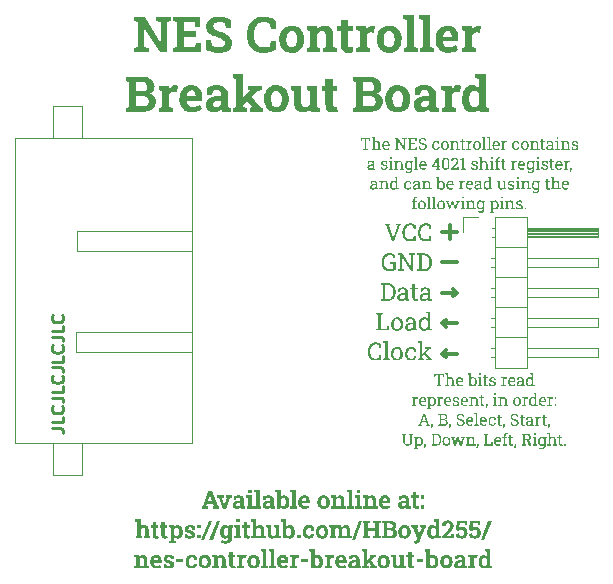
<source format=gbr>
%TF.GenerationSoftware,KiCad,Pcbnew,8.0.1*%
%TF.CreationDate,2024-05-06T20:03:30+01:00*%
%TF.ProjectId,NES_Controller_Breakout_Board,4e45535f-436f-46e7-9472-6f6c6c65725f,rev?*%
%TF.SameCoordinates,Original*%
%TF.FileFunction,Legend,Top*%
%TF.FilePolarity,Positive*%
%FSLAX46Y46*%
G04 Gerber Fmt 4.6, Leading zero omitted, Abs format (unit mm)*
G04 Created by KiCad (PCBNEW 8.0.1) date 2024-05-06 20:03:30*
%MOMM*%
%LPD*%
G01*
G04 APERTURE LIST*
%ADD10C,0.250000*%
%ADD11C,0.150000*%
%ADD12C,0.300000*%
%ADD13C,0.100000*%
%ADD14C,0.200000*%
%ADD15C,0.120000*%
G04 APERTURE END LIST*
D10*
X135364619Y-131561717D02*
X136078904Y-131561717D01*
X136078904Y-131561717D02*
X136221761Y-131609336D01*
X136221761Y-131609336D02*
X136317000Y-131704574D01*
X136317000Y-131704574D02*
X136364619Y-131847431D01*
X136364619Y-131847431D02*
X136364619Y-131942669D01*
X136364619Y-130609336D02*
X136364619Y-131085526D01*
X136364619Y-131085526D02*
X135364619Y-131085526D01*
X136269380Y-129704574D02*
X136317000Y-129752193D01*
X136317000Y-129752193D02*
X136364619Y-129895050D01*
X136364619Y-129895050D02*
X136364619Y-129990288D01*
X136364619Y-129990288D02*
X136317000Y-130133145D01*
X136317000Y-130133145D02*
X136221761Y-130228383D01*
X136221761Y-130228383D02*
X136126523Y-130276002D01*
X136126523Y-130276002D02*
X135936047Y-130323621D01*
X135936047Y-130323621D02*
X135793190Y-130323621D01*
X135793190Y-130323621D02*
X135602714Y-130276002D01*
X135602714Y-130276002D02*
X135507476Y-130228383D01*
X135507476Y-130228383D02*
X135412238Y-130133145D01*
X135412238Y-130133145D02*
X135364619Y-129990288D01*
X135364619Y-129990288D02*
X135364619Y-129895050D01*
X135364619Y-129895050D02*
X135412238Y-129752193D01*
X135412238Y-129752193D02*
X135459857Y-129704574D01*
X135364619Y-128990288D02*
X136078904Y-128990288D01*
X136078904Y-128990288D02*
X136221761Y-129037907D01*
X136221761Y-129037907D02*
X136317000Y-129133145D01*
X136317000Y-129133145D02*
X136364619Y-129276002D01*
X136364619Y-129276002D02*
X136364619Y-129371240D01*
X136364619Y-128037907D02*
X136364619Y-128514097D01*
X136364619Y-128514097D02*
X135364619Y-128514097D01*
X136269380Y-127133145D02*
X136317000Y-127180764D01*
X136317000Y-127180764D02*
X136364619Y-127323621D01*
X136364619Y-127323621D02*
X136364619Y-127418859D01*
X136364619Y-127418859D02*
X136317000Y-127561716D01*
X136317000Y-127561716D02*
X136221761Y-127656954D01*
X136221761Y-127656954D02*
X136126523Y-127704573D01*
X136126523Y-127704573D02*
X135936047Y-127752192D01*
X135936047Y-127752192D02*
X135793190Y-127752192D01*
X135793190Y-127752192D02*
X135602714Y-127704573D01*
X135602714Y-127704573D02*
X135507476Y-127656954D01*
X135507476Y-127656954D02*
X135412238Y-127561716D01*
X135412238Y-127561716D02*
X135364619Y-127418859D01*
X135364619Y-127418859D02*
X135364619Y-127323621D01*
X135364619Y-127323621D02*
X135412238Y-127180764D01*
X135412238Y-127180764D02*
X135459857Y-127133145D01*
X135364619Y-126418859D02*
X136078904Y-126418859D01*
X136078904Y-126418859D02*
X136221761Y-126466478D01*
X136221761Y-126466478D02*
X136317000Y-126561716D01*
X136317000Y-126561716D02*
X136364619Y-126704573D01*
X136364619Y-126704573D02*
X136364619Y-126799811D01*
X136364619Y-125466478D02*
X136364619Y-125942668D01*
X136364619Y-125942668D02*
X135364619Y-125942668D01*
X136269380Y-124561716D02*
X136317000Y-124609335D01*
X136317000Y-124609335D02*
X136364619Y-124752192D01*
X136364619Y-124752192D02*
X136364619Y-124847430D01*
X136364619Y-124847430D02*
X136317000Y-124990287D01*
X136317000Y-124990287D02*
X136221761Y-125085525D01*
X136221761Y-125085525D02*
X136126523Y-125133144D01*
X136126523Y-125133144D02*
X135936047Y-125180763D01*
X135936047Y-125180763D02*
X135793190Y-125180763D01*
X135793190Y-125180763D02*
X135602714Y-125133144D01*
X135602714Y-125133144D02*
X135507476Y-125085525D01*
X135507476Y-125085525D02*
X135412238Y-124990287D01*
X135412238Y-124990287D02*
X135364619Y-124847430D01*
X135364619Y-124847430D02*
X135364619Y-124752192D01*
X135364619Y-124752192D02*
X135412238Y-124609335D01*
X135412238Y-124609335D02*
X135459857Y-124561716D01*
X135364619Y-123847430D02*
X136078904Y-123847430D01*
X136078904Y-123847430D02*
X136221761Y-123895049D01*
X136221761Y-123895049D02*
X136317000Y-123990287D01*
X136317000Y-123990287D02*
X136364619Y-124133144D01*
X136364619Y-124133144D02*
X136364619Y-124228382D01*
X136364619Y-122895049D02*
X136364619Y-123371239D01*
X136364619Y-123371239D02*
X135364619Y-123371239D01*
X136269380Y-121990287D02*
X136317000Y-122037906D01*
X136317000Y-122037906D02*
X136364619Y-122180763D01*
X136364619Y-122180763D02*
X136364619Y-122276001D01*
X136364619Y-122276001D02*
X136317000Y-122418858D01*
X136317000Y-122418858D02*
X136221761Y-122514096D01*
X136221761Y-122514096D02*
X136126523Y-122561715D01*
X136126523Y-122561715D02*
X135936047Y-122609334D01*
X135936047Y-122609334D02*
X135793190Y-122609334D01*
X135793190Y-122609334D02*
X135602714Y-122561715D01*
X135602714Y-122561715D02*
X135507476Y-122514096D01*
X135507476Y-122514096D02*
X135412238Y-122418858D01*
X135412238Y-122418858D02*
X135364619Y-122276001D01*
X135364619Y-122276001D02*
X135364619Y-122180763D01*
X135364619Y-122180763D02*
X135412238Y-122037906D01*
X135412238Y-122037906D02*
X135459857Y-121990287D01*
D11*
G36*
X164188503Y-115740000D02*
G01*
X163688416Y-114393611D01*
X163569348Y-114377124D01*
X163569348Y-114247065D01*
X164040859Y-114247065D01*
X164040859Y-114377124D01*
X163904571Y-114398740D01*
X164239062Y-115348356D01*
X164273866Y-115466325D01*
X164280094Y-115466325D01*
X164316731Y-115348356D01*
X164663312Y-114397641D01*
X164511637Y-114377124D01*
X164511637Y-114247065D01*
X164982415Y-114247065D01*
X164982415Y-114377124D01*
X164862247Y-114393611D01*
X164361794Y-115740000D01*
X164188503Y-115740000D01*
G37*
G36*
X165738957Y-115761615D02*
G01*
X165657354Y-115758150D01*
X165580980Y-115747756D01*
X165498486Y-115726872D01*
X165423110Y-115696555D01*
X165364166Y-115663063D01*
X165302026Y-115616475D01*
X165247039Y-115562945D01*
X165199204Y-115502473D01*
X165158522Y-115435058D01*
X165138486Y-115393419D01*
X165109222Y-115316340D01*
X165087145Y-115234807D01*
X165073943Y-115161379D01*
X165066022Y-115084678D01*
X165063381Y-115004706D01*
X165063381Y-114983091D01*
X165066150Y-114902634D01*
X165074458Y-114825577D01*
X165088304Y-114751921D01*
X165111458Y-114670286D01*
X165142150Y-114593279D01*
X165180049Y-114522040D01*
X165224506Y-114457709D01*
X165275519Y-114400284D01*
X165333088Y-114349767D01*
X165368929Y-114324002D01*
X165436276Y-114285601D01*
X165509128Y-114256632D01*
X165587484Y-114237095D01*
X165671346Y-114226989D01*
X165721738Y-114225450D01*
X165800992Y-114229014D01*
X165876362Y-114239708D01*
X165947849Y-114257530D01*
X165985887Y-114270512D01*
X166056984Y-114301110D01*
X166125935Y-114340386D01*
X166185189Y-114385551D01*
X166185189Y-114707585D01*
X166023988Y-114707585D01*
X166002739Y-114471646D01*
X165937744Y-114433218D01*
X165927268Y-114428782D01*
X165855051Y-114406448D01*
X165832746Y-114402037D01*
X165757561Y-114393442D01*
X165720639Y-114392512D01*
X165641771Y-114398482D01*
X165570033Y-114416391D01*
X165498685Y-114450294D01*
X165472610Y-114467983D01*
X165413978Y-114520698D01*
X165364933Y-114584504D01*
X165328992Y-114651412D01*
X165318737Y-114675711D01*
X165293412Y-114753352D01*
X165277859Y-114827815D01*
X165268854Y-114907408D01*
X165266347Y-114981259D01*
X165266347Y-115004706D01*
X165269012Y-115084160D01*
X165277006Y-115158389D01*
X165292668Y-115236825D01*
X165315291Y-115308438D01*
X165322034Y-115325275D01*
X165357593Y-115394920D01*
X165401208Y-115454655D01*
X165459118Y-115509402D01*
X165485067Y-115527875D01*
X165556701Y-115564583D01*
X165628941Y-115585996D01*
X165708543Y-115596396D01*
X165746284Y-115597484D01*
X165821649Y-115592624D01*
X165886602Y-115580265D01*
X165956553Y-115557235D01*
X166000541Y-115534836D01*
X166023256Y-115326741D01*
X166181159Y-115326741D01*
X166181159Y-115650973D01*
X166113376Y-115686797D01*
X166043185Y-115714023D01*
X165980025Y-115732306D01*
X165906265Y-115747762D01*
X165831075Y-115757493D01*
X165754453Y-115761501D01*
X165738957Y-115761615D01*
G37*
G36*
X167060799Y-115761615D02*
G01*
X166979196Y-115758150D01*
X166902822Y-115747756D01*
X166820328Y-115726872D01*
X166744952Y-115696555D01*
X166686009Y-115663063D01*
X166623868Y-115616475D01*
X166568881Y-115562945D01*
X166521046Y-115502473D01*
X166480364Y-115435058D01*
X166460328Y-115393419D01*
X166431064Y-115316340D01*
X166408987Y-115234807D01*
X166395785Y-115161379D01*
X166387864Y-115084678D01*
X166385224Y-115004706D01*
X166385224Y-114983091D01*
X166387993Y-114902634D01*
X166396300Y-114825577D01*
X166410146Y-114751921D01*
X166433300Y-114670286D01*
X166463992Y-114593279D01*
X166501892Y-114522040D01*
X166546348Y-114457709D01*
X166597361Y-114400284D01*
X166654931Y-114349767D01*
X166690771Y-114324002D01*
X166758118Y-114285601D01*
X166830970Y-114256632D01*
X166909327Y-114237095D01*
X166993188Y-114226989D01*
X167043580Y-114225450D01*
X167122834Y-114229014D01*
X167198205Y-114239708D01*
X167269692Y-114257530D01*
X167307729Y-114270512D01*
X167378826Y-114301110D01*
X167447777Y-114340386D01*
X167507031Y-114385551D01*
X167507031Y-114707585D01*
X167345831Y-114707585D01*
X167324582Y-114471646D01*
X167259586Y-114433218D01*
X167249111Y-114428782D01*
X167176893Y-114406448D01*
X167154589Y-114402037D01*
X167079404Y-114393442D01*
X167042481Y-114392512D01*
X166963614Y-114398482D01*
X166891875Y-114416391D01*
X166820527Y-114450294D01*
X166794452Y-114467983D01*
X166735820Y-114520698D01*
X166686776Y-114584504D01*
X166650834Y-114651412D01*
X166640579Y-114675711D01*
X166615254Y-114753352D01*
X166599701Y-114827815D01*
X166590696Y-114907408D01*
X166588189Y-114981259D01*
X166588189Y-115004706D01*
X166590854Y-115084160D01*
X166598848Y-115158389D01*
X166614510Y-115236825D01*
X166637133Y-115308438D01*
X166643877Y-115325275D01*
X166679435Y-115394920D01*
X166723050Y-115454655D01*
X166780960Y-115509402D01*
X166806909Y-115527875D01*
X166878543Y-115564583D01*
X166950784Y-115585996D01*
X167030385Y-115596396D01*
X167068127Y-115597484D01*
X167143491Y-115592624D01*
X167208444Y-115580265D01*
X167278395Y-115557235D01*
X167322383Y-115534836D01*
X167345098Y-115326741D01*
X167503001Y-115326741D01*
X167503001Y-115650973D01*
X167435218Y-115686797D01*
X167365027Y-115714023D01*
X167301867Y-115732306D01*
X167228108Y-115747762D01*
X167152917Y-115757493D01*
X167076295Y-115761501D01*
X167060799Y-115761615D01*
G37*
G36*
X163981141Y-118281615D02*
G01*
X163905338Y-118278240D01*
X163821850Y-118265773D01*
X163743691Y-118244120D01*
X163670862Y-118213280D01*
X163622104Y-118185628D01*
X163559077Y-118140092D01*
X163502712Y-118087473D01*
X163453009Y-118027772D01*
X163409968Y-117960989D01*
X163388364Y-117919647D01*
X163356387Y-117842573D01*
X163332264Y-117760415D01*
X163317839Y-117685947D01*
X163309183Y-117607744D01*
X163306298Y-117525806D01*
X163306298Y-117501259D01*
X163309196Y-117418600D01*
X163317890Y-117339881D01*
X163332380Y-117265104D01*
X163352666Y-117194269D01*
X163383659Y-117116608D01*
X163388730Y-117105952D01*
X163427847Y-117035299D01*
X163472749Y-116971764D01*
X163523437Y-116915346D01*
X163579909Y-116866046D01*
X163614777Y-116841071D01*
X163679467Y-116803812D01*
X163747873Y-116775705D01*
X163819996Y-116756749D01*
X163895835Y-116746944D01*
X163940841Y-116745450D01*
X164014612Y-116747360D01*
X164092739Y-116754224D01*
X164172750Y-116767912D01*
X164236863Y-116785383D01*
X164309413Y-116813061D01*
X164375023Y-116846177D01*
X164439176Y-116888886D01*
X164444592Y-116893094D01*
X164444592Y-117194612D01*
X164278263Y-117194612D01*
X164256647Y-116978091D01*
X164189036Y-116944925D01*
X164133549Y-116928632D01*
X164059585Y-116916535D01*
X163985847Y-116912042D01*
X163961357Y-116911779D01*
X163883913Y-116919006D01*
X163811406Y-116940687D01*
X163743836Y-116976823D01*
X163730914Y-116985785D01*
X163670987Y-117037498D01*
X163619431Y-117100588D01*
X163580189Y-117167097D01*
X163568615Y-117191315D01*
X163542649Y-117259871D01*
X163524102Y-117334014D01*
X163512973Y-117413744D01*
X163509322Y-117488091D01*
X163509264Y-117499061D01*
X163509264Y-117525806D01*
X163511894Y-117601690D01*
X163521339Y-117683092D01*
X163537654Y-117758815D01*
X163560838Y-117828859D01*
X163564219Y-117837215D01*
X163599130Y-117907121D01*
X163642039Y-117967638D01*
X163699098Y-118023866D01*
X163724686Y-118043112D01*
X163795068Y-118081752D01*
X163865998Y-118104292D01*
X163944115Y-118115240D01*
X163981141Y-118116385D01*
X164058991Y-118113422D01*
X164135896Y-118102640D01*
X164154065Y-118098433D01*
X164224826Y-118076360D01*
X164279362Y-118051905D01*
X164279362Y-117701294D01*
X163993231Y-117691036D01*
X163993231Y-117542292D01*
X164481228Y-117542292D01*
X164481228Y-118120415D01*
X164419587Y-118167898D01*
X164352978Y-118205526D01*
X164296214Y-118231423D01*
X164222560Y-118255686D01*
X164147261Y-118270586D01*
X164073785Y-118278478D01*
X163993228Y-118281566D01*
X163981141Y-118281615D01*
G37*
G36*
X164688224Y-118260000D02*
G01*
X164688224Y-118130673D01*
X164855653Y-118102096D01*
X164855653Y-116926067D01*
X164688224Y-116897124D01*
X164688224Y-116767065D01*
X164855653Y-116767065D01*
X165059351Y-116767065D01*
X165791713Y-117931004D01*
X165797942Y-117928806D01*
X165797942Y-116926067D01*
X165614393Y-116897124D01*
X165614393Y-116767065D01*
X165983322Y-116767065D01*
X166150384Y-116767065D01*
X166150384Y-116897124D01*
X165983322Y-116926067D01*
X165983322Y-118260000D01*
X165798674Y-118260000D01*
X165047261Y-117090198D01*
X165041033Y-117092030D01*
X165041033Y-118102096D01*
X165224581Y-118130673D01*
X165224581Y-118260000D01*
X164688224Y-118260000D01*
G37*
G36*
X166987379Y-116771588D02*
G01*
X167066622Y-116785157D01*
X167140992Y-116807772D01*
X167210488Y-116839433D01*
X167248011Y-116861587D01*
X167309325Y-116906181D01*
X167364398Y-116957577D01*
X167413229Y-117015776D01*
X167455820Y-117080776D01*
X167477355Y-117120973D01*
X167509332Y-117195362D01*
X167533455Y-117274275D01*
X167549724Y-117357710D01*
X167557417Y-117432827D01*
X167559421Y-117497962D01*
X167559421Y-117529836D01*
X167556639Y-117606128D01*
X167548293Y-117679484D01*
X167531523Y-117761354D01*
X167507180Y-117839227D01*
X167480286Y-117902794D01*
X167442652Y-117971912D01*
X167398671Y-118034368D01*
X167348345Y-118090162D01*
X167291672Y-118139294D01*
X167256438Y-118164378D01*
X167190441Y-118201637D01*
X167119395Y-118229744D01*
X167043300Y-118248701D01*
X166962156Y-118258505D01*
X166913521Y-118260000D01*
X166318911Y-118260000D01*
X166318911Y-118130673D01*
X166485974Y-118102096D01*
X166485974Y-116926067D01*
X166687840Y-116926067D01*
X166687840Y-118102096D01*
X166903263Y-118102096D01*
X166979651Y-118095982D01*
X167057117Y-118074844D01*
X167126783Y-118038609D01*
X167146162Y-118024794D01*
X167205045Y-117971170D01*
X167254841Y-117907385D01*
X167291887Y-117841292D01*
X167302600Y-117817431D01*
X167329165Y-117742248D01*
X167347036Y-117662601D01*
X167355622Y-117588057D01*
X167357554Y-117529836D01*
X167357554Y-117496130D01*
X167354120Y-117416766D01*
X167343816Y-117341707D01*
X167324013Y-117262412D01*
X167302600Y-117204504D01*
X167268007Y-117136253D01*
X167220938Y-117070479D01*
X167164781Y-117015295D01*
X167146162Y-117000806D01*
X167078835Y-116961393D01*
X167003709Y-116936577D01*
X166929427Y-116926724D01*
X166903263Y-116926067D01*
X166687840Y-116926067D01*
X166485974Y-116926067D01*
X166318911Y-116897124D01*
X166318911Y-116767065D01*
X166485974Y-116767065D01*
X166903263Y-116767065D01*
X166987379Y-116771588D01*
G37*
G36*
X163918712Y-119291588D02*
G01*
X163997955Y-119305157D01*
X164072324Y-119327772D01*
X164141820Y-119359433D01*
X164179344Y-119381587D01*
X164240658Y-119426181D01*
X164295730Y-119477577D01*
X164344562Y-119535776D01*
X164387153Y-119600776D01*
X164408688Y-119640973D01*
X164440665Y-119715362D01*
X164464788Y-119794275D01*
X164481056Y-119877710D01*
X164488750Y-119952827D01*
X164490754Y-120017962D01*
X164490754Y-120049836D01*
X164487972Y-120126128D01*
X164479625Y-120199484D01*
X164462856Y-120281354D01*
X164438512Y-120359227D01*
X164411619Y-120422794D01*
X164373985Y-120491912D01*
X164330004Y-120554368D01*
X164279677Y-120610162D01*
X164223004Y-120659294D01*
X164187770Y-120684378D01*
X164121773Y-120721637D01*
X164050727Y-120749744D01*
X163974632Y-120768701D01*
X163893488Y-120778505D01*
X163844853Y-120780000D01*
X163250244Y-120780000D01*
X163250244Y-120650673D01*
X163417306Y-120622096D01*
X163417306Y-119446067D01*
X163619173Y-119446067D01*
X163619173Y-120622096D01*
X163834595Y-120622096D01*
X163910983Y-120615982D01*
X163988449Y-120594844D01*
X164058116Y-120558609D01*
X164077495Y-120544794D01*
X164136378Y-120491170D01*
X164186173Y-120427385D01*
X164223219Y-120361292D01*
X164233932Y-120337431D01*
X164260497Y-120262248D01*
X164278368Y-120182601D01*
X164286955Y-120108057D01*
X164288887Y-120049836D01*
X164288887Y-120016130D01*
X164285452Y-119936766D01*
X164275148Y-119861707D01*
X164255345Y-119782412D01*
X164233932Y-119724504D01*
X164199340Y-119656253D01*
X164152271Y-119590479D01*
X164096114Y-119535295D01*
X164077495Y-119520806D01*
X164010168Y-119481393D01*
X163935042Y-119456577D01*
X163860760Y-119446724D01*
X163834595Y-119446067D01*
X163619173Y-119446067D01*
X163417306Y-119446067D01*
X163250244Y-119417124D01*
X163250244Y-119287065D01*
X163417306Y-119287065D01*
X163834595Y-119287065D01*
X163918712Y-119291588D01*
G37*
G36*
X165177933Y-119654743D02*
G01*
X165253733Y-119668575D01*
X165330143Y-119695674D01*
X165395653Y-119734818D01*
X165410328Y-119746486D01*
X165460657Y-119799861D01*
X165500089Y-119872333D01*
X165519862Y-119947798D01*
X165525366Y-120022358D01*
X165525366Y-120556517D01*
X165525733Y-120598649D01*
X165528297Y-120639682D01*
X165636008Y-120650673D01*
X165636008Y-120780000D01*
X165345848Y-120780000D01*
X165332557Y-120705845D01*
X165331560Y-120699033D01*
X165324232Y-120627226D01*
X165272005Y-120683839D01*
X165209982Y-120732229D01*
X165178053Y-120751789D01*
X165110734Y-120782152D01*
X165034083Y-120799231D01*
X164991207Y-120801615D01*
X164909737Y-120796326D01*
X164830454Y-120777730D01*
X164764270Y-120745746D01*
X164727425Y-120716985D01*
X164679898Y-120657329D01*
X164649973Y-120584149D01*
X164638091Y-120506724D01*
X164637412Y-120482512D01*
X164839166Y-120482512D01*
X164855052Y-120556947D01*
X164884229Y-120593886D01*
X164954321Y-120626006D01*
X165020883Y-120632355D01*
X165099603Y-120624434D01*
X165172639Y-120600671D01*
X165204431Y-120584361D01*
X165264203Y-120541864D01*
X165313785Y-120484864D01*
X165323500Y-120468224D01*
X165323500Y-120267456D01*
X165118336Y-120267456D01*
X165037893Y-120273967D01*
X164965109Y-120296172D01*
X164908775Y-120334134D01*
X164861191Y-120395172D01*
X164839778Y-120467263D01*
X164839166Y-120482512D01*
X164637412Y-120482512D01*
X164637299Y-120478482D01*
X164645439Y-120403160D01*
X164672630Y-120330165D01*
X164695185Y-120294567D01*
X164745863Y-120240660D01*
X164811070Y-120196542D01*
X164862613Y-120172568D01*
X164935493Y-120149577D01*
X165008242Y-120136165D01*
X165087773Y-120129651D01*
X165125297Y-120128970D01*
X165323500Y-120128970D01*
X165323500Y-120020160D01*
X165313402Y-119946035D01*
X165276656Y-119878990D01*
X165262317Y-119864455D01*
X165199315Y-119826638D01*
X165123860Y-119810485D01*
X165090492Y-119809134D01*
X165014289Y-119815075D01*
X164969592Y-119825987D01*
X164900593Y-119856837D01*
X164876169Y-119872515D01*
X164854553Y-120027487D01*
X164698849Y-120027487D01*
X164698849Y-119773230D01*
X164763625Y-119728715D01*
X164830609Y-119696317D01*
X164872872Y-119681273D01*
X164950650Y-119662297D01*
X165027287Y-119652595D01*
X165093789Y-119650132D01*
X165177933Y-119654743D01*
G37*
G36*
X166184456Y-120797585D02*
G01*
X166105843Y-120789057D01*
X166033809Y-120760300D01*
X165989183Y-120725411D01*
X165945203Y-120658847D01*
X165924058Y-120584802D01*
X165917080Y-120503722D01*
X165917010Y-120493869D01*
X165917010Y-119820125D01*
X165741521Y-119820125D01*
X165741521Y-119670648D01*
X165917010Y-119670648D01*
X165917010Y-119402836D01*
X166118876Y-119402836D01*
X166118876Y-119670648D01*
X166359944Y-119670648D01*
X166359944Y-119820125D01*
X166118876Y-119820125D01*
X166118876Y-120493869D01*
X166127872Y-120566941D01*
X166150750Y-120611838D01*
X166216573Y-120648601D01*
X166235747Y-120649940D01*
X166310150Y-120644144D01*
X166315614Y-120643346D01*
X166384491Y-120631256D01*
X166412334Y-120763513D01*
X166338389Y-120781296D01*
X166303890Y-120787327D01*
X166230855Y-120795892D01*
X166184456Y-120797585D01*
G37*
G36*
X167085959Y-119654743D02*
G01*
X167161758Y-119668575D01*
X167238168Y-119695674D01*
X167303678Y-119734818D01*
X167318353Y-119746486D01*
X167368682Y-119799861D01*
X167408114Y-119872333D01*
X167427887Y-119947798D01*
X167433391Y-120022358D01*
X167433391Y-120556517D01*
X167433758Y-120598649D01*
X167436322Y-120639682D01*
X167544033Y-120650673D01*
X167544033Y-120780000D01*
X167253873Y-120780000D01*
X167240582Y-120705845D01*
X167239585Y-120699033D01*
X167232257Y-120627226D01*
X167180030Y-120683839D01*
X167118008Y-120732229D01*
X167086078Y-120751789D01*
X167018759Y-120782152D01*
X166942108Y-120799231D01*
X166899232Y-120801615D01*
X166817762Y-120796326D01*
X166738479Y-120777730D01*
X166672295Y-120745746D01*
X166635450Y-120716985D01*
X166587923Y-120657329D01*
X166557998Y-120584149D01*
X166546117Y-120506724D01*
X166545437Y-120482512D01*
X166747191Y-120482512D01*
X166763078Y-120556947D01*
X166792254Y-120593886D01*
X166862346Y-120626006D01*
X166928908Y-120632355D01*
X167007628Y-120624434D01*
X167080664Y-120600671D01*
X167112456Y-120584361D01*
X167172228Y-120541864D01*
X167221810Y-120484864D01*
X167231525Y-120468224D01*
X167231525Y-120267456D01*
X167026361Y-120267456D01*
X166945918Y-120273967D01*
X166873134Y-120296172D01*
X166816800Y-120334134D01*
X166769216Y-120395172D01*
X166747803Y-120467263D01*
X166747191Y-120482512D01*
X166545437Y-120482512D01*
X166545324Y-120478482D01*
X166553465Y-120403160D01*
X166580655Y-120330165D01*
X166603210Y-120294567D01*
X166653888Y-120240660D01*
X166719096Y-120196542D01*
X166770638Y-120172568D01*
X166843518Y-120149577D01*
X166916267Y-120136165D01*
X166995798Y-120129651D01*
X167033322Y-120128970D01*
X167231525Y-120128970D01*
X167231525Y-120020160D01*
X167221427Y-119946035D01*
X167184682Y-119878990D01*
X167170342Y-119864455D01*
X167107340Y-119826638D01*
X167031885Y-119810485D01*
X166998517Y-119809134D01*
X166922314Y-119815075D01*
X166877617Y-119825987D01*
X166808618Y-119856837D01*
X166784194Y-119872515D01*
X166762578Y-120027487D01*
X166606874Y-120027487D01*
X166606874Y-119773230D01*
X166671650Y-119728715D01*
X166738634Y-119696317D01*
X166780897Y-119681273D01*
X166858675Y-119662297D01*
X166935312Y-119652595D01*
X167001814Y-119650132D01*
X167085959Y-119654743D01*
G37*
G36*
X162866294Y-123300000D02*
G01*
X162866294Y-123170673D01*
X163033356Y-123142096D01*
X163033356Y-121966067D01*
X162866294Y-121937124D01*
X162866294Y-121807065D01*
X163033356Y-121807065D01*
X163235223Y-121807065D01*
X163402285Y-121807065D01*
X163402285Y-121937124D01*
X163235223Y-121966067D01*
X163235223Y-123145027D01*
X163763520Y-123145027D01*
X163786968Y-122909455D01*
X163941940Y-122909455D01*
X163941940Y-123300000D01*
X162866294Y-123300000D01*
G37*
G36*
X164692872Y-122174689D02*
G01*
X164770007Y-122190708D01*
X164840361Y-122218262D01*
X164883496Y-122243039D01*
X164942116Y-122288160D01*
X164992680Y-122341918D01*
X165035187Y-122404312D01*
X165055321Y-122442707D01*
X165084719Y-122517231D01*
X165102774Y-122588534D01*
X165113227Y-122664601D01*
X165116137Y-122735066D01*
X165116137Y-122757414D01*
X165112336Y-122837694D01*
X165100933Y-122913302D01*
X165081928Y-122984239D01*
X165055321Y-123050505D01*
X165017347Y-123117816D01*
X164971433Y-123176317D01*
X164917579Y-123226008D01*
X164884229Y-123249808D01*
X164818660Y-123284519D01*
X164746426Y-123307871D01*
X164667526Y-123319862D01*
X164620813Y-123321615D01*
X164546532Y-123317104D01*
X164469317Y-123301246D01*
X164398825Y-123273969D01*
X164355565Y-123249441D01*
X164297093Y-123204290D01*
X164246562Y-123150446D01*
X164203971Y-123087907D01*
X164183740Y-123049406D01*
X164154519Y-122974615D01*
X164136572Y-122903318D01*
X164126183Y-122827486D01*
X164123290Y-122757414D01*
X164325523Y-122757414D01*
X164329376Y-122834818D01*
X164342368Y-122912545D01*
X164358130Y-122966242D01*
X164390362Y-123034311D01*
X164437245Y-123093415D01*
X164457048Y-123110956D01*
X164521031Y-123147020D01*
X164596936Y-123162888D01*
X164620813Y-123163712D01*
X164693900Y-123155005D01*
X164765309Y-123123320D01*
X164782013Y-123110956D01*
X164832973Y-123057110D01*
X164871732Y-122988538D01*
X164880565Y-122966242D01*
X164900881Y-122893770D01*
X164911267Y-122821183D01*
X164913904Y-122757414D01*
X164913904Y-122735066D01*
X164909965Y-122657705D01*
X164896681Y-122580124D01*
X164880565Y-122526605D01*
X164848156Y-122458359D01*
X164801353Y-122399334D01*
X164781647Y-122381891D01*
X164713163Y-122344023D01*
X164636607Y-122329598D01*
X164618614Y-122329134D01*
X164545406Y-122337841D01*
X164477926Y-122366692D01*
X164456681Y-122381891D01*
X164405541Y-122435556D01*
X164366882Y-122504228D01*
X164358130Y-122526605D01*
X164338260Y-122598853D01*
X164327561Y-122678211D01*
X164325523Y-122735066D01*
X164325523Y-122757414D01*
X164123290Y-122757414D01*
X164123290Y-122735066D01*
X164127068Y-122655290D01*
X164138403Y-122580094D01*
X164160186Y-122500972D01*
X164183740Y-122443440D01*
X164221920Y-122375894D01*
X164268040Y-122317100D01*
X164322100Y-122267058D01*
X164355565Y-122243039D01*
X164421401Y-122207796D01*
X164493613Y-122184087D01*
X164572200Y-122171912D01*
X164618614Y-122170132D01*
X164692872Y-122174689D01*
G37*
G36*
X165837389Y-122174743D02*
G01*
X165913188Y-122188575D01*
X165989598Y-122215674D01*
X166055109Y-122254818D01*
X166069783Y-122266486D01*
X166120113Y-122319861D01*
X166159545Y-122392333D01*
X166179317Y-122467798D01*
X166184822Y-122542358D01*
X166184822Y-123076517D01*
X166185188Y-123118649D01*
X166187753Y-123159682D01*
X166295464Y-123170673D01*
X166295464Y-123300000D01*
X166005303Y-123300000D01*
X165992012Y-123225845D01*
X165991015Y-123219033D01*
X165983688Y-123147226D01*
X165931460Y-123203839D01*
X165869438Y-123252229D01*
X165837508Y-123271789D01*
X165770189Y-123302152D01*
X165693539Y-123319231D01*
X165650663Y-123321615D01*
X165569192Y-123316326D01*
X165489910Y-123297730D01*
X165423726Y-123265746D01*
X165386880Y-123236985D01*
X165339353Y-123177329D01*
X165309429Y-123104149D01*
X165297547Y-123026724D01*
X165296868Y-123002512D01*
X165498621Y-123002512D01*
X165514508Y-123076947D01*
X165543684Y-123113886D01*
X165613776Y-123146006D01*
X165680338Y-123152355D01*
X165759058Y-123144434D01*
X165832095Y-123120671D01*
X165863887Y-123104361D01*
X165923658Y-123061864D01*
X165973241Y-123004864D01*
X165982955Y-122988224D01*
X165982955Y-122787456D01*
X165777791Y-122787456D01*
X165697348Y-122793967D01*
X165624564Y-122816172D01*
X165568231Y-122854134D01*
X165520646Y-122915172D01*
X165499233Y-122987263D01*
X165498621Y-123002512D01*
X165296868Y-123002512D01*
X165296755Y-122998482D01*
X165304895Y-122923160D01*
X165332085Y-122850165D01*
X165354640Y-122814567D01*
X165405319Y-122760660D01*
X165470526Y-122716542D01*
X165522069Y-122692568D01*
X165594948Y-122669577D01*
X165667698Y-122656165D01*
X165747228Y-122649651D01*
X165784752Y-122648970D01*
X165982955Y-122648970D01*
X165982955Y-122540160D01*
X165972857Y-122466035D01*
X165936112Y-122398990D01*
X165921772Y-122384455D01*
X165858770Y-122346638D01*
X165783315Y-122330485D01*
X165749947Y-122329134D01*
X165673744Y-122335075D01*
X165629047Y-122345987D01*
X165560048Y-122376837D01*
X165535624Y-122392515D01*
X165514009Y-122547487D01*
X165358304Y-122547487D01*
X165358304Y-122293230D01*
X165423080Y-122248715D01*
X165490065Y-122216317D01*
X165532327Y-122201273D01*
X165610105Y-122182297D01*
X165686742Y-122172595D01*
X165753245Y-122170132D01*
X165837389Y-122174743D01*
G37*
G36*
X167394557Y-123142096D02*
G01*
X167561619Y-123170673D01*
X167561619Y-123300000D01*
X167219434Y-123300000D01*
X167202948Y-123167742D01*
X167154842Y-123223313D01*
X167093974Y-123269636D01*
X167069958Y-123282780D01*
X166996588Y-123309327D01*
X166919919Y-123320667D01*
X166888241Y-123321615D01*
X166815034Y-123316312D01*
X166740831Y-123297979D01*
X166674142Y-123266552D01*
X166655600Y-123254570D01*
X166599586Y-123207322D01*
X166552445Y-123149842D01*
X166514178Y-123082129D01*
X166507589Y-123067358D01*
X166482795Y-122996634D01*
X166466115Y-122919650D01*
X166458101Y-122845965D01*
X166456298Y-122787456D01*
X166658531Y-122787456D01*
X166662813Y-122866888D01*
X166677866Y-122946451D01*
X166703758Y-123015639D01*
X166727041Y-123056001D01*
X166777387Y-123109517D01*
X166849628Y-123145492D01*
X166930629Y-123157385D01*
X166939532Y-123157484D01*
X167012922Y-123149630D01*
X167083402Y-123121420D01*
X167091207Y-123116451D01*
X167147352Y-123066992D01*
X167190173Y-123005318D01*
X167192690Y-123000680D01*
X167192690Y-122485938D01*
X167147902Y-122423290D01*
X167091207Y-122375296D01*
X167022422Y-122344521D01*
X166946790Y-122334303D01*
X166941364Y-122334263D01*
X166868639Y-122343333D01*
X166798551Y-122376338D01*
X166782362Y-122389218D01*
X166733896Y-122445117D01*
X166699692Y-122511591D01*
X166689305Y-122540893D01*
X166670552Y-122617864D01*
X166660965Y-122696205D01*
X166658531Y-122765840D01*
X166658531Y-122787456D01*
X166456298Y-122787456D01*
X166456298Y-122765840D01*
X166458752Y-122689903D01*
X166467568Y-122608313D01*
X166482795Y-122532263D01*
X166504433Y-122461756D01*
X166507589Y-122453332D01*
X166540091Y-122382453D01*
X166584771Y-122314847D01*
X166638466Y-122258977D01*
X166656333Y-122244504D01*
X166721033Y-122205284D01*
X166793318Y-122180591D01*
X166873189Y-122170423D01*
X166890073Y-122170132D01*
X166966277Y-122176118D01*
X167039687Y-122195953D01*
X167063730Y-122206402D01*
X167129654Y-122247570D01*
X167182467Y-122298921D01*
X167192690Y-122311549D01*
X167192690Y-121859455D01*
X167025628Y-121830512D01*
X167025628Y-121700453D01*
X167192690Y-121700453D01*
X167394557Y-121700453D01*
X167394557Y-123142096D01*
G37*
G36*
X162810974Y-125841615D02*
G01*
X162729370Y-125838150D01*
X162652996Y-125827756D01*
X162570503Y-125806872D01*
X162495126Y-125776555D01*
X162436183Y-125743063D01*
X162374043Y-125696475D01*
X162319055Y-125642945D01*
X162271220Y-125582473D01*
X162230538Y-125515058D01*
X162210503Y-125473419D01*
X162181238Y-125396340D01*
X162159162Y-125314807D01*
X162145960Y-125241379D01*
X162138038Y-125164678D01*
X162135398Y-125084706D01*
X162135398Y-125063091D01*
X162138167Y-124982634D01*
X162146475Y-124905577D01*
X162160321Y-124831921D01*
X162183474Y-124750286D01*
X162214166Y-124673279D01*
X162252066Y-124602040D01*
X162296523Y-124537709D01*
X162347536Y-124480284D01*
X162405105Y-124429767D01*
X162440946Y-124404002D01*
X162508293Y-124365601D01*
X162581145Y-124336632D01*
X162659501Y-124317095D01*
X162743362Y-124306989D01*
X162793755Y-124305450D01*
X162873009Y-124309014D01*
X162948379Y-124319708D01*
X163019866Y-124337530D01*
X163057903Y-124350512D01*
X163129001Y-124381110D01*
X163197952Y-124420386D01*
X163257205Y-124465551D01*
X163257205Y-124787585D01*
X163096005Y-124787585D01*
X163074756Y-124551646D01*
X163009761Y-124513218D01*
X162999285Y-124508782D01*
X162927068Y-124486448D01*
X162904763Y-124482037D01*
X162829578Y-124473442D01*
X162792656Y-124472512D01*
X162713788Y-124478482D01*
X162642050Y-124496391D01*
X162570702Y-124530294D01*
X162544627Y-124547983D01*
X162485994Y-124600698D01*
X162436950Y-124664504D01*
X162401009Y-124731412D01*
X162390754Y-124755711D01*
X162365429Y-124833352D01*
X162349875Y-124907815D01*
X162340871Y-124987408D01*
X162338364Y-125061259D01*
X162338364Y-125084706D01*
X162341029Y-125164160D01*
X162349023Y-125238389D01*
X162364685Y-125316825D01*
X162387308Y-125388438D01*
X162394051Y-125405275D01*
X162429610Y-125474920D01*
X162473225Y-125534655D01*
X162531134Y-125589402D01*
X162557083Y-125607875D01*
X162628718Y-125644583D01*
X162700958Y-125665996D01*
X162780560Y-125676396D01*
X162818301Y-125677484D01*
X162893666Y-125672624D01*
X162958619Y-125660265D01*
X163028570Y-125637235D01*
X163072558Y-125614836D01*
X163095272Y-125406741D01*
X163253175Y-125406741D01*
X163253175Y-125730973D01*
X163185392Y-125766797D01*
X163115202Y-125794023D01*
X163052042Y-125812306D01*
X162978282Y-125827762D01*
X162903092Y-125837493D01*
X162826470Y-125841501D01*
X162810974Y-125841615D01*
G37*
G36*
X163440754Y-125820000D02*
G01*
X163440754Y-125690673D01*
X163607816Y-125662096D01*
X163607816Y-124379455D01*
X163440754Y-124350512D01*
X163440754Y-124220453D01*
X163810049Y-124220453D01*
X163810049Y-125662096D01*
X163977111Y-125690673D01*
X163977111Y-125820000D01*
X163440754Y-125820000D01*
G37*
G36*
X164673822Y-124694689D02*
G01*
X164750957Y-124710708D01*
X164821310Y-124738262D01*
X164864446Y-124763039D01*
X164923066Y-124808160D01*
X164973629Y-124861918D01*
X165016136Y-124924312D01*
X165036270Y-124962707D01*
X165065669Y-125037231D01*
X165083724Y-125108534D01*
X165094177Y-125184601D01*
X165097087Y-125255066D01*
X165097087Y-125277414D01*
X165093286Y-125357694D01*
X165081883Y-125433302D01*
X165062878Y-125504239D01*
X165036270Y-125570505D01*
X164998297Y-125637816D01*
X164952383Y-125696317D01*
X164898529Y-125746008D01*
X164865178Y-125769808D01*
X164799609Y-125804519D01*
X164727375Y-125827871D01*
X164648476Y-125839862D01*
X164601762Y-125841615D01*
X164527482Y-125837104D01*
X164450266Y-125821246D01*
X164379774Y-125793969D01*
X164336515Y-125769441D01*
X164278043Y-125724290D01*
X164227511Y-125670446D01*
X164184920Y-125607907D01*
X164164690Y-125569406D01*
X164135468Y-125494615D01*
X164117522Y-125423318D01*
X164107132Y-125347486D01*
X164104240Y-125277414D01*
X164306473Y-125277414D01*
X164310326Y-125354818D01*
X164323317Y-125432545D01*
X164339079Y-125486242D01*
X164371311Y-125554311D01*
X164418195Y-125613415D01*
X164437998Y-125630956D01*
X164501981Y-125667020D01*
X164577886Y-125682888D01*
X164601762Y-125683712D01*
X164674850Y-125675005D01*
X164746259Y-125643320D01*
X164762963Y-125630956D01*
X164813923Y-125577110D01*
X164852682Y-125508538D01*
X164861515Y-125486242D01*
X164881831Y-125413770D01*
X164892217Y-125341183D01*
X164894854Y-125277414D01*
X164894854Y-125255066D01*
X164890914Y-125177705D01*
X164877631Y-125100124D01*
X164861515Y-125046605D01*
X164829106Y-124978359D01*
X164782303Y-124919334D01*
X164762596Y-124901891D01*
X164694112Y-124864023D01*
X164617556Y-124849598D01*
X164599564Y-124849134D01*
X164526356Y-124857841D01*
X164458876Y-124886692D01*
X164437631Y-124901891D01*
X164386490Y-124955556D01*
X164347832Y-125024228D01*
X164339079Y-125046605D01*
X164319210Y-125118853D01*
X164308511Y-125198211D01*
X164306473Y-125255066D01*
X164306473Y-125277414D01*
X164104240Y-125277414D01*
X164104240Y-125255066D01*
X164108018Y-125175290D01*
X164119352Y-125100094D01*
X164141136Y-125020972D01*
X164164690Y-124963440D01*
X164202869Y-124895894D01*
X164248989Y-124837100D01*
X164303050Y-124787058D01*
X164336515Y-124763039D01*
X164402351Y-124727796D01*
X164474562Y-124704087D01*
X164553150Y-124691912D01*
X164599564Y-124690132D01*
X164673822Y-124694689D01*
G37*
G36*
X165790248Y-125841615D02*
G01*
X165708444Y-125836051D01*
X165632842Y-125819358D01*
X165563441Y-125791538D01*
X165527565Y-125771273D01*
X165468681Y-125727388D01*
X165412567Y-125668497D01*
X165370446Y-125606381D01*
X165354275Y-125576001D01*
X165324522Y-125502479D01*
X165304506Y-125422871D01*
X165294889Y-125346999D01*
X165292725Y-125286939D01*
X165292725Y-125243709D01*
X165296435Y-125166818D01*
X165307563Y-125094049D01*
X165328950Y-125017110D01*
X165352076Y-124960875D01*
X165389783Y-124894569D01*
X165435719Y-124836609D01*
X165489886Y-124786995D01*
X165523535Y-124763039D01*
X165589809Y-124727796D01*
X165662922Y-124704087D01*
X165742875Y-124691912D01*
X165790248Y-124690132D01*
X165870834Y-124694425D01*
X165944980Y-124707305D01*
X166019102Y-124731391D01*
X166025454Y-124734096D01*
X166091119Y-124768217D01*
X166153964Y-124814327D01*
X166195081Y-124854996D01*
X166200210Y-125121709D01*
X166042307Y-125121709D01*
X166007502Y-124927903D01*
X165948386Y-124883862D01*
X165920307Y-124870750D01*
X165847664Y-124852174D01*
X165797209Y-124849134D01*
X165722557Y-124859372D01*
X165651910Y-124893064D01*
X165638940Y-124902623D01*
X165585064Y-124956048D01*
X165545334Y-125018089D01*
X165532694Y-125045139D01*
X165509699Y-125114794D01*
X165497317Y-125190219D01*
X165494958Y-125243709D01*
X165494958Y-125286939D01*
X165499114Y-125366335D01*
X165513128Y-125444457D01*
X165530129Y-125497233D01*
X165564022Y-125562916D01*
X165611747Y-125618775D01*
X165631612Y-125634986D01*
X165699254Y-125669960D01*
X165772263Y-125683284D01*
X165789149Y-125683712D01*
X165866692Y-125674400D01*
X165937217Y-125643546D01*
X165959142Y-125627292D01*
X166008419Y-125569860D01*
X166037641Y-125496299D01*
X166042307Y-125472320D01*
X166224023Y-125472320D01*
X166225855Y-125478548D01*
X166214069Y-125553947D01*
X166187046Y-125625356D01*
X166169435Y-125656967D01*
X166120566Y-125719218D01*
X166062683Y-125767234D01*
X166023256Y-125791057D01*
X165953077Y-125819841D01*
X165880262Y-125835641D01*
X165798860Y-125841566D01*
X165790248Y-125841615D01*
G37*
G36*
X166371668Y-125820000D02*
G01*
X166371668Y-125690673D01*
X166538730Y-125662096D01*
X166538730Y-124379455D01*
X166371668Y-124350512D01*
X166371668Y-124220453D01*
X166740963Y-124220453D01*
X166740963Y-125662096D01*
X166908025Y-125690673D01*
X166908025Y-125820000D01*
X166371668Y-125820000D01*
G37*
G36*
X167084247Y-125820000D02*
G01*
X167084247Y-125690673D01*
X167197087Y-125677484D01*
X167194156Y-125673454D01*
X166873221Y-125259096D01*
X166977635Y-125098262D01*
X167425698Y-125666127D01*
X167585799Y-125690673D01*
X167585799Y-125820000D01*
X167084247Y-125820000D01*
G37*
G36*
X166726675Y-125499064D02*
G01*
X166651570Y-125340062D01*
X167133706Y-124860125D01*
X167138835Y-124854263D01*
X167019767Y-124840708D01*
X167019767Y-124710648D01*
X167497506Y-124710648D01*
X167497506Y-124840708D01*
X167354990Y-124867452D01*
X166726675Y-125499064D01*
G37*
D12*
X168453320Y-114950426D02*
X169672368Y-114950426D01*
X169062844Y-115559950D02*
X169062844Y-114340902D01*
X168453320Y-117526336D02*
X169672368Y-117526336D01*
X168453320Y-120102246D02*
X169672368Y-120102246D01*
X169367606Y-120407008D02*
X169672368Y-120102246D01*
X169672368Y-120102246D02*
X169367606Y-119797484D01*
X169672368Y-122678156D02*
X168453320Y-122678156D01*
X168758082Y-122982918D02*
X168453320Y-122678156D01*
X168453320Y-122678156D02*
X168758082Y-122373394D01*
X169672368Y-125254066D02*
X168453320Y-125254066D01*
X168758082Y-125558828D02*
X168453320Y-125254066D01*
X168453320Y-125254066D02*
X168758082Y-124949304D01*
G36*
X149415806Y-138180460D02*
G01*
X149522418Y-138195847D01*
X149522418Y-138375000D01*
X149014271Y-138375000D01*
X149014271Y-138195847D01*
X149117586Y-138176796D01*
X149052006Y-137971632D01*
X148527006Y-137971632D01*
X148461427Y-138176796D01*
X148564742Y-138195847D01*
X148564742Y-138375000D01*
X148056228Y-138375000D01*
X148056228Y-138195847D01*
X148163207Y-138180460D01*
X148319970Y-137751448D01*
X148597715Y-137751448D01*
X148980932Y-137751448D01*
X148806909Y-137239637D01*
X148792254Y-137194574D01*
X148786026Y-137194574D01*
X148770639Y-137242934D01*
X148597715Y-137751448D01*
X148319970Y-137751448D01*
X148637648Y-136882065D01*
X148944295Y-136882065D01*
X149415806Y-138180460D01*
G37*
G36*
X149847750Y-138375000D02*
G01*
X149512526Y-137464218D01*
X149392359Y-137445900D01*
X149392359Y-137265648D01*
X149930914Y-137265648D01*
X149930914Y-137445167D01*
X149814044Y-137465683D01*
X149981106Y-137968702D01*
X150006019Y-138054797D01*
X150012247Y-138054797D01*
X150041923Y-137968702D01*
X150224739Y-137466050D01*
X150088817Y-137445167D01*
X150088817Y-137265648D01*
X150626274Y-137265648D01*
X150626274Y-137445900D01*
X150502809Y-137466782D01*
X150151466Y-138375000D01*
X149847750Y-138375000D01*
G37*
G36*
X151262876Y-137248687D02*
G01*
X151346076Y-137261820D01*
X151420546Y-137284631D01*
X151486285Y-137317118D01*
X151527896Y-137346249D01*
X151583194Y-137402211D01*
X151622693Y-137468981D01*
X151646392Y-137546558D01*
X151654168Y-137623304D01*
X151654292Y-137634944D01*
X151654292Y-138092166D01*
X151654658Y-138136863D01*
X151658688Y-138178995D01*
X151774093Y-138195847D01*
X151774093Y-138375000D01*
X151403332Y-138375000D01*
X151380251Y-138313817D01*
X151364131Y-138248237D01*
X151313752Y-138301853D01*
X151251837Y-138348092D01*
X151238468Y-138355949D01*
X151170478Y-138383748D01*
X151092810Y-138395980D01*
X151068842Y-138396615D01*
X150990302Y-138391074D01*
X150912127Y-138371593D01*
X150844733Y-138338085D01*
X150805792Y-138307955D01*
X150754594Y-138246281D01*
X150722359Y-138172085D01*
X150709559Y-138094602D01*
X150708706Y-138066521D01*
X150710350Y-138051133D01*
X151006926Y-138051133D01*
X151026231Y-138122297D01*
X151044295Y-138142725D01*
X151113492Y-138172414D01*
X151148709Y-138174965D01*
X151224129Y-138163945D01*
X151267045Y-138146755D01*
X151327838Y-138104451D01*
X151354972Y-138072749D01*
X151354972Y-137897260D01*
X151207327Y-137897260D01*
X151130391Y-137905886D01*
X151061102Y-137939551D01*
X151057851Y-137942323D01*
X151015331Y-138002422D01*
X151006926Y-138051133D01*
X150710350Y-138051133D01*
X150716691Y-137991765D01*
X150743365Y-137918803D01*
X150765492Y-137882972D01*
X150815707Y-137828241D01*
X150881172Y-137783298D01*
X150933287Y-137758775D01*
X151007941Y-137735011D01*
X151083756Y-137721149D01*
X151158007Y-137714812D01*
X151207694Y-137713712D01*
X151354972Y-137713712D01*
X151354972Y-137631646D01*
X151341737Y-137555552D01*
X151308078Y-137502320D01*
X151245510Y-137463156D01*
X151168493Y-137452128D01*
X151093927Y-137460474D01*
X151081665Y-137463852D01*
X151014375Y-137495849D01*
X151012422Y-137497191D01*
X150988974Y-137643736D01*
X150772819Y-137643736D01*
X150769889Y-137356140D01*
X150837071Y-137321897D01*
X150908374Y-137292805D01*
X150958200Y-137276273D01*
X151030905Y-137258543D01*
X151108979Y-137248173D01*
X151184613Y-137245132D01*
X151262876Y-137248687D01*
G37*
G36*
X151870813Y-138375000D02*
G01*
X151870813Y-138195847D01*
X152015161Y-138164706D01*
X152015161Y-137477041D01*
X151855792Y-137445900D01*
X151855792Y-137265648D01*
X152314847Y-137265648D01*
X152314847Y-138164706D01*
X152458461Y-138195847D01*
X152458461Y-138375000D01*
X151870813Y-138375000D01*
G37*
G36*
X152005269Y-137030809D02*
G01*
X152005269Y-136775453D01*
X152314847Y-136775453D01*
X152314847Y-137030809D01*
X152005269Y-137030809D01*
G37*
G36*
X152540527Y-138375000D02*
G01*
X152540527Y-138195847D01*
X152685607Y-138164706D01*
X152685607Y-136986845D01*
X152525140Y-136955704D01*
X152525140Y-136775453D01*
X152984927Y-136775453D01*
X152984927Y-138164706D01*
X153129274Y-138195847D01*
X153129274Y-138375000D01*
X152540527Y-138375000D01*
G37*
G36*
X153792255Y-137248687D02*
G01*
X153875455Y-137261820D01*
X153949925Y-137284631D01*
X154015664Y-137317118D01*
X154057275Y-137346249D01*
X154112573Y-137402211D01*
X154152072Y-137468981D01*
X154175771Y-137546558D01*
X154183547Y-137623304D01*
X154183671Y-137634944D01*
X154183671Y-138092166D01*
X154184037Y-138136863D01*
X154188067Y-138178995D01*
X154303472Y-138195847D01*
X154303472Y-138375000D01*
X153932711Y-138375000D01*
X153909630Y-138313817D01*
X153893510Y-138248237D01*
X153843131Y-138301853D01*
X153781216Y-138348092D01*
X153767847Y-138355949D01*
X153699857Y-138383748D01*
X153622189Y-138395980D01*
X153598221Y-138396615D01*
X153519681Y-138391074D01*
X153441506Y-138371593D01*
X153374112Y-138338085D01*
X153335171Y-138307955D01*
X153283973Y-138246281D01*
X153251737Y-138172085D01*
X153238938Y-138094602D01*
X153238085Y-138066521D01*
X153239729Y-138051133D01*
X153536305Y-138051133D01*
X153555610Y-138122297D01*
X153573674Y-138142725D01*
X153642871Y-138172414D01*
X153678088Y-138174965D01*
X153753508Y-138163945D01*
X153796424Y-138146755D01*
X153857217Y-138104451D01*
X153884351Y-138072749D01*
X153884351Y-137897260D01*
X153736706Y-137897260D01*
X153659770Y-137905886D01*
X153590481Y-137939551D01*
X153587230Y-137942323D01*
X153544710Y-138002422D01*
X153536305Y-138051133D01*
X153239729Y-138051133D01*
X153246070Y-137991765D01*
X153272744Y-137918803D01*
X153294871Y-137882972D01*
X153345086Y-137828241D01*
X153410551Y-137783298D01*
X153462666Y-137758775D01*
X153537320Y-137735011D01*
X153613135Y-137721149D01*
X153687386Y-137714812D01*
X153737073Y-137713712D01*
X153884351Y-137713712D01*
X153884351Y-137631646D01*
X153871116Y-137555552D01*
X153837457Y-137502320D01*
X153774889Y-137463156D01*
X153697872Y-137452128D01*
X153623306Y-137460474D01*
X153611043Y-137463852D01*
X153543754Y-137495849D01*
X153541801Y-137497191D01*
X153518353Y-137643736D01*
X153302198Y-137643736D01*
X153299267Y-137356140D01*
X153366450Y-137321897D01*
X153437753Y-137292805D01*
X153487579Y-137276273D01*
X153560284Y-137258543D01*
X153638358Y-137248173D01*
X153713992Y-137245132D01*
X153792255Y-137248687D01*
G37*
G36*
X154778280Y-137383618D02*
G01*
X154828185Y-137327686D01*
X154892241Y-137283288D01*
X154896616Y-137281036D01*
X154967896Y-137255265D01*
X155043430Y-137245448D01*
X155060747Y-137245132D01*
X155140617Y-137252180D01*
X155212616Y-137273325D01*
X155282724Y-137312865D01*
X155288625Y-137317306D01*
X155342879Y-137368017D01*
X155388402Y-137430392D01*
X155421910Y-137496502D01*
X155431508Y-137520638D01*
X155455416Y-137598243D01*
X155470099Y-137673308D01*
X155478600Y-137754097D01*
X155480967Y-137829483D01*
X155480967Y-137850732D01*
X155477876Y-137930691D01*
X155468602Y-138005338D01*
X155450779Y-138082966D01*
X155431508Y-138138695D01*
X155396388Y-138210035D01*
X155352396Y-138270643D01*
X155293756Y-138324914D01*
X155287893Y-138329204D01*
X155218182Y-138367583D01*
X155146169Y-138388649D01*
X155065926Y-138396549D01*
X155057450Y-138396615D01*
X154978762Y-138389964D01*
X154905111Y-138367925D01*
X154881595Y-138356315D01*
X154818660Y-138310403D01*
X154769072Y-138252881D01*
X154759595Y-138238712D01*
X154737980Y-138375000D01*
X154479693Y-138375000D01*
X154479693Y-138058827D01*
X154778280Y-138058827D01*
X154826095Y-138115575D01*
X154856682Y-138136863D01*
X154929269Y-138160996D01*
X154966958Y-138163607D01*
X155043894Y-138152170D01*
X155106777Y-138113966D01*
X155131822Y-138082274D01*
X155162630Y-138011589D01*
X155177442Y-137937887D01*
X155182330Y-137860053D01*
X155182380Y-137850732D01*
X155182380Y-137829483D01*
X155179237Y-137752152D01*
X155168740Y-137678027D01*
X155160032Y-137642271D01*
X155131547Y-137572753D01*
X155090789Y-137521004D01*
X155025591Y-137485214D01*
X154969522Y-137478140D01*
X154896800Y-137489376D01*
X154854484Y-137510013D01*
X154799847Y-137561307D01*
X154778280Y-137596109D01*
X154778280Y-138058827D01*
X154479693Y-138058827D01*
X154479693Y-136986845D01*
X154320691Y-136955704D01*
X154320691Y-136775453D01*
X154778280Y-136775453D01*
X154778280Y-137383618D01*
G37*
G36*
X155581351Y-138375000D02*
G01*
X155581351Y-138195847D01*
X155726431Y-138164706D01*
X155726431Y-136986845D01*
X155565963Y-136955704D01*
X155565963Y-136775453D01*
X156025750Y-136775453D01*
X156025750Y-138164706D01*
X156170098Y-138195847D01*
X156170098Y-138375000D01*
X155581351Y-138375000D01*
G37*
G36*
X156832272Y-137249827D02*
G01*
X156905550Y-137263911D01*
X156978200Y-137290573D01*
X157004676Y-137304483D01*
X157069565Y-137351312D01*
X157122679Y-137410696D01*
X157160747Y-137475575D01*
X157188761Y-137550029D01*
X157205102Y-137624929D01*
X157213040Y-137707306D01*
X157213870Y-137746318D01*
X157213870Y-137909351D01*
X156561741Y-137909351D01*
X156559909Y-137915579D01*
X156573065Y-137988778D01*
X156596180Y-138045638D01*
X156641072Y-138104242D01*
X156681909Y-138134665D01*
X156751680Y-138161030D01*
X156816364Y-138167271D01*
X156891149Y-138162682D01*
X156965418Y-138147673D01*
X156969871Y-138146388D01*
X157040121Y-138120193D01*
X157108723Y-138084106D01*
X157189690Y-138268387D01*
X157127686Y-138310015D01*
X157060255Y-138343074D01*
X157016399Y-138359979D01*
X156941525Y-138380837D01*
X156867222Y-138392286D01*
X156786980Y-138396579D01*
X156778629Y-138396615D01*
X156701326Y-138392219D01*
X156629152Y-138379030D01*
X156554088Y-138353682D01*
X156500192Y-138326273D01*
X156437830Y-138282533D01*
X156383873Y-138230446D01*
X156338320Y-138170013D01*
X156316644Y-138132833D01*
X156285120Y-138060837D01*
X156263913Y-137983335D01*
X156253723Y-137909821D01*
X156251431Y-137851831D01*
X156251431Y-137811165D01*
X156255278Y-137731046D01*
X156259048Y-137706385D01*
X156561009Y-137706385D01*
X156564306Y-137711514D01*
X156934334Y-137711514D01*
X156934334Y-137684769D01*
X156927876Y-137611306D01*
X156916016Y-137568632D01*
X156874996Y-137505913D01*
X156858863Y-137493161D01*
X156786666Y-137468088D01*
X156756647Y-137466416D01*
X156683525Y-137481308D01*
X156655897Y-137497923D01*
X156606186Y-137554612D01*
X156591783Y-137583286D01*
X156569114Y-137656616D01*
X156561009Y-137706385D01*
X156259048Y-137706385D01*
X156266818Y-137655552D01*
X156286052Y-137584683D01*
X156312980Y-137518440D01*
X156351778Y-137450688D01*
X156398516Y-137391688D01*
X156453195Y-137341440D01*
X156487003Y-137317306D01*
X156553399Y-137282121D01*
X156626055Y-137258586D01*
X156704971Y-137246701D01*
X156751518Y-137245132D01*
X156832272Y-137249827D01*
G37*
G36*
X158472835Y-137249643D02*
G01*
X158546153Y-137263176D01*
X158621521Y-137289183D01*
X158674930Y-137317306D01*
X158736558Y-137362251D01*
X158789549Y-137415889D01*
X158833905Y-137478222D01*
X158854815Y-137516608D01*
X158885099Y-137591219D01*
X158903698Y-137662745D01*
X158914466Y-137739173D01*
X158917464Y-137810066D01*
X158917464Y-137831315D01*
X158913548Y-137912075D01*
X158901801Y-137988027D01*
X158882224Y-138059171D01*
X158854815Y-138125505D01*
X158815287Y-138192816D01*
X158767180Y-138251317D01*
X158710495Y-138301008D01*
X158675297Y-138324808D01*
X158605935Y-138359519D01*
X158529328Y-138382871D01*
X158455150Y-138394091D01*
X158395761Y-138396615D01*
X158316283Y-138392150D01*
X158242712Y-138378755D01*
X158167007Y-138353011D01*
X158113294Y-138325174D01*
X158051637Y-138280377D01*
X157998559Y-138226771D01*
X157954059Y-138164354D01*
X157933043Y-138125872D01*
X157902759Y-138050878D01*
X157884160Y-137979059D01*
X157873392Y-137902386D01*
X157870394Y-137831315D01*
X158170080Y-137831315D01*
X158173890Y-137909300D01*
X158186512Y-137983953D01*
X158193161Y-138008269D01*
X158223203Y-138075314D01*
X158266434Y-138125505D01*
X158332058Y-138159277D01*
X158395761Y-138167271D01*
X158469934Y-138155380D01*
X158522157Y-138125139D01*
X158569684Y-138067192D01*
X158595429Y-138007536D01*
X158612522Y-137931045D01*
X158618871Y-137856027D01*
X158619243Y-137831315D01*
X158619243Y-137810066D01*
X158615313Y-137733862D01*
X158602290Y-137660452D01*
X158595429Y-137636409D01*
X158565113Y-137569181D01*
X158521790Y-137518440D01*
X158456695Y-137483780D01*
X158393563Y-137475575D01*
X158319183Y-137487673D01*
X158266434Y-137518440D01*
X158218727Y-137576683D01*
X158193161Y-137636409D01*
X158176595Y-137711972D01*
X158170441Y-137785794D01*
X158170080Y-137810066D01*
X158170080Y-137831315D01*
X157870394Y-137831315D01*
X157870394Y-137810066D01*
X157874310Y-137729809D01*
X157886057Y-137654269D01*
X157905634Y-137583447D01*
X157933043Y-137517341D01*
X157972778Y-137450001D01*
X158021090Y-137391413D01*
X158077981Y-137341577D01*
X158113294Y-137317672D01*
X158182862Y-137282606D01*
X158259675Y-137259017D01*
X158334036Y-137247682D01*
X158393563Y-137245132D01*
X158472835Y-137249643D01*
G37*
G36*
X159039097Y-138375000D02*
G01*
X159039097Y-138195847D01*
X159182711Y-138164706D01*
X159182711Y-137477041D01*
X159024076Y-137445900D01*
X159024076Y-137265648D01*
X159461881Y-137265648D01*
X159475070Y-137424284D01*
X159520270Y-137365895D01*
X159577609Y-137314733D01*
X159612090Y-137292393D01*
X159682159Y-137261793D01*
X159759605Y-137246794D01*
X159797837Y-137245132D01*
X159875804Y-137251727D01*
X159952842Y-137274911D01*
X160018579Y-137314787D01*
X160056124Y-137350645D01*
X160101284Y-137419324D01*
X160129019Y-137496381D01*
X160143708Y-137576165D01*
X160149182Y-137653733D01*
X160149547Y-137681472D01*
X160149547Y-138164706D01*
X160293161Y-138195847D01*
X160293161Y-138375000D01*
X159720900Y-138375000D01*
X159720900Y-138195847D01*
X159849494Y-138164706D01*
X159849494Y-137682571D01*
X159843260Y-137608159D01*
X159815554Y-137537313D01*
X159805164Y-137524668D01*
X159741846Y-137487046D01*
X159674006Y-137478140D01*
X159600160Y-137488730D01*
X159561898Y-137505251D01*
X159503699Y-137553438D01*
X159482397Y-137582554D01*
X159482397Y-138164706D01*
X159603297Y-138195847D01*
X159603297Y-138375000D01*
X159039097Y-138375000D01*
G37*
G36*
X160373395Y-138375000D02*
G01*
X160373395Y-138195847D01*
X160518475Y-138164706D01*
X160518475Y-136986845D01*
X160358008Y-136955704D01*
X160358008Y-136775453D01*
X160817795Y-136775453D01*
X160817795Y-138164706D01*
X160962143Y-138195847D01*
X160962143Y-138375000D01*
X160373395Y-138375000D01*
G37*
G36*
X161050436Y-138375000D02*
G01*
X161050436Y-138195847D01*
X161194784Y-138164706D01*
X161194784Y-137477041D01*
X161035415Y-137445900D01*
X161035415Y-137265648D01*
X161494470Y-137265648D01*
X161494470Y-138164706D01*
X161638085Y-138195847D01*
X161638085Y-138375000D01*
X161050436Y-138375000D01*
G37*
G36*
X161184892Y-137030809D02*
G01*
X161184892Y-136775453D01*
X161494470Y-136775453D01*
X161494470Y-137030809D01*
X161184892Y-137030809D01*
G37*
G36*
X161725279Y-138375000D02*
G01*
X161725279Y-138195847D01*
X161868894Y-138164706D01*
X161868894Y-137477041D01*
X161710258Y-137445900D01*
X161710258Y-137265648D01*
X162148064Y-137265648D01*
X162161253Y-137424284D01*
X162206453Y-137365895D01*
X162263792Y-137314733D01*
X162298273Y-137292393D01*
X162368342Y-137261793D01*
X162445788Y-137246794D01*
X162484020Y-137245132D01*
X162561987Y-137251727D01*
X162639025Y-137274911D01*
X162704761Y-137314787D01*
X162742307Y-137350645D01*
X162787467Y-137419324D01*
X162815202Y-137496381D01*
X162829891Y-137576165D01*
X162835365Y-137653733D01*
X162835729Y-137681472D01*
X162835729Y-138164706D01*
X162979344Y-138195847D01*
X162979344Y-138375000D01*
X162407083Y-138375000D01*
X162407083Y-138195847D01*
X162535677Y-138164706D01*
X162535677Y-137682571D01*
X162529443Y-137608159D01*
X162501737Y-137537313D01*
X162491347Y-137524668D01*
X162428029Y-137487046D01*
X162360189Y-137478140D01*
X162286343Y-137488730D01*
X162248081Y-137505251D01*
X162189882Y-137553438D01*
X162168580Y-137582554D01*
X162168580Y-138164706D01*
X162289480Y-138195847D01*
X162289480Y-138375000D01*
X161725279Y-138375000D01*
G37*
G36*
X163651044Y-137249827D02*
G01*
X163724322Y-137263911D01*
X163796972Y-137290573D01*
X163823448Y-137304483D01*
X163888337Y-137351312D01*
X163941451Y-137410696D01*
X163979519Y-137475575D01*
X164007533Y-137550029D01*
X164023874Y-137624929D01*
X164031811Y-137707306D01*
X164032642Y-137746318D01*
X164032642Y-137909351D01*
X163380513Y-137909351D01*
X163378681Y-137915579D01*
X163391837Y-137988778D01*
X163414951Y-138045638D01*
X163459844Y-138104242D01*
X163500681Y-138134665D01*
X163570452Y-138161030D01*
X163635136Y-138167271D01*
X163709921Y-138162682D01*
X163784190Y-138147673D01*
X163788643Y-138146388D01*
X163858893Y-138120193D01*
X163927495Y-138084106D01*
X164008461Y-138268387D01*
X163946458Y-138310015D01*
X163879026Y-138343074D01*
X163835171Y-138359979D01*
X163760297Y-138380837D01*
X163685994Y-138392286D01*
X163605752Y-138396579D01*
X163597401Y-138396615D01*
X163520098Y-138392219D01*
X163447924Y-138379030D01*
X163372860Y-138353682D01*
X163318964Y-138326273D01*
X163256602Y-138282533D01*
X163202645Y-138230446D01*
X163157091Y-138170013D01*
X163135415Y-138132833D01*
X163103892Y-138060837D01*
X163082685Y-137983335D01*
X163072495Y-137909821D01*
X163070203Y-137851831D01*
X163070203Y-137811165D01*
X163074049Y-137731046D01*
X163077819Y-137706385D01*
X163379780Y-137706385D01*
X163383078Y-137711514D01*
X163753106Y-137711514D01*
X163753106Y-137684769D01*
X163746648Y-137611306D01*
X163734787Y-137568632D01*
X163693768Y-137505913D01*
X163677635Y-137493161D01*
X163605438Y-137468088D01*
X163575419Y-137466416D01*
X163502296Y-137481308D01*
X163474669Y-137497923D01*
X163424958Y-137554612D01*
X163410555Y-137583286D01*
X163387886Y-137656616D01*
X163379780Y-137706385D01*
X163077819Y-137706385D01*
X163085590Y-137655552D01*
X163104824Y-137584683D01*
X163131752Y-137518440D01*
X163170550Y-137450688D01*
X163217288Y-137391688D01*
X163271967Y-137341440D01*
X163305775Y-137317306D01*
X163372171Y-137282121D01*
X163444827Y-137258586D01*
X163523743Y-137246701D01*
X163570290Y-137245132D01*
X163651044Y-137249827D01*
G37*
G36*
X165250664Y-137248687D02*
G01*
X165333864Y-137261820D01*
X165408334Y-137284631D01*
X165474073Y-137317118D01*
X165515684Y-137346249D01*
X165570982Y-137402211D01*
X165610481Y-137468981D01*
X165634180Y-137546558D01*
X165641956Y-137623304D01*
X165642080Y-137634944D01*
X165642080Y-138092166D01*
X165642446Y-138136863D01*
X165646476Y-138178995D01*
X165761881Y-138195847D01*
X165761881Y-138375000D01*
X165391120Y-138375000D01*
X165368039Y-138313817D01*
X165351919Y-138248237D01*
X165301540Y-138301853D01*
X165239625Y-138348092D01*
X165226256Y-138355949D01*
X165158266Y-138383748D01*
X165080598Y-138395980D01*
X165056630Y-138396615D01*
X164978090Y-138391074D01*
X164899915Y-138371593D01*
X164832521Y-138338085D01*
X164793580Y-138307955D01*
X164742382Y-138246281D01*
X164710146Y-138172085D01*
X164697347Y-138094602D01*
X164696494Y-138066521D01*
X164698138Y-138051133D01*
X164994714Y-138051133D01*
X165014019Y-138122297D01*
X165032083Y-138142725D01*
X165101280Y-138172414D01*
X165136497Y-138174965D01*
X165211917Y-138163945D01*
X165254833Y-138146755D01*
X165315626Y-138104451D01*
X165342760Y-138072749D01*
X165342760Y-137897260D01*
X165195115Y-137897260D01*
X165118179Y-137905886D01*
X165048890Y-137939551D01*
X165045639Y-137942323D01*
X165003119Y-138002422D01*
X164994714Y-138051133D01*
X164698138Y-138051133D01*
X164704479Y-137991765D01*
X164731153Y-137918803D01*
X164753280Y-137882972D01*
X164803495Y-137828241D01*
X164868960Y-137783298D01*
X164921075Y-137758775D01*
X164995729Y-137735011D01*
X165071544Y-137721149D01*
X165145795Y-137714812D01*
X165195482Y-137713712D01*
X165342760Y-137713712D01*
X165342760Y-137631646D01*
X165329525Y-137555552D01*
X165295866Y-137502320D01*
X165233298Y-137463156D01*
X165156281Y-137452128D01*
X165081715Y-137460474D01*
X165069452Y-137463852D01*
X165002163Y-137495849D01*
X165000210Y-137497191D01*
X164976762Y-137643736D01*
X164760607Y-137643736D01*
X164757676Y-137356140D01*
X164824858Y-137321897D01*
X164896162Y-137292805D01*
X164945988Y-137276273D01*
X165018693Y-137258543D01*
X165096767Y-137248173D01*
X165172401Y-137245132D01*
X165250664Y-137248687D01*
G37*
G36*
X166267097Y-138396249D02*
G01*
X166185725Y-138389525D01*
X166108430Y-138366284D01*
X166044946Y-138326442D01*
X166028594Y-138311252D01*
X165984544Y-138248398D01*
X165958849Y-138175188D01*
X165947102Y-138096877D01*
X165945063Y-138041608D01*
X165945063Y-137475942D01*
X165792655Y-137475942D01*
X165792655Y-137265648D01*
X165945063Y-137265648D01*
X165945063Y-136994173D01*
X166243284Y-136994173D01*
X166243284Y-137265648D01*
X166447348Y-137265648D01*
X166447348Y-137475942D01*
X166243284Y-137475942D01*
X166243284Y-138040875D01*
X166257289Y-138114302D01*
X166270394Y-138132833D01*
X166339302Y-138160568D01*
X166345133Y-138160676D01*
X166398256Y-138157013D01*
X166447348Y-138149319D01*
X166473360Y-138365474D01*
X166399790Y-138382922D01*
X166373343Y-138387456D01*
X166299984Y-138395390D01*
X166267097Y-138396249D01*
G37*
G36*
X166613311Y-138375000D02*
G01*
X166613311Y-138112316D01*
X166911532Y-138112316D01*
X166911532Y-138375000D01*
X166613311Y-138375000D01*
G37*
G36*
X166613311Y-137530896D02*
G01*
X166613311Y-137268213D01*
X166911532Y-137268213D01*
X166911532Y-137530896D01*
X166613311Y-137530896D01*
G37*
G36*
X142479798Y-140895000D02*
G01*
X142479798Y-140715847D01*
X142624145Y-140684706D01*
X142624145Y-139506845D01*
X142464044Y-139475704D01*
X142464044Y-139295453D01*
X142922366Y-139295453D01*
X142922366Y-139926699D01*
X142969044Y-139870109D01*
X143028510Y-139821743D01*
X143052059Y-139807630D01*
X143123836Y-139778579D01*
X143197896Y-139766170D01*
X143228280Y-139765132D01*
X143307483Y-139772093D01*
X143378031Y-139792976D01*
X143447052Y-139833110D01*
X143493161Y-139876507D01*
X143535957Y-139939750D01*
X143566526Y-140018107D01*
X143583243Y-140099065D01*
X143590121Y-140177668D01*
X143590980Y-140220157D01*
X143590980Y-140684706D01*
X143734595Y-140715847D01*
X143734595Y-140895000D01*
X143162334Y-140895000D01*
X143162334Y-140715847D01*
X143291661Y-140684706D01*
X143291661Y-140217958D01*
X143286336Y-140143864D01*
X143264157Y-140073479D01*
X143246598Y-140048332D01*
X143182572Y-140007747D01*
X143114341Y-139998140D01*
X143039252Y-140009027D01*
X143003698Y-140023419D01*
X142944004Y-140068914D01*
X142922366Y-140096692D01*
X142922366Y-140684706D01*
X143051326Y-140715847D01*
X143051326Y-140895000D01*
X142479798Y-140895000D01*
G37*
G36*
X144230286Y-140916249D02*
G01*
X144148913Y-140909525D01*
X144071619Y-140886284D01*
X144008135Y-140846442D01*
X143991783Y-140831252D01*
X143947733Y-140768398D01*
X143922038Y-140695188D01*
X143910291Y-140616877D01*
X143908252Y-140561608D01*
X143908252Y-139995942D01*
X143755844Y-139995942D01*
X143755844Y-139785648D01*
X143908252Y-139785648D01*
X143908252Y-139514173D01*
X144206472Y-139514173D01*
X144206472Y-139785648D01*
X144410537Y-139785648D01*
X144410537Y-139995942D01*
X144206472Y-139995942D01*
X144206472Y-140560875D01*
X144220478Y-140634302D01*
X144233583Y-140652833D01*
X144302491Y-140680568D01*
X144308322Y-140680676D01*
X144361444Y-140677013D01*
X144410537Y-140669319D01*
X144436549Y-140885474D01*
X144362979Y-140902922D01*
X144336532Y-140907456D01*
X144263173Y-140915390D01*
X144230286Y-140916249D01*
G37*
G36*
X144983531Y-140916249D02*
G01*
X144902158Y-140909525D01*
X144824864Y-140886284D01*
X144761380Y-140846442D01*
X144745028Y-140831252D01*
X144700978Y-140768398D01*
X144675283Y-140695188D01*
X144663536Y-140616877D01*
X144661497Y-140561608D01*
X144661497Y-139995942D01*
X144509089Y-139995942D01*
X144509089Y-139785648D01*
X144661497Y-139785648D01*
X144661497Y-139514173D01*
X144959717Y-139514173D01*
X144959717Y-139785648D01*
X145163782Y-139785648D01*
X145163782Y-139995942D01*
X144959717Y-139995942D01*
X144959717Y-140560875D01*
X144973723Y-140634302D01*
X144986828Y-140652833D01*
X145055736Y-140680568D01*
X145061567Y-140680676D01*
X145114689Y-140677013D01*
X145163782Y-140669319D01*
X145189794Y-140885474D01*
X145116224Y-140902922D01*
X145089777Y-140907456D01*
X145016418Y-140915390D01*
X144983531Y-140916249D01*
G37*
G36*
X146117590Y-139772288D02*
G01*
X146189883Y-139793754D01*
X146254805Y-139829532D01*
X146266905Y-139838405D01*
X146322303Y-139889696D01*
X146368972Y-139952436D01*
X146403510Y-140018691D01*
X146413451Y-140042836D01*
X146438068Y-140120268D01*
X146453186Y-140194886D01*
X146461939Y-140274953D01*
X146464375Y-140349483D01*
X146464375Y-140370732D01*
X146461170Y-140450073D01*
X146451553Y-140524330D01*
X146433070Y-140601794D01*
X146413084Y-140657595D01*
X146376856Y-140728972D01*
X146331826Y-140789687D01*
X146277995Y-140839740D01*
X146266172Y-140848471D01*
X146195801Y-140887268D01*
X146123787Y-140908563D01*
X146044117Y-140916548D01*
X146035729Y-140916615D01*
X145961327Y-140910444D01*
X145890793Y-140890137D01*
X145877826Y-140884375D01*
X145814812Y-140844533D01*
X145761322Y-140789487D01*
X145761322Y-141110055D01*
X145906036Y-141141196D01*
X145906036Y-141321448D01*
X145318388Y-141321448D01*
X145318388Y-141141196D01*
X145463102Y-141110055D01*
X145463102Y-140590551D01*
X145761322Y-140590551D01*
X145811000Y-140646606D01*
X145835694Y-140662358D01*
X145907967Y-140684838D01*
X145945970Y-140687271D01*
X146023336Y-140675267D01*
X146087033Y-140635170D01*
X146112666Y-140601908D01*
X146144368Y-140529385D01*
X146159609Y-140455962D01*
X146164639Y-140379787D01*
X146164689Y-140370732D01*
X146164689Y-140349483D01*
X146161392Y-140274333D01*
X146150378Y-140201292D01*
X146141242Y-140165568D01*
X146111475Y-140095409D01*
X146069068Y-140042470D01*
X146001519Y-140005456D01*
X145944138Y-139998140D01*
X145869666Y-140009973D01*
X145835694Y-140025617D01*
X145780549Y-140074654D01*
X145761322Y-140104385D01*
X145761322Y-140590551D01*
X145463102Y-140590551D01*
X145463102Y-139997041D01*
X145303001Y-139965900D01*
X145303001Y-139785648D01*
X145737875Y-139785648D01*
X145752530Y-139914609D01*
X145799413Y-139857908D01*
X145858360Y-139811476D01*
X145871232Y-139803967D01*
X145942528Y-139776092D01*
X146019965Y-139765473D01*
X146037927Y-139765132D01*
X146117590Y-139772288D01*
G37*
G36*
X147071807Y-140916615D02*
G01*
X146996216Y-140914325D01*
X146916702Y-140906517D01*
X146840998Y-140893168D01*
X146768281Y-140874415D01*
X146697728Y-140850900D01*
X146635468Y-140825390D01*
X146632170Y-140511416D01*
X146840631Y-140511416D01*
X146880565Y-140671517D01*
X146949428Y-140697010D01*
X146957135Y-140698995D01*
X147032148Y-140708892D01*
X147051657Y-140709253D01*
X147128564Y-140703012D01*
X147193440Y-140676646D01*
X147232677Y-140612777D01*
X147234107Y-140594947D01*
X147205084Y-140526594D01*
X147190143Y-140512882D01*
X147119626Y-140477811D01*
X147048211Y-140457984D01*
X147017219Y-140451332D01*
X146935805Y-140431224D01*
X146864348Y-140406803D01*
X146794876Y-140373613D01*
X146732266Y-140329541D01*
X146726326Y-140324204D01*
X146677253Y-140265478D01*
X146646355Y-140197379D01*
X146633633Y-140119906D01*
X146633269Y-140103286D01*
X146642175Y-140025909D01*
X146668893Y-139954703D01*
X146679798Y-139935491D01*
X146726002Y-139878534D01*
X146788410Y-139831493D01*
X146822680Y-139813126D01*
X146895114Y-139786844D01*
X146971707Y-139772419D01*
X147049389Y-139767144D01*
X147067777Y-139766964D01*
X147144013Y-139769325D01*
X147223078Y-139777377D01*
X147297121Y-139791144D01*
X147370692Y-139811340D01*
X147439696Y-139837870D01*
X147472244Y-139854159D01*
X147475541Y-140157508D01*
X147267812Y-140157508D01*
X147236305Y-140012428D01*
X147170726Y-139981653D01*
X147098117Y-139971195D01*
X147086462Y-139971029D01*
X147013396Y-139980128D01*
X146965928Y-140003269D01*
X146925277Y-140066673D01*
X146923796Y-140084602D01*
X146938817Y-140138457D01*
X146997435Y-140184986D01*
X147068132Y-140210831D01*
X147125663Y-140225652D01*
X147198946Y-140244345D01*
X147274512Y-140268954D01*
X147347779Y-140300770D01*
X147413509Y-140341271D01*
X147425715Y-140350949D01*
X147475561Y-140405910D01*
X147506945Y-140473251D01*
X147519868Y-140552971D01*
X147520237Y-140570401D01*
X147513208Y-140644338D01*
X147488494Y-140718594D01*
X147445987Y-140783403D01*
X147407763Y-140821360D01*
X147344726Y-140863034D01*
X147267721Y-140892801D01*
X147188883Y-140909080D01*
X147112797Y-140915778D01*
X147071807Y-140916615D01*
G37*
G36*
X147684735Y-140895000D02*
G01*
X147684735Y-140632316D01*
X147982955Y-140632316D01*
X147982955Y-140895000D01*
X147684735Y-140895000D01*
G37*
G36*
X147684735Y-140050896D02*
G01*
X147684735Y-139788213D01*
X147982955Y-139788213D01*
X147982955Y-140050896D01*
X147684735Y-140050896D01*
G37*
G36*
X148033880Y-141023227D02*
G01*
X148649738Y-139402065D01*
X148925611Y-139402065D01*
X148309386Y-141023227D01*
X148033880Y-141023227D01*
G37*
G36*
X148721179Y-141023227D02*
G01*
X149337038Y-139402065D01*
X149612910Y-139402065D01*
X148996685Y-141023227D01*
X148721179Y-141023227D01*
G37*
G36*
X150132345Y-139772025D02*
G01*
X150204192Y-139794866D01*
X150227303Y-139806898D01*
X150290136Y-139853437D01*
X150340064Y-139910819D01*
X150349668Y-139924867D01*
X150370918Y-139785648D01*
X150631403Y-139785648D01*
X150761828Y-139785648D01*
X150761828Y-139965900D01*
X150631403Y-139993746D01*
X150631403Y-140862393D01*
X150626476Y-140941428D01*
X150611696Y-141014493D01*
X150583718Y-141088675D01*
X150569121Y-141116284D01*
X150525164Y-141179073D01*
X150470689Y-141232347D01*
X150405695Y-141276103D01*
X150391434Y-141283712D01*
X150322896Y-141312402D01*
X150247114Y-141331703D01*
X150173669Y-141340976D01*
X150114829Y-141343063D01*
X150037171Y-141338856D01*
X149964356Y-141328552D01*
X149925785Y-141321081D01*
X149850755Y-141302345D01*
X149777495Y-141276350D01*
X149741504Y-141259898D01*
X149797191Y-141046674D01*
X149866099Y-141072708D01*
X149938871Y-141093107D01*
X149948866Y-141095401D01*
X150022014Y-141108286D01*
X150099075Y-141113353D01*
X150174115Y-141105474D01*
X150243263Y-141075846D01*
X150275297Y-141046674D01*
X150313615Y-140978303D01*
X150329380Y-140903736D01*
X150331350Y-140860928D01*
X150331350Y-140788387D01*
X150277769Y-140843159D01*
X150215213Y-140883642D01*
X150143680Y-140908372D01*
X150067801Y-140916583D01*
X150062439Y-140916615D01*
X149989232Y-140911225D01*
X149915029Y-140892592D01*
X149848339Y-140860649D01*
X149829798Y-140848471D01*
X149773555Y-140800515D01*
X149726185Y-140741825D01*
X149687688Y-140672402D01*
X149681054Y-140657229D01*
X149656083Y-140584798D01*
X149639284Y-140505992D01*
X149631212Y-140430590D01*
X149629396Y-140370732D01*
X149929082Y-140370732D01*
X149933053Y-140447825D01*
X149946777Y-140521928D01*
X149976186Y-140594795D01*
X149979274Y-140600076D01*
X150031297Y-140654159D01*
X150105208Y-140680671D01*
X150146703Y-140683607D01*
X150221828Y-140672878D01*
X150255513Y-140658695D01*
X150313502Y-140610621D01*
X150331350Y-140585422D01*
X150331350Y-140103286D01*
X150283069Y-140045009D01*
X150255513Y-140025617D01*
X150184437Y-140000823D01*
X150147435Y-139998140D01*
X150073755Y-140010651D01*
X150022139Y-140042470D01*
X149976144Y-140103238D01*
X149951431Y-140165568D01*
X149936153Y-140239539D01*
X149929628Y-140317269D01*
X149929082Y-140349483D01*
X149929082Y-140370732D01*
X149629396Y-140370732D01*
X149629396Y-140349483D01*
X149631851Y-140274828D01*
X149640666Y-140194703D01*
X149655893Y-140120119D01*
X149680687Y-140042836D01*
X149713045Y-139973490D01*
X149757223Y-139907316D01*
X149810060Y-139852590D01*
X149827599Y-139838405D01*
X149891012Y-139799765D01*
X149961723Y-139775436D01*
X150039733Y-139765418D01*
X150056211Y-139765132D01*
X150132345Y-139772025D01*
G37*
G36*
X150844260Y-140895000D02*
G01*
X150844260Y-140715847D01*
X150988608Y-140684706D01*
X150988608Y-139997041D01*
X150829239Y-139965900D01*
X150829239Y-139785648D01*
X151288294Y-139785648D01*
X151288294Y-140684706D01*
X151431909Y-140715847D01*
X151431909Y-140895000D01*
X150844260Y-140895000D01*
G37*
G36*
X150978716Y-139550809D02*
G01*
X150978716Y-139295453D01*
X151288294Y-139295453D01*
X151288294Y-139550809D01*
X150978716Y-139550809D01*
G37*
G36*
X151966434Y-140916249D02*
G01*
X151885061Y-140909525D01*
X151807767Y-140886284D01*
X151744283Y-140846442D01*
X151727931Y-140831252D01*
X151683881Y-140768398D01*
X151658186Y-140695188D01*
X151646439Y-140616877D01*
X151644400Y-140561608D01*
X151644400Y-139995942D01*
X151491992Y-139995942D01*
X151491992Y-139785648D01*
X151644400Y-139785648D01*
X151644400Y-139514173D01*
X151942620Y-139514173D01*
X151942620Y-139785648D01*
X152146685Y-139785648D01*
X152146685Y-139995942D01*
X151942620Y-139995942D01*
X151942620Y-140560875D01*
X151956626Y-140634302D01*
X151969731Y-140652833D01*
X152038639Y-140680568D01*
X152044470Y-140680676D01*
X152097592Y-140677013D01*
X152146685Y-140669319D01*
X152172697Y-140885474D01*
X152099127Y-140902922D01*
X152072680Y-140907456D01*
X151999321Y-140915390D01*
X151966434Y-140916249D01*
G37*
G36*
X152267585Y-140895000D02*
G01*
X152267585Y-140715847D01*
X152411933Y-140684706D01*
X152411933Y-139506845D01*
X152251832Y-139475704D01*
X152251832Y-139295453D01*
X152710153Y-139295453D01*
X152710153Y-139926699D01*
X152756832Y-139870109D01*
X152816298Y-139821743D01*
X152839846Y-139807630D01*
X152911624Y-139778579D01*
X152985683Y-139766170D01*
X153016068Y-139765132D01*
X153095271Y-139772093D01*
X153165819Y-139792976D01*
X153234840Y-139833110D01*
X153280949Y-139876507D01*
X153323745Y-139939750D01*
X153354313Y-140018107D01*
X153371031Y-140099065D01*
X153377909Y-140177668D01*
X153378768Y-140220157D01*
X153378768Y-140684706D01*
X153522383Y-140715847D01*
X153522383Y-140895000D01*
X152950122Y-140895000D01*
X152950122Y-140715847D01*
X153079449Y-140684706D01*
X153079449Y-140217958D01*
X153074124Y-140143864D01*
X153051945Y-140073479D01*
X153034386Y-140048332D01*
X152970359Y-140007747D01*
X152902128Y-139998140D01*
X152827040Y-140009027D01*
X152791486Y-140023419D01*
X152731792Y-140068914D01*
X152710153Y-140096692D01*
X152710153Y-140684706D01*
X152839114Y-140715847D01*
X152839114Y-140895000D01*
X152267585Y-140895000D01*
G37*
G36*
X154042254Y-140916615D02*
G01*
X153969107Y-140911286D01*
X153894397Y-140892143D01*
X153821680Y-140853967D01*
X153767114Y-140805240D01*
X153723517Y-140741722D01*
X153695588Y-140673596D01*
X153677195Y-140593759D01*
X153669020Y-140516007D01*
X153667463Y-140459392D01*
X153667463Y-139997041D01*
X153545464Y-139965900D01*
X153545464Y-139785648D01*
X153667463Y-139785648D01*
X153967149Y-139785648D01*
X153967149Y-140461224D01*
X153971998Y-140534953D01*
X153992194Y-140605999D01*
X154008182Y-140631950D01*
X154068435Y-140673720D01*
X154134211Y-140683607D01*
X154207355Y-140674566D01*
X154251448Y-140657962D01*
X154310721Y-140613881D01*
X154335345Y-140582857D01*
X154335345Y-139997041D01*
X154203821Y-139965900D01*
X154203821Y-139785648D01*
X154335345Y-139785648D01*
X154634665Y-139785648D01*
X154634665Y-140684706D01*
X154769121Y-140715847D01*
X154769121Y-140895000D01*
X154372348Y-140895000D01*
X154352565Y-140754316D01*
X154305407Y-140812031D01*
X154245020Y-140860798D01*
X154221040Y-140874849D01*
X154148050Y-140903400D01*
X154072991Y-140915595D01*
X154042254Y-140916615D01*
G37*
G36*
X155249424Y-139903618D02*
G01*
X155299329Y-139847686D01*
X155363385Y-139803288D01*
X155367760Y-139801036D01*
X155439040Y-139775265D01*
X155514574Y-139765448D01*
X155531891Y-139765132D01*
X155611761Y-139772180D01*
X155683761Y-139793325D01*
X155753868Y-139832865D01*
X155759770Y-139837306D01*
X155814023Y-139888017D01*
X155859547Y-139950392D01*
X155893054Y-140016502D01*
X155902652Y-140040638D01*
X155926560Y-140118243D01*
X155941243Y-140193308D01*
X155949744Y-140274097D01*
X155952111Y-140349483D01*
X155952111Y-140370732D01*
X155949020Y-140450691D01*
X155939746Y-140525338D01*
X155921923Y-140602966D01*
X155902652Y-140658695D01*
X155867532Y-140730035D01*
X155823540Y-140790643D01*
X155764900Y-140844914D01*
X155759037Y-140849204D01*
X155689326Y-140887583D01*
X155617313Y-140908649D01*
X155537071Y-140916549D01*
X155528594Y-140916615D01*
X155449906Y-140909964D01*
X155376256Y-140887925D01*
X155352739Y-140876315D01*
X155289804Y-140830403D01*
X155240216Y-140772881D01*
X155230740Y-140758712D01*
X155209124Y-140895000D01*
X154950837Y-140895000D01*
X154950837Y-140578827D01*
X155249424Y-140578827D01*
X155297239Y-140635575D01*
X155327826Y-140656863D01*
X155400414Y-140680996D01*
X155438102Y-140683607D01*
X155515038Y-140672170D01*
X155577921Y-140633966D01*
X155602966Y-140602274D01*
X155633775Y-140531589D01*
X155648587Y-140457887D01*
X155653475Y-140380053D01*
X155653524Y-140370732D01*
X155653524Y-140349483D01*
X155650381Y-140272152D01*
X155639884Y-140198027D01*
X155631176Y-140162271D01*
X155602691Y-140092753D01*
X155561933Y-140041004D01*
X155496736Y-140005214D01*
X155440666Y-139998140D01*
X155367944Y-140009376D01*
X155325628Y-140030013D01*
X155270991Y-140081307D01*
X155249424Y-140116109D01*
X155249424Y-140578827D01*
X154950837Y-140578827D01*
X154950837Y-139506845D01*
X154791835Y-139475704D01*
X154791835Y-139295453D01*
X155249424Y-139295453D01*
X155249424Y-139903618D01*
G37*
G36*
X156157275Y-140895000D02*
G01*
X156157275Y-140632316D01*
X156455495Y-140632316D01*
X156455495Y-140895000D01*
X156157275Y-140895000D01*
G37*
G36*
X157146092Y-140916615D02*
G01*
X157068949Y-140912127D01*
X156988678Y-140896349D01*
X156915304Y-140869211D01*
X156870220Y-140844808D01*
X156809095Y-140800098D01*
X156756374Y-140746752D01*
X156712057Y-140684770D01*
X156691068Y-140646605D01*
X156660784Y-140572580D01*
X156640411Y-140492701D01*
X156630622Y-140416784D01*
X156628419Y-140356810D01*
X156628419Y-140325669D01*
X156632381Y-140246145D01*
X156644265Y-140171338D01*
X156667104Y-140092819D01*
X156691800Y-140035875D01*
X156731773Y-139969067D01*
X156779977Y-139910836D01*
X156836411Y-139861184D01*
X156871319Y-139837306D01*
X156939863Y-139802417D01*
X157014841Y-139778947D01*
X157096252Y-139766894D01*
X157144260Y-139765132D01*
X157225095Y-139768813D01*
X157299438Y-139779854D01*
X157374429Y-139800755D01*
X157402181Y-139811660D01*
X157472009Y-139845467D01*
X157536830Y-139886494D01*
X157577669Y-139920104D01*
X157575837Y-140237742D01*
X157350157Y-140237742D01*
X157310223Y-140039539D01*
X157247941Y-139999972D01*
X157175899Y-139984644D01*
X157171005Y-139984584D01*
X157095900Y-139994842D01*
X157034717Y-140025617D01*
X156982824Y-140082791D01*
X156954484Y-140142487D01*
X156936452Y-140214876D01*
X156928749Y-140292893D01*
X156928105Y-140325669D01*
X156928105Y-140356810D01*
X156931612Y-140430338D01*
X156944798Y-140504844D01*
X156957781Y-140544023D01*
X156994998Y-140610836D01*
X157037282Y-140652100D01*
X157104172Y-140682325D01*
X157148290Y-140687271D01*
X157223479Y-140675587D01*
X157275052Y-140645872D01*
X157321148Y-140584134D01*
X157340631Y-140527903D01*
X157596354Y-140527903D01*
X157599651Y-140533764D01*
X157583700Y-140611310D01*
X157559524Y-140681237D01*
X157530408Y-140738196D01*
X157485740Y-140796980D01*
X157429223Y-140844739D01*
X157384962Y-140870453D01*
X157314586Y-140896735D01*
X157239939Y-140911160D01*
X157164070Y-140916435D01*
X157146092Y-140916615D01*
G37*
G36*
X158338745Y-139769643D02*
G01*
X158412064Y-139783176D01*
X158487431Y-139809183D01*
X158540841Y-139837306D01*
X158602468Y-139882251D01*
X158655460Y-139935889D01*
X158699815Y-139998222D01*
X158720726Y-140036608D01*
X158751010Y-140111219D01*
X158769609Y-140182745D01*
X158780376Y-140259173D01*
X158783374Y-140330066D01*
X158783374Y-140351315D01*
X158779458Y-140432075D01*
X158767712Y-140508027D01*
X158748134Y-140579171D01*
X158720726Y-140645505D01*
X158681197Y-140712816D01*
X158633090Y-140771317D01*
X158576405Y-140821008D01*
X158541207Y-140844808D01*
X158471845Y-140879519D01*
X158395238Y-140902871D01*
X158321061Y-140914091D01*
X158261671Y-140916615D01*
X158182193Y-140912150D01*
X158108623Y-140898755D01*
X158032917Y-140873011D01*
X157979204Y-140845174D01*
X157917548Y-140800377D01*
X157864469Y-140746771D01*
X157819969Y-140684354D01*
X157798953Y-140645872D01*
X157768669Y-140570878D01*
X157750070Y-140499059D01*
X157739303Y-140422386D01*
X157736305Y-140351315D01*
X158035991Y-140351315D01*
X158039800Y-140429300D01*
X158052423Y-140503953D01*
X158059072Y-140528269D01*
X158089114Y-140595314D01*
X158132345Y-140645505D01*
X158197968Y-140679277D01*
X158261671Y-140687271D01*
X158335844Y-140675380D01*
X158388067Y-140645139D01*
X158435594Y-140587192D01*
X158461340Y-140527536D01*
X158478433Y-140451045D01*
X158484781Y-140376027D01*
X158485153Y-140351315D01*
X158485153Y-140330066D01*
X158481223Y-140253862D01*
X158468200Y-140180452D01*
X158461340Y-140156409D01*
X158431023Y-140089181D01*
X158387701Y-140038440D01*
X158322605Y-140003780D01*
X158259473Y-139995575D01*
X158185094Y-140007673D01*
X158132345Y-140038440D01*
X158084637Y-140096683D01*
X158059072Y-140156409D01*
X158042505Y-140231972D01*
X158036352Y-140305794D01*
X158035991Y-140330066D01*
X158035991Y-140351315D01*
X157736305Y-140351315D01*
X157736305Y-140330066D01*
X157740220Y-140249809D01*
X157751967Y-140174269D01*
X157771545Y-140103447D01*
X157798953Y-140037341D01*
X157838688Y-139970001D01*
X157887001Y-139911413D01*
X157943892Y-139861577D01*
X157979204Y-139837672D01*
X158048772Y-139802606D01*
X158125586Y-139779017D01*
X158199946Y-139767682D01*
X158259473Y-139765132D01*
X158338745Y-139769643D01*
G37*
G36*
X158905007Y-140895000D02*
G01*
X158905007Y-140715847D01*
X159050087Y-140684706D01*
X159050087Y-139997041D01*
X158889986Y-139965900D01*
X158889986Y-139785648D01*
X159327791Y-139785648D01*
X159339881Y-139931828D01*
X159387992Y-139873159D01*
X159444810Y-139826341D01*
X159473971Y-139808729D01*
X159543393Y-139780502D01*
X159621281Y-139766665D01*
X159660084Y-139765132D01*
X159735543Y-139771778D01*
X159807756Y-139793978D01*
X159842533Y-139812393D01*
X159902059Y-139862752D01*
X159944523Y-139926217D01*
X159957571Y-139954909D01*
X160000144Y-139893377D01*
X160056148Y-139839159D01*
X160090562Y-139815324D01*
X160161896Y-139782827D01*
X160236007Y-139767534D01*
X160282903Y-139765132D01*
X160360778Y-139772116D01*
X160437933Y-139796668D01*
X160504017Y-139838899D01*
X160541922Y-139876873D01*
X160583436Y-139939888D01*
X160613089Y-140017557D01*
X160629305Y-140097539D01*
X160635977Y-140175025D01*
X160636811Y-140216859D01*
X160636811Y-140684706D01*
X160781891Y-140715847D01*
X160781891Y-140895000D01*
X160208531Y-140895000D01*
X160208531Y-140715847D01*
X160337858Y-140684706D01*
X160337858Y-140216127D01*
X160333096Y-140140623D01*
X160311253Y-140066268D01*
X160297558Y-140045767D01*
X160232442Y-140004837D01*
X160179222Y-139998140D01*
X160104181Y-140012089D01*
X160061619Y-140037707D01*
X160012103Y-140096755D01*
X159992010Y-140141388D01*
X159992010Y-140684706D01*
X160113276Y-140715847D01*
X160113276Y-140895000D01*
X159573255Y-140895000D01*
X159573255Y-140715847D01*
X159694156Y-140684706D01*
X159694156Y-140216127D01*
X159689350Y-140142118D01*
X159667309Y-140068128D01*
X159653489Y-140047233D01*
X159591765Y-140006242D01*
X159534054Y-139998140D01*
X159461239Y-140008158D01*
X159424145Y-140023785D01*
X159366304Y-140071858D01*
X159348308Y-140097058D01*
X159348308Y-140684706D01*
X159477268Y-140715847D01*
X159477268Y-140895000D01*
X158905007Y-140895000D01*
G37*
G36*
X160793615Y-141023227D02*
G01*
X161409473Y-139402065D01*
X161685345Y-139402065D01*
X161069121Y-141023227D01*
X160793615Y-141023227D01*
G37*
G36*
X161690474Y-140895000D02*
G01*
X161690474Y-140715847D01*
X161849843Y-140684706D01*
X161849843Y-139613457D01*
X161690474Y-139582316D01*
X161690474Y-139402065D01*
X162308897Y-139402065D01*
X162308897Y-139582316D01*
X162149529Y-139613457D01*
X162149529Y-140043935D01*
X162758060Y-140043935D01*
X162758060Y-139613457D01*
X162598692Y-139582316D01*
X162598692Y-139402065D01*
X162758060Y-139402065D01*
X163057013Y-139402065D01*
X163216382Y-139402065D01*
X163216382Y-139582316D01*
X163057013Y-139613457D01*
X163057013Y-140684706D01*
X163216382Y-140715847D01*
X163216382Y-140895000D01*
X162598692Y-140895000D01*
X162598692Y-140715847D01*
X162758060Y-140684706D01*
X162758060Y-140274745D01*
X162149529Y-140274745D01*
X162149529Y-140684706D01*
X162308897Y-140715847D01*
X162308897Y-140895000D01*
X161690474Y-140895000D01*
G37*
G36*
X164073307Y-139404570D02*
G01*
X164147172Y-139412083D01*
X164228371Y-139427711D01*
X164301457Y-139450551D01*
X164376467Y-139486315D01*
X164405234Y-139504647D01*
X164462906Y-139554365D01*
X164506413Y-139613761D01*
X164535755Y-139682833D01*
X164550932Y-139761583D01*
X164553245Y-139810928D01*
X164545465Y-139885374D01*
X164519480Y-139959164D01*
X164497924Y-139995942D01*
X164449753Y-140051497D01*
X164387671Y-140095616D01*
X164338555Y-140118674D01*
X164411274Y-140141164D01*
X164476270Y-140178177D01*
X164487666Y-140187184D01*
X164539964Y-140241864D01*
X164577425Y-140306985D01*
X164599956Y-140380441D01*
X164607437Y-140454962D01*
X164607467Y-140460125D01*
X164602482Y-140536727D01*
X164584067Y-140616914D01*
X164552083Y-140687214D01*
X164506530Y-140747626D01*
X164465684Y-140784724D01*
X164398169Y-140827693D01*
X164319364Y-140860108D01*
X164242831Y-140879492D01*
X164158004Y-140891123D01*
X164080978Y-140894892D01*
X164064881Y-140895000D01*
X163330321Y-140895000D01*
X163330321Y-140715847D01*
X163489689Y-140684706D01*
X163489689Y-140234445D01*
X163789375Y-140234445D01*
X163789375Y-140665655D01*
X164064881Y-140665655D01*
X164140031Y-140659508D01*
X164211542Y-140636392D01*
X164246232Y-140613632D01*
X164291199Y-140554073D01*
X164308329Y-140479019D01*
X164308880Y-140460491D01*
X164301461Y-140385066D01*
X164285433Y-140336660D01*
X164238479Y-140277001D01*
X164212892Y-140260457D01*
X164141108Y-140238103D01*
X164087596Y-140234445D01*
X163789375Y-140234445D01*
X163489689Y-140234445D01*
X163489689Y-139632508D01*
X163789375Y-139632508D01*
X163789375Y-140027083D01*
X164004431Y-140027083D01*
X164080466Y-140021282D01*
X164153358Y-139999468D01*
X164189079Y-139977990D01*
X164237439Y-139917631D01*
X164253496Y-139840582D01*
X164253559Y-139834741D01*
X164242736Y-139759510D01*
X164203350Y-139695094D01*
X164187980Y-139681967D01*
X164118717Y-139648157D01*
X164039926Y-139634247D01*
X163993807Y-139632508D01*
X163789375Y-139632508D01*
X163489689Y-139632508D01*
X163489689Y-139613457D01*
X163330321Y-139582316D01*
X163330321Y-139402065D01*
X163489689Y-139402065D01*
X163993807Y-139402065D01*
X164073307Y-139404570D01*
G37*
G36*
X165321648Y-139769643D02*
G01*
X165394967Y-139783176D01*
X165470334Y-139809183D01*
X165523744Y-139837306D01*
X165585371Y-139882251D01*
X165638363Y-139935889D01*
X165682718Y-139998222D01*
X165703629Y-140036608D01*
X165733913Y-140111219D01*
X165752512Y-140182745D01*
X165763279Y-140259173D01*
X165766277Y-140330066D01*
X165766277Y-140351315D01*
X165762361Y-140432075D01*
X165750615Y-140508027D01*
X165731037Y-140579171D01*
X165703629Y-140645505D01*
X165664100Y-140712816D01*
X165615993Y-140771317D01*
X165559308Y-140821008D01*
X165524110Y-140844808D01*
X165454748Y-140879519D01*
X165378141Y-140902871D01*
X165303964Y-140914091D01*
X165244574Y-140916615D01*
X165165096Y-140912150D01*
X165091526Y-140898755D01*
X165015820Y-140873011D01*
X164962107Y-140845174D01*
X164900451Y-140800377D01*
X164847372Y-140746771D01*
X164802872Y-140684354D01*
X164781856Y-140645872D01*
X164751572Y-140570878D01*
X164732973Y-140499059D01*
X164722206Y-140422386D01*
X164719208Y-140351315D01*
X165018894Y-140351315D01*
X165022703Y-140429300D01*
X165035326Y-140503953D01*
X165041975Y-140528269D01*
X165072017Y-140595314D01*
X165115248Y-140645505D01*
X165180871Y-140679277D01*
X165244574Y-140687271D01*
X165318747Y-140675380D01*
X165370970Y-140645139D01*
X165418497Y-140587192D01*
X165444243Y-140527536D01*
X165461336Y-140451045D01*
X165467684Y-140376027D01*
X165468056Y-140351315D01*
X165468056Y-140330066D01*
X165464126Y-140253862D01*
X165451103Y-140180452D01*
X165444243Y-140156409D01*
X165413926Y-140089181D01*
X165370604Y-140038440D01*
X165305508Y-140003780D01*
X165242376Y-139995575D01*
X165167997Y-140007673D01*
X165115248Y-140038440D01*
X165067540Y-140096683D01*
X165041975Y-140156409D01*
X165025408Y-140231972D01*
X165019255Y-140305794D01*
X165018894Y-140330066D01*
X165018894Y-140351315D01*
X164719208Y-140351315D01*
X164719208Y-140330066D01*
X164723123Y-140249809D01*
X164734870Y-140174269D01*
X164754448Y-140103447D01*
X164781856Y-140037341D01*
X164821591Y-139970001D01*
X164869904Y-139911413D01*
X164926795Y-139861577D01*
X164962107Y-139837672D01*
X165031675Y-139802606D01*
X165108489Y-139779017D01*
X165182849Y-139767682D01*
X165242376Y-139765132D01*
X165321648Y-139769643D01*
G37*
G36*
X166174407Y-141343063D02*
G01*
X166100533Y-141337346D01*
X166092341Y-141336102D01*
X166019332Y-141321115D01*
X166009543Y-141318517D01*
X166043981Y-141098698D01*
X166086846Y-141104926D01*
X166127146Y-141107124D01*
X166201506Y-141093958D01*
X166239253Y-141073419D01*
X166289916Y-141016242D01*
X166307763Y-140975966D01*
X166332676Y-140907090D01*
X165961916Y-139985317D01*
X165824529Y-139965900D01*
X165824529Y-139785648D01*
X166414009Y-139785648D01*
X166414009Y-139965900D01*
X166278088Y-139986050D01*
X166452477Y-140475879D01*
X166473726Y-140536329D01*
X166479955Y-140536329D01*
X166686218Y-139984218D01*
X166553594Y-139965900D01*
X166553594Y-139785648D01*
X167102407Y-139785648D01*
X167102407Y-139965900D01*
X166977477Y-139983485D01*
X166553960Y-141060230D01*
X166521851Y-141129358D01*
X166481854Y-141193173D01*
X166475925Y-141201280D01*
X166425558Y-141256015D01*
X166363761Y-141299318D01*
X166354658Y-141304228D01*
X166284093Y-141330775D01*
X166207015Y-141342115D01*
X166174407Y-141343063D01*
G37*
G36*
X168175122Y-140684706D02*
G01*
X168318737Y-140715847D01*
X168318737Y-140895000D01*
X167915370Y-140895000D01*
X167892655Y-140759445D01*
X167843458Y-140819932D01*
X167786266Y-140866114D01*
X167768458Y-140876681D01*
X167700327Y-140903980D01*
X167622238Y-140915991D01*
X167598098Y-140916615D01*
X167519244Y-140909960D01*
X167447546Y-140889996D01*
X167376942Y-140852664D01*
X167370953Y-140848471D01*
X167310955Y-140795172D01*
X167265503Y-140735523D01*
X167228709Y-140665213D01*
X167225506Y-140657595D01*
X167201243Y-140585136D01*
X167184921Y-140506243D01*
X167177079Y-140430714D01*
X167175314Y-140370732D01*
X167475000Y-140370732D01*
X167478883Y-140447825D01*
X167492307Y-140521928D01*
X167521072Y-140594795D01*
X167524093Y-140600076D01*
X167574622Y-140654159D01*
X167646436Y-140680671D01*
X167686759Y-140683607D01*
X167762358Y-140672247D01*
X167796668Y-140657229D01*
X167854363Y-140609373D01*
X167875436Y-140580293D01*
X167875436Y-140109148D01*
X167828102Y-140050326D01*
X167797767Y-140027449D01*
X167726187Y-140001002D01*
X167688957Y-139998140D01*
X167613274Y-140012166D01*
X167566591Y-140042470D01*
X167521305Y-140103354D01*
X167496982Y-140165935D01*
X167481955Y-140239836D01*
X167475537Y-140317374D01*
X167475000Y-140349483D01*
X167475000Y-140370732D01*
X167175314Y-140370732D01*
X167175314Y-140349483D01*
X167177733Y-140274828D01*
X167186423Y-140194703D01*
X167201432Y-140120119D01*
X167225872Y-140042836D01*
X167257966Y-139973490D01*
X167301715Y-139907316D01*
X167353979Y-139852590D01*
X167371319Y-139838405D01*
X167433937Y-139799765D01*
X167503639Y-139775436D01*
X167580426Y-139765418D01*
X167596633Y-139765132D01*
X167672538Y-139772074D01*
X167743748Y-139794920D01*
X167756734Y-139801402D01*
X167820665Y-139845366D01*
X167872281Y-139900557D01*
X167875436Y-139904717D01*
X167875436Y-139506845D01*
X167715335Y-139475704D01*
X167715335Y-139295453D01*
X167875436Y-139295453D01*
X168175122Y-139295453D01*
X168175122Y-140684706D01*
G37*
G36*
X168428646Y-140895000D02*
G01*
X168428646Y-140699727D01*
X168912613Y-140179124D01*
X168963189Y-140119841D01*
X169011124Y-140058493D01*
X169028018Y-140034776D01*
X169068062Y-139969307D01*
X169088468Y-139923035D01*
X169105000Y-139850020D01*
X169106420Y-139821552D01*
X169095392Y-139745421D01*
X169059316Y-139677346D01*
X169056228Y-139673541D01*
X168994771Y-139627929D01*
X168921911Y-139612962D01*
X168910049Y-139612725D01*
X168834566Y-139623850D01*
X168767756Y-139664336D01*
X168753611Y-139680136D01*
X168717297Y-139748547D01*
X168702356Y-139822701D01*
X168700488Y-139865150D01*
X168409229Y-139865150D01*
X168407031Y-139859288D01*
X168410425Y-139785537D01*
X168426024Y-139708486D01*
X168454073Y-139636587D01*
X168464916Y-139616022D01*
X168508415Y-139552645D01*
X168562432Y-139498070D01*
X168626968Y-139452296D01*
X168641137Y-139444197D01*
X168709179Y-139413382D01*
X168783886Y-139392651D01*
X168865259Y-139382006D01*
X168913346Y-139380450D01*
X168987397Y-139383907D01*
X169064246Y-139396063D01*
X169141612Y-139419833D01*
X169177128Y-139435771D01*
X169241078Y-139474339D01*
X169299934Y-139526517D01*
X169346755Y-139588911D01*
X169380754Y-139659971D01*
X169399416Y-139731183D01*
X169406414Y-139808692D01*
X169406472Y-139816789D01*
X169400372Y-139892223D01*
X169382069Y-139964011D01*
X169374599Y-139983852D01*
X169340087Y-140054387D01*
X169299455Y-140117413D01*
X169275314Y-140149815D01*
X169224128Y-140212626D01*
X169175422Y-140268654D01*
X169120573Y-140328855D01*
X169100925Y-140349849D01*
X168811130Y-140661259D01*
X168813329Y-140666388D01*
X169199110Y-140666388D01*
X169214864Y-140524239D01*
X169446772Y-140524239D01*
X169446772Y-140895000D01*
X168428646Y-140895000D01*
G37*
G36*
X170075087Y-140916615D02*
G01*
X170000222Y-140912616D01*
X169921254Y-140898791D01*
X169846721Y-140875092D01*
X169825227Y-140866057D01*
X169758823Y-140830164D01*
X169696358Y-140780765D01*
X169644976Y-140720976D01*
X169607403Y-140651663D01*
X169586367Y-140573692D01*
X169581595Y-140495296D01*
X169583426Y-140490167D01*
X169871022Y-140475879D01*
X169880334Y-140549413D01*
X169914219Y-140616528D01*
X169927442Y-140631217D01*
X169992564Y-140673258D01*
X170069420Y-140687216D01*
X170075087Y-140687271D01*
X170150975Y-140674876D01*
X170212684Y-140633803D01*
X170229693Y-140612166D01*
X170262190Y-140543888D01*
X170277483Y-140467982D01*
X170279885Y-140417993D01*
X170274697Y-140342559D01*
X170257007Y-140270987D01*
X170226762Y-140211364D01*
X170170182Y-140157769D01*
X170099559Y-140134876D01*
X170067760Y-140132962D01*
X169992564Y-140140930D01*
X169936968Y-140164836D01*
X169886797Y-140219225D01*
X169872121Y-140250931D01*
X169607240Y-140233346D01*
X169693336Y-139402065D01*
X170552826Y-139402065D01*
X170552826Y-139742418D01*
X170368179Y-139742418D01*
X170341800Y-139642034D01*
X169939899Y-139642034D01*
X169897401Y-139986416D01*
X169961148Y-139950146D01*
X170030674Y-139926708D01*
X170038451Y-139924867D01*
X170112678Y-139914956D01*
X170127111Y-139914609D01*
X170204533Y-139918241D01*
X170282671Y-139933697D01*
X170352509Y-139961174D01*
X170371842Y-139971762D01*
X170435602Y-140018929D01*
X170487847Y-140078824D01*
X170525349Y-140144319D01*
X170553170Y-140219352D01*
X170569398Y-140294591D01*
X170576817Y-140367600D01*
X170578105Y-140416161D01*
X170573526Y-140494391D01*
X170559790Y-140567926D01*
X170533787Y-140644126D01*
X170520220Y-140672983D01*
X170478710Y-140739050D01*
X170426539Y-140795743D01*
X170363706Y-140843063D01*
X170349860Y-140851402D01*
X170282801Y-140882926D01*
X170207743Y-140904133D01*
X170134309Y-140914322D01*
X170075087Y-140916615D01*
G37*
G36*
X171194696Y-140916615D02*
G01*
X171119831Y-140912616D01*
X171040863Y-140898791D01*
X170966331Y-140875092D01*
X170944836Y-140866057D01*
X170878432Y-140830164D01*
X170815967Y-140780765D01*
X170764585Y-140720976D01*
X170727012Y-140651663D01*
X170705976Y-140573692D01*
X170701204Y-140495296D01*
X170703036Y-140490167D01*
X170990631Y-140475879D01*
X170999943Y-140549413D01*
X171033828Y-140616528D01*
X171047052Y-140631217D01*
X171112173Y-140673258D01*
X171189029Y-140687216D01*
X171194696Y-140687271D01*
X171270584Y-140674876D01*
X171332293Y-140633803D01*
X171349302Y-140612166D01*
X171381799Y-140543888D01*
X171397092Y-140467982D01*
X171399494Y-140417993D01*
X171394306Y-140342559D01*
X171376616Y-140270987D01*
X171346371Y-140211364D01*
X171289791Y-140157769D01*
X171219168Y-140134876D01*
X171187369Y-140132962D01*
X171112173Y-140140930D01*
X171056577Y-140164836D01*
X171006407Y-140219225D01*
X170991731Y-140250931D01*
X170726849Y-140233346D01*
X170812945Y-139402065D01*
X171672435Y-139402065D01*
X171672435Y-139742418D01*
X171487788Y-139742418D01*
X171461410Y-139642034D01*
X171059508Y-139642034D01*
X171017010Y-139986416D01*
X171080757Y-139950146D01*
X171150284Y-139926708D01*
X171158060Y-139924867D01*
X171232287Y-139914956D01*
X171246720Y-139914609D01*
X171324142Y-139918241D01*
X171402280Y-139933697D01*
X171472119Y-139961174D01*
X171491451Y-139971762D01*
X171555211Y-140018929D01*
X171607456Y-140078824D01*
X171644958Y-140144319D01*
X171672779Y-140219352D01*
X171689008Y-140294591D01*
X171696427Y-140367600D01*
X171697715Y-140416161D01*
X171693136Y-140494391D01*
X171679399Y-140567926D01*
X171653396Y-140644126D01*
X171639829Y-140672983D01*
X171598320Y-140739050D01*
X171546148Y-140795743D01*
X171483316Y-140843063D01*
X171469470Y-140851402D01*
X171402410Y-140882926D01*
X171327352Y-140904133D01*
X171253919Y-140914322D01*
X171194696Y-140916615D01*
G37*
G36*
X171728856Y-141023227D02*
G01*
X172344714Y-139402065D01*
X172620586Y-139402065D01*
X172004361Y-141023227D01*
X171728856Y-141023227D01*
G37*
G36*
X142363660Y-143415000D02*
G01*
X142363660Y-143235847D01*
X142507275Y-143204706D01*
X142507275Y-142517041D01*
X142348639Y-142485900D01*
X142348639Y-142305648D01*
X142786445Y-142305648D01*
X142799634Y-142464284D01*
X142844834Y-142405895D01*
X142902173Y-142354733D01*
X142936654Y-142332393D01*
X143006723Y-142301793D01*
X143084169Y-142286794D01*
X143122401Y-142285132D01*
X143200368Y-142291727D01*
X143277406Y-142314911D01*
X143343142Y-142354787D01*
X143380688Y-142390645D01*
X143425848Y-142459324D01*
X143453583Y-142536381D01*
X143468271Y-142616165D01*
X143473745Y-142693733D01*
X143474110Y-142721472D01*
X143474110Y-143204706D01*
X143617725Y-143235847D01*
X143617725Y-143415000D01*
X143045464Y-143415000D01*
X143045464Y-143235847D01*
X143174058Y-143204706D01*
X143174058Y-142722571D01*
X143167824Y-142648159D01*
X143140118Y-142577313D01*
X143129728Y-142564668D01*
X143066410Y-142527046D01*
X142998570Y-142518140D01*
X142924724Y-142528730D01*
X142886462Y-142545251D01*
X142828263Y-142593438D01*
X142806961Y-142622554D01*
X142806961Y-143204706D01*
X142927861Y-143235847D01*
X142927861Y-143415000D01*
X142363660Y-143415000D01*
G37*
G36*
X144289425Y-142289827D02*
G01*
X144362703Y-142303911D01*
X144435353Y-142330573D01*
X144461828Y-142344483D01*
X144526718Y-142391312D01*
X144579832Y-142450696D01*
X144617900Y-142515575D01*
X144645914Y-142590029D01*
X144662255Y-142664929D01*
X144670192Y-142747306D01*
X144671022Y-142786318D01*
X144671022Y-142949351D01*
X144018894Y-142949351D01*
X144017062Y-142955579D01*
X144030218Y-143028778D01*
X144053332Y-143085638D01*
X144098225Y-143144242D01*
X144139062Y-143174665D01*
X144208833Y-143201030D01*
X144273517Y-143207271D01*
X144348302Y-143202682D01*
X144422571Y-143187673D01*
X144427024Y-143186388D01*
X144497274Y-143160193D01*
X144565876Y-143124106D01*
X144646842Y-143308387D01*
X144584839Y-143350015D01*
X144517407Y-143383074D01*
X144473552Y-143399979D01*
X144398678Y-143420837D01*
X144324375Y-143432286D01*
X144244133Y-143436579D01*
X144235782Y-143436615D01*
X144158479Y-143432219D01*
X144086305Y-143419030D01*
X144011241Y-143393682D01*
X143957345Y-143366273D01*
X143894983Y-143322533D01*
X143841026Y-143270446D01*
X143795472Y-143210013D01*
X143773796Y-143172833D01*
X143742273Y-143100837D01*
X143721066Y-143023335D01*
X143710876Y-142949821D01*
X143708584Y-142891831D01*
X143708584Y-142851165D01*
X143712430Y-142771046D01*
X143716200Y-142746385D01*
X144018161Y-142746385D01*
X144021459Y-142751514D01*
X144391487Y-142751514D01*
X144391487Y-142724769D01*
X144385029Y-142651306D01*
X144373168Y-142608632D01*
X144332149Y-142545913D01*
X144316016Y-142533161D01*
X144243819Y-142508088D01*
X144213800Y-142506416D01*
X144140677Y-142521308D01*
X144113050Y-142537923D01*
X144063339Y-142594612D01*
X144048936Y-142623286D01*
X144026267Y-142696616D01*
X144018161Y-142746385D01*
X143716200Y-142746385D01*
X143723971Y-142695552D01*
X143743205Y-142624683D01*
X143770133Y-142558440D01*
X143808931Y-142490688D01*
X143855669Y-142431688D01*
X143910348Y-142381440D01*
X143944156Y-142357306D01*
X144010552Y-142322121D01*
X144083208Y-142298586D01*
X144162124Y-142286701D01*
X144208671Y-142285132D01*
X144289425Y-142289827D01*
G37*
G36*
X145284683Y-143436615D02*
G01*
X145209091Y-143434325D01*
X145129577Y-143426517D01*
X145053873Y-143413168D01*
X144981156Y-143394415D01*
X144910603Y-143370900D01*
X144848343Y-143345390D01*
X144845046Y-143031416D01*
X145053507Y-143031416D01*
X145093441Y-143191517D01*
X145162303Y-143217010D01*
X145170011Y-143218995D01*
X145245024Y-143228892D01*
X145264533Y-143229253D01*
X145341439Y-143223012D01*
X145406316Y-143196646D01*
X145445552Y-143132777D01*
X145446982Y-143114947D01*
X145417959Y-143046594D01*
X145403018Y-143032882D01*
X145332501Y-142997811D01*
X145261087Y-142977984D01*
X145230094Y-142971332D01*
X145148680Y-142951224D01*
X145077223Y-142926803D01*
X145007751Y-142893613D01*
X144945142Y-142849541D01*
X144939201Y-142844204D01*
X144890128Y-142785478D01*
X144859231Y-142717379D01*
X144846508Y-142639906D01*
X144846145Y-142623286D01*
X144855050Y-142545909D01*
X144881768Y-142474703D01*
X144892673Y-142455491D01*
X144938877Y-142398534D01*
X145001286Y-142351493D01*
X145035555Y-142333126D01*
X145107989Y-142306844D01*
X145184582Y-142292419D01*
X145262264Y-142287144D01*
X145280653Y-142286964D01*
X145356888Y-142289325D01*
X145435953Y-142297377D01*
X145509997Y-142311144D01*
X145583567Y-142331340D01*
X145652571Y-142357870D01*
X145685119Y-142374159D01*
X145688416Y-142677508D01*
X145480688Y-142677508D01*
X145449180Y-142532428D01*
X145383601Y-142501653D01*
X145310992Y-142491195D01*
X145299337Y-142491029D01*
X145226272Y-142500128D01*
X145178803Y-142523269D01*
X145138153Y-142586673D01*
X145136671Y-142604602D01*
X145151692Y-142658457D01*
X145210311Y-142704986D01*
X145281008Y-142730831D01*
X145338538Y-142745652D01*
X145411821Y-142764345D01*
X145487388Y-142788954D01*
X145560655Y-142820770D01*
X145626385Y-142861271D01*
X145638591Y-142870949D01*
X145688436Y-142925910D01*
X145719820Y-142993251D01*
X145732743Y-143072971D01*
X145733113Y-143090401D01*
X145726083Y-143164338D01*
X145701369Y-143238594D01*
X145658862Y-143303403D01*
X145620639Y-143341360D01*
X145557601Y-143383034D01*
X145480596Y-143412801D01*
X145401759Y-143429080D01*
X145325672Y-143435778D01*
X145284683Y-143436615D01*
G37*
G36*
X145938643Y-142891831D02*
G01*
X145938643Y-142661022D01*
X146516766Y-142661022D01*
X146516766Y-142891831D01*
X145938643Y-142891831D01*
G37*
G36*
X147225681Y-143436615D02*
G01*
X147148538Y-143432127D01*
X147068267Y-143416349D01*
X146994893Y-143389211D01*
X146949808Y-143364808D01*
X146888683Y-143320098D01*
X146835962Y-143266752D01*
X146791645Y-143204770D01*
X146770656Y-143166605D01*
X146740372Y-143092580D01*
X146719999Y-143012701D01*
X146710210Y-142936784D01*
X146708008Y-142876810D01*
X146708008Y-142845669D01*
X146711969Y-142766145D01*
X146723853Y-142691338D01*
X146746693Y-142612819D01*
X146771389Y-142555875D01*
X146811362Y-142489067D01*
X146859565Y-142430836D01*
X146915999Y-142381184D01*
X146950907Y-142357306D01*
X147019451Y-142322417D01*
X147094429Y-142298947D01*
X147175840Y-142286894D01*
X147223849Y-142285132D01*
X147304684Y-142288813D01*
X147379027Y-142299854D01*
X147454017Y-142320755D01*
X147481769Y-142331660D01*
X147551598Y-142365467D01*
X147616418Y-142406494D01*
X147657258Y-142440104D01*
X147655426Y-142757742D01*
X147429745Y-142757742D01*
X147389812Y-142559539D01*
X147327530Y-142519972D01*
X147255488Y-142504644D01*
X147250593Y-142504584D01*
X147175489Y-142514842D01*
X147114306Y-142545617D01*
X147062412Y-142602791D01*
X147034072Y-142662487D01*
X147016040Y-142734876D01*
X147008338Y-142812893D01*
X147007694Y-142845669D01*
X147007694Y-142876810D01*
X147011200Y-142950338D01*
X147024386Y-143024844D01*
X147037369Y-143064023D01*
X147074586Y-143130836D01*
X147116870Y-143172100D01*
X147183760Y-143202325D01*
X147227879Y-143207271D01*
X147303067Y-143195587D01*
X147354641Y-143165872D01*
X147400736Y-143104134D01*
X147420220Y-143047903D01*
X147675942Y-143047903D01*
X147679240Y-143053764D01*
X147663289Y-143131310D01*
X147639113Y-143201237D01*
X147609997Y-143258196D01*
X147565329Y-143316980D01*
X147508811Y-143364739D01*
X147464550Y-143390453D01*
X147394174Y-143416735D01*
X147319528Y-143431160D01*
X147243658Y-143436435D01*
X147225681Y-143436615D01*
G37*
G36*
X148418334Y-142289643D02*
G01*
X148491652Y-142303176D01*
X148567020Y-142329183D01*
X148620429Y-142357306D01*
X148682057Y-142402251D01*
X148735048Y-142455889D01*
X148779404Y-142518222D01*
X148800314Y-142556608D01*
X148830598Y-142631219D01*
X148849197Y-142702745D01*
X148859965Y-142779173D01*
X148862962Y-142850066D01*
X148862962Y-142871315D01*
X148859047Y-142952075D01*
X148847300Y-143028027D01*
X148827723Y-143099171D01*
X148800314Y-143165505D01*
X148760785Y-143232816D01*
X148712679Y-143291317D01*
X148655994Y-143341008D01*
X148620796Y-143364808D01*
X148551434Y-143399519D01*
X148474827Y-143422871D01*
X148400649Y-143434091D01*
X148341260Y-143436615D01*
X148261782Y-143432150D01*
X148188211Y-143418755D01*
X148112506Y-143393011D01*
X148058793Y-143365174D01*
X147997136Y-143320377D01*
X147944058Y-143266771D01*
X147899558Y-143204354D01*
X147878542Y-143165872D01*
X147848258Y-143090878D01*
X147829659Y-143019059D01*
X147818891Y-142942386D01*
X147815893Y-142871315D01*
X148115579Y-142871315D01*
X148119389Y-142949300D01*
X148132011Y-143023953D01*
X148138660Y-143048269D01*
X148168702Y-143115314D01*
X148211933Y-143165505D01*
X148277557Y-143199277D01*
X148341260Y-143207271D01*
X148415432Y-143195380D01*
X148467655Y-143165139D01*
X148515183Y-143107192D01*
X148540928Y-143047536D01*
X148558021Y-142971045D01*
X148564370Y-142896027D01*
X148564742Y-142871315D01*
X148564742Y-142850066D01*
X148560812Y-142773862D01*
X148547789Y-142700452D01*
X148540928Y-142676409D01*
X148510612Y-142609181D01*
X148467289Y-142558440D01*
X148402194Y-142523780D01*
X148339062Y-142515575D01*
X148264682Y-142527673D01*
X148211933Y-142558440D01*
X148164226Y-142616683D01*
X148138660Y-142676409D01*
X148122093Y-142751972D01*
X148115940Y-142825794D01*
X148115579Y-142850066D01*
X148115579Y-142871315D01*
X147815893Y-142871315D01*
X147815893Y-142850066D01*
X147819809Y-142769809D01*
X147831555Y-142694269D01*
X147851133Y-142623447D01*
X147878542Y-142557341D01*
X147918276Y-142490001D01*
X147966589Y-142431413D01*
X148023480Y-142381577D01*
X148058793Y-142357672D01*
X148128361Y-142322606D01*
X148205174Y-142299017D01*
X148279535Y-142287682D01*
X148339062Y-142285132D01*
X148418334Y-142289643D01*
G37*
G36*
X148984595Y-143415000D02*
G01*
X148984595Y-143235847D01*
X149128210Y-143204706D01*
X149128210Y-142517041D01*
X148969574Y-142485900D01*
X148969574Y-142305648D01*
X149407380Y-142305648D01*
X149420569Y-142464284D01*
X149465769Y-142405895D01*
X149523108Y-142354733D01*
X149557589Y-142332393D01*
X149627658Y-142301793D01*
X149705104Y-142286794D01*
X149743336Y-142285132D01*
X149821303Y-142291727D01*
X149898341Y-142314911D01*
X149964077Y-142354787D01*
X150001623Y-142390645D01*
X150046783Y-142459324D01*
X150074518Y-142536381D01*
X150089207Y-142616165D01*
X150094681Y-142693733D01*
X150095046Y-142721472D01*
X150095046Y-143204706D01*
X150238660Y-143235847D01*
X150238660Y-143415000D01*
X149666399Y-143415000D01*
X149666399Y-143235847D01*
X149794993Y-143204706D01*
X149794993Y-142722571D01*
X149788759Y-142648159D01*
X149761053Y-142577313D01*
X149750663Y-142564668D01*
X149687345Y-142527046D01*
X149619505Y-142518140D01*
X149545659Y-142528730D01*
X149507397Y-142545251D01*
X149449198Y-142593438D01*
X149427896Y-142622554D01*
X149427896Y-143204706D01*
X149548796Y-143235847D01*
X149548796Y-143415000D01*
X148984595Y-143415000D01*
G37*
G36*
X150736183Y-143436249D02*
G01*
X150654810Y-143429525D01*
X150577516Y-143406284D01*
X150514032Y-143366442D01*
X150497680Y-143351252D01*
X150453630Y-143288398D01*
X150427935Y-143215188D01*
X150416188Y-143136877D01*
X150414149Y-143081608D01*
X150414149Y-142515942D01*
X150261741Y-142515942D01*
X150261741Y-142305648D01*
X150414149Y-142305648D01*
X150414149Y-142034173D01*
X150712369Y-142034173D01*
X150712369Y-142305648D01*
X150916434Y-142305648D01*
X150916434Y-142515942D01*
X150712369Y-142515942D01*
X150712369Y-143080875D01*
X150726375Y-143154302D01*
X150739480Y-143172833D01*
X150808388Y-143200568D01*
X150814219Y-143200676D01*
X150867341Y-143197013D01*
X150916434Y-143189319D01*
X150942446Y-143405474D01*
X150868876Y-143422922D01*
X150842429Y-143427456D01*
X150769070Y-143435390D01*
X150736183Y-143436249D01*
G37*
G36*
X151076169Y-143415000D02*
G01*
X151076169Y-143235847D01*
X151219784Y-143204706D01*
X151219784Y-142517041D01*
X151060782Y-142485900D01*
X151060782Y-142305648D01*
X151498221Y-142305648D01*
X151509944Y-142443401D01*
X151512143Y-142467948D01*
X151548449Y-142401563D01*
X151598456Y-142343447D01*
X151613259Y-142331294D01*
X151679754Y-142296673D01*
X151753074Y-142285177D01*
X151758339Y-142285132D01*
X151816225Y-142289528D01*
X151873011Y-142301252D01*
X151840771Y-142577124D01*
X151692027Y-142569431D01*
X151619095Y-142577094D01*
X151589079Y-142590680D01*
X151532845Y-142642227D01*
X151519103Y-142661388D01*
X151519103Y-143204706D01*
X151663085Y-143235847D01*
X151663085Y-143415000D01*
X151076169Y-143415000D01*
G37*
G36*
X152547992Y-142289643D02*
G01*
X152621310Y-142303176D01*
X152696678Y-142329183D01*
X152750087Y-142357306D01*
X152811715Y-142402251D01*
X152864706Y-142455889D01*
X152909062Y-142518222D01*
X152929972Y-142556608D01*
X152960256Y-142631219D01*
X152978855Y-142702745D01*
X152989623Y-142779173D01*
X152992621Y-142850066D01*
X152992621Y-142871315D01*
X152988705Y-142952075D01*
X152976958Y-143028027D01*
X152957381Y-143099171D01*
X152929972Y-143165505D01*
X152890444Y-143232816D01*
X152842337Y-143291317D01*
X152785652Y-143341008D01*
X152750454Y-143364808D01*
X152681092Y-143399519D01*
X152604485Y-143422871D01*
X152530307Y-143434091D01*
X152470918Y-143436615D01*
X152391440Y-143432150D01*
X152317869Y-143418755D01*
X152242164Y-143393011D01*
X152188451Y-143365174D01*
X152126794Y-143320377D01*
X152073716Y-143266771D01*
X152029216Y-143204354D01*
X152008200Y-143165872D01*
X151977916Y-143090878D01*
X151959317Y-143019059D01*
X151948549Y-142942386D01*
X151945551Y-142871315D01*
X152245237Y-142871315D01*
X152249047Y-142949300D01*
X152261669Y-143023953D01*
X152268318Y-143048269D01*
X152298360Y-143115314D01*
X152341591Y-143165505D01*
X152407215Y-143199277D01*
X152470918Y-143207271D01*
X152545090Y-143195380D01*
X152597313Y-143165139D01*
X152644841Y-143107192D01*
X152670586Y-143047536D01*
X152687679Y-142971045D01*
X152694028Y-142896027D01*
X152694400Y-142871315D01*
X152694400Y-142850066D01*
X152690470Y-142773862D01*
X152677447Y-142700452D01*
X152670586Y-142676409D01*
X152640270Y-142609181D01*
X152596947Y-142558440D01*
X152531852Y-142523780D01*
X152468720Y-142515575D01*
X152394340Y-142527673D01*
X152341591Y-142558440D01*
X152293884Y-142616683D01*
X152268318Y-142676409D01*
X152251751Y-142751972D01*
X152245598Y-142825794D01*
X152245237Y-142850066D01*
X152245237Y-142871315D01*
X151945551Y-142871315D01*
X151945551Y-142850066D01*
X151949467Y-142769809D01*
X151961214Y-142694269D01*
X151980791Y-142623447D01*
X152008200Y-142557341D01*
X152047935Y-142490001D01*
X152096247Y-142431413D01*
X152153138Y-142381577D01*
X152188451Y-142357672D01*
X152258019Y-142322606D01*
X152334832Y-142299017D01*
X152409193Y-142287682D01*
X152468720Y-142285132D01*
X152547992Y-142289643D01*
G37*
G36*
X153088608Y-143415000D02*
G01*
X153088608Y-143235847D01*
X153233688Y-143204706D01*
X153233688Y-142026845D01*
X153073221Y-141995704D01*
X153073221Y-141815453D01*
X153533008Y-141815453D01*
X153533008Y-143204706D01*
X153677355Y-143235847D01*
X153677355Y-143415000D01*
X153088608Y-143415000D01*
G37*
G36*
X153758322Y-143415000D02*
G01*
X153758322Y-143235847D01*
X153903402Y-143204706D01*
X153903402Y-142026845D01*
X153742935Y-141995704D01*
X153742935Y-141815453D01*
X154202722Y-141815453D01*
X154202722Y-143204706D01*
X154347069Y-143235847D01*
X154347069Y-143415000D01*
X153758322Y-143415000D01*
G37*
G36*
X155009244Y-142289827D02*
G01*
X155082521Y-142303911D01*
X155155172Y-142330573D01*
X155181647Y-142344483D01*
X155246536Y-142391312D01*
X155299651Y-142450696D01*
X155337718Y-142515575D01*
X155365732Y-142590029D01*
X155382074Y-142664929D01*
X155390011Y-142747306D01*
X155390841Y-142786318D01*
X155390841Y-142949351D01*
X154738713Y-142949351D01*
X154736881Y-142955579D01*
X154750037Y-143028778D01*
X154773151Y-143085638D01*
X154818043Y-143144242D01*
X154858880Y-143174665D01*
X154928651Y-143201030D01*
X154993336Y-143207271D01*
X155068120Y-143202682D01*
X155142389Y-143187673D01*
X155146842Y-143186388D01*
X155217093Y-143160193D01*
X155285695Y-143124106D01*
X155366661Y-143308387D01*
X155304657Y-143350015D01*
X155237226Y-143383074D01*
X155193371Y-143399979D01*
X155118497Y-143420837D01*
X155044194Y-143432286D01*
X154963951Y-143436579D01*
X154955600Y-143436615D01*
X154878297Y-143432219D01*
X154806124Y-143419030D01*
X154731059Y-143393682D01*
X154677163Y-143366273D01*
X154614802Y-143322533D01*
X154560844Y-143270446D01*
X154515291Y-143210013D01*
X154493615Y-143172833D01*
X154462091Y-143100837D01*
X154440884Y-143023335D01*
X154430695Y-142949821D01*
X154428402Y-142891831D01*
X154428402Y-142851165D01*
X154432249Y-142771046D01*
X154436019Y-142746385D01*
X154737980Y-142746385D01*
X154741277Y-142751514D01*
X155111305Y-142751514D01*
X155111305Y-142724769D01*
X155104847Y-142651306D01*
X155092987Y-142608632D01*
X155051968Y-142545913D01*
X155035834Y-142533161D01*
X154963637Y-142508088D01*
X154933618Y-142506416D01*
X154860496Y-142521308D01*
X154832868Y-142537923D01*
X154783158Y-142594612D01*
X154768755Y-142623286D01*
X154746086Y-142696616D01*
X154737980Y-142746385D01*
X154436019Y-142746385D01*
X154443789Y-142695552D01*
X154463024Y-142624683D01*
X154489951Y-142558440D01*
X154528749Y-142490688D01*
X154575487Y-142431688D01*
X154630166Y-142381440D01*
X154663974Y-142357306D01*
X154730371Y-142322121D01*
X154803027Y-142298586D01*
X154881942Y-142286701D01*
X154928489Y-142285132D01*
X155009244Y-142289827D01*
G37*
G36*
X155551675Y-143415000D02*
G01*
X155551675Y-143235847D01*
X155695290Y-143204706D01*
X155695290Y-142517041D01*
X155536288Y-142485900D01*
X155536288Y-142305648D01*
X155973727Y-142305648D01*
X155985450Y-142443401D01*
X155987648Y-142467948D01*
X156023955Y-142401563D01*
X156073962Y-142343447D01*
X156088765Y-142331294D01*
X156155260Y-142296673D01*
X156228579Y-142285177D01*
X156233845Y-142285132D01*
X156291731Y-142289528D01*
X156348517Y-142301252D01*
X156316277Y-142577124D01*
X156167533Y-142569431D01*
X156094601Y-142577094D01*
X156064585Y-142590680D01*
X156008351Y-142642227D01*
X155994609Y-142661388D01*
X155994609Y-143204706D01*
X156138591Y-143235847D01*
X156138591Y-143415000D01*
X155551675Y-143415000D01*
G37*
G36*
X156507519Y-142891831D02*
G01*
X156507519Y-142661022D01*
X157085642Y-142661022D01*
X157085642Y-142891831D01*
X156507519Y-142891831D01*
G37*
G36*
X157643249Y-142423618D02*
G01*
X157693153Y-142367686D01*
X157757210Y-142323288D01*
X157761584Y-142321036D01*
X157832864Y-142295265D01*
X157908398Y-142285448D01*
X157925715Y-142285132D01*
X158005586Y-142292180D01*
X158077585Y-142313325D01*
X158147693Y-142352865D01*
X158153594Y-142357306D01*
X158207847Y-142408017D01*
X158253371Y-142470392D01*
X158286878Y-142536502D01*
X158296476Y-142560638D01*
X158320385Y-142638243D01*
X158335068Y-142713308D01*
X158343569Y-142794097D01*
X158345935Y-142869483D01*
X158345935Y-142890732D01*
X158342844Y-142970691D01*
X158333570Y-143045338D01*
X158315748Y-143122966D01*
X158296476Y-143178695D01*
X158261357Y-143250035D01*
X158217364Y-143310643D01*
X158158725Y-143364914D01*
X158152861Y-143369204D01*
X158083151Y-143407583D01*
X158011137Y-143428649D01*
X157930895Y-143436549D01*
X157922418Y-143436615D01*
X157843731Y-143429964D01*
X157770080Y-143407925D01*
X157746563Y-143396315D01*
X157683628Y-143350403D01*
X157634040Y-143292881D01*
X157624564Y-143278712D01*
X157602949Y-143415000D01*
X157344662Y-143415000D01*
X157344662Y-143098827D01*
X157643249Y-143098827D01*
X157691063Y-143155575D01*
X157721651Y-143176863D01*
X157794238Y-143200996D01*
X157831926Y-143203607D01*
X157908863Y-143192170D01*
X157971746Y-143153966D01*
X157996790Y-143122274D01*
X158027599Y-143051589D01*
X158042411Y-142977887D01*
X158047299Y-142900053D01*
X158047348Y-142890732D01*
X158047348Y-142869483D01*
X158044206Y-142792152D01*
X158033708Y-142718027D01*
X158025000Y-142682271D01*
X157996515Y-142612753D01*
X157955757Y-142561004D01*
X157890560Y-142525214D01*
X157834491Y-142518140D01*
X157761768Y-142529376D01*
X157719452Y-142550013D01*
X157664815Y-142601307D01*
X157643249Y-142636109D01*
X157643249Y-143098827D01*
X157344662Y-143098827D01*
X157344662Y-142026845D01*
X157185660Y-141995704D01*
X157185660Y-141815453D01*
X157643249Y-141815453D01*
X157643249Y-142423618D01*
G37*
G36*
X158506036Y-143415000D02*
G01*
X158506036Y-143235847D01*
X158649651Y-143204706D01*
X158649651Y-142517041D01*
X158490649Y-142485900D01*
X158490649Y-142305648D01*
X158928088Y-142305648D01*
X158939812Y-142443401D01*
X158942010Y-142467948D01*
X158978316Y-142401563D01*
X159028323Y-142343447D01*
X159043126Y-142331294D01*
X159109622Y-142296673D01*
X159182941Y-142285177D01*
X159188207Y-142285132D01*
X159246092Y-142289528D01*
X159302879Y-142301252D01*
X159270639Y-142577124D01*
X159121895Y-142569431D01*
X159048963Y-142577094D01*
X159018946Y-142590680D01*
X158962713Y-142642227D01*
X158948971Y-142661388D01*
X158948971Y-143204706D01*
X159092952Y-143235847D01*
X159092952Y-143415000D01*
X158506036Y-143415000D01*
G37*
G36*
X159956627Y-142289827D02*
G01*
X160029904Y-142303911D01*
X160102555Y-142330573D01*
X160129030Y-142344483D01*
X160193920Y-142391312D01*
X160247034Y-142450696D01*
X160285101Y-142515575D01*
X160313115Y-142590029D01*
X160329457Y-142664929D01*
X160337394Y-142747306D01*
X160338224Y-142786318D01*
X160338224Y-142949351D01*
X159686096Y-142949351D01*
X159684264Y-142955579D01*
X159697420Y-143028778D01*
X159720534Y-143085638D01*
X159765427Y-143144242D01*
X159806263Y-143174665D01*
X159876034Y-143201030D01*
X159940719Y-143207271D01*
X160015503Y-143202682D01*
X160089772Y-143187673D01*
X160094226Y-143186388D01*
X160164476Y-143160193D01*
X160233078Y-143124106D01*
X160314044Y-143308387D01*
X160252040Y-143350015D01*
X160184609Y-143383074D01*
X160140754Y-143399979D01*
X160065880Y-143420837D01*
X159991577Y-143432286D01*
X159911334Y-143436579D01*
X159902983Y-143436615D01*
X159825681Y-143432219D01*
X159753507Y-143419030D01*
X159678442Y-143393682D01*
X159624547Y-143366273D01*
X159562185Y-143322533D01*
X159508227Y-143270446D01*
X159462674Y-143210013D01*
X159440998Y-143172833D01*
X159409474Y-143100837D01*
X159388267Y-143023335D01*
X159378078Y-142949821D01*
X159375785Y-142891831D01*
X159375785Y-142851165D01*
X159379632Y-142771046D01*
X159383402Y-142746385D01*
X159685363Y-142746385D01*
X159688660Y-142751514D01*
X160058688Y-142751514D01*
X160058688Y-142724769D01*
X160052230Y-142651306D01*
X160040370Y-142608632D01*
X159999351Y-142545913D01*
X159983217Y-142533161D01*
X159911021Y-142508088D01*
X159881002Y-142506416D01*
X159807879Y-142521308D01*
X159780251Y-142537923D01*
X159730541Y-142594612D01*
X159716138Y-142623286D01*
X159693469Y-142696616D01*
X159685363Y-142746385D01*
X159383402Y-142746385D01*
X159391173Y-142695552D01*
X159410407Y-142624683D01*
X159437334Y-142558440D01*
X159476132Y-142490688D01*
X159522870Y-142431688D01*
X159577549Y-142381440D01*
X159611357Y-142357306D01*
X159677754Y-142322121D01*
X159750410Y-142298586D01*
X159829326Y-142286701D01*
X159875872Y-142285132D01*
X159956627Y-142289827D01*
G37*
G36*
X161041871Y-142288687D02*
G01*
X161125071Y-142301820D01*
X161199541Y-142324631D01*
X161265280Y-142357118D01*
X161306891Y-142386249D01*
X161362189Y-142442211D01*
X161401688Y-142508981D01*
X161425387Y-142586558D01*
X161433164Y-142663304D01*
X161433287Y-142674944D01*
X161433287Y-143132166D01*
X161433653Y-143176863D01*
X161437683Y-143218995D01*
X161553088Y-143235847D01*
X161553088Y-143415000D01*
X161182327Y-143415000D01*
X161159247Y-143353817D01*
X161143126Y-143288237D01*
X161092747Y-143341853D01*
X161030832Y-143388092D01*
X161017464Y-143395949D01*
X160949473Y-143423748D01*
X160871805Y-143435980D01*
X160847837Y-143436615D01*
X160769298Y-143431074D01*
X160691122Y-143411593D01*
X160623728Y-143378085D01*
X160584787Y-143347955D01*
X160533589Y-143286281D01*
X160501354Y-143212085D01*
X160488554Y-143134602D01*
X160487701Y-143106521D01*
X160489345Y-143091133D01*
X160785921Y-143091133D01*
X160805226Y-143162297D01*
X160823290Y-143182725D01*
X160892487Y-143212414D01*
X160927704Y-143214965D01*
X161003124Y-143203945D01*
X161046040Y-143186755D01*
X161106834Y-143144451D01*
X161133967Y-143112749D01*
X161133967Y-142937260D01*
X160986323Y-142937260D01*
X160909386Y-142945886D01*
X160840097Y-142979551D01*
X160836846Y-142982323D01*
X160794326Y-143042422D01*
X160785921Y-143091133D01*
X160489345Y-143091133D01*
X160495686Y-143031765D01*
X160522360Y-142958803D01*
X160544487Y-142922972D01*
X160594702Y-142868241D01*
X160660167Y-142823298D01*
X160712282Y-142798775D01*
X160786936Y-142775011D01*
X160862751Y-142761149D01*
X160937003Y-142754812D01*
X160986689Y-142753712D01*
X161133967Y-142753712D01*
X161133967Y-142671646D01*
X161120732Y-142595552D01*
X161087073Y-142542320D01*
X161024505Y-142503156D01*
X160947488Y-142492128D01*
X160872922Y-142500474D01*
X160860660Y-142503852D01*
X160793370Y-142535849D01*
X160791417Y-142537191D01*
X160767969Y-142683736D01*
X160551815Y-142683736D01*
X160548884Y-142396140D01*
X160616066Y-142361897D01*
X160687369Y-142332805D01*
X160737195Y-142316273D01*
X160809900Y-142298543D01*
X160887974Y-142288173D01*
X160963608Y-142285132D01*
X161041871Y-142288687D01*
G37*
G36*
X161642481Y-143415000D02*
G01*
X161642481Y-143235847D01*
X161787561Y-143204706D01*
X161787561Y-142026845D01*
X161627094Y-141995704D01*
X161627094Y-141815453D01*
X162085415Y-141815453D01*
X162085415Y-143204706D01*
X162214742Y-143235847D01*
X162214742Y-143415000D01*
X161642481Y-143415000D01*
G37*
G36*
X162348831Y-143415000D02*
G01*
X162348831Y-143244640D01*
X162433828Y-143224856D01*
X162431263Y-143220826D01*
X162211445Y-142922606D01*
X162401954Y-142726601D01*
X162766120Y-143203607D01*
X162903873Y-143235847D01*
X162903873Y-143415000D01*
X162348831Y-143415000D01*
G37*
G36*
X162054274Y-143111650D02*
G01*
X161910293Y-142944588D01*
X162392062Y-142503485D01*
X162394260Y-142500188D01*
X162280321Y-142483702D01*
X162280321Y-142305648D01*
X162857345Y-142305648D01*
X162857345Y-142485900D01*
X162714463Y-142521803D01*
X162054274Y-143111650D01*
G37*
G36*
X163559436Y-142289643D02*
G01*
X163632755Y-142303176D01*
X163708122Y-142329183D01*
X163761532Y-142357306D01*
X163823159Y-142402251D01*
X163876151Y-142455889D01*
X163920506Y-142518222D01*
X163941417Y-142556608D01*
X163971701Y-142631219D01*
X163990300Y-142702745D01*
X164001067Y-142779173D01*
X164004065Y-142850066D01*
X164004065Y-142871315D01*
X164000150Y-142952075D01*
X163988403Y-143028027D01*
X163968825Y-143099171D01*
X163941417Y-143165505D01*
X163901888Y-143232816D01*
X163853781Y-143291317D01*
X163797096Y-143341008D01*
X163761898Y-143364808D01*
X163692536Y-143399519D01*
X163615929Y-143422871D01*
X163541752Y-143434091D01*
X163482362Y-143436615D01*
X163402884Y-143432150D01*
X163329314Y-143418755D01*
X163253608Y-143393011D01*
X163199895Y-143365174D01*
X163138239Y-143320377D01*
X163085161Y-143266771D01*
X163040660Y-143204354D01*
X163019644Y-143165872D01*
X162989360Y-143090878D01*
X162970761Y-143019059D01*
X162959994Y-142942386D01*
X162956996Y-142871315D01*
X163256682Y-142871315D01*
X163260491Y-142949300D01*
X163273114Y-143023953D01*
X163279763Y-143048269D01*
X163309805Y-143115314D01*
X163353036Y-143165505D01*
X163418659Y-143199277D01*
X163482362Y-143207271D01*
X163556535Y-143195380D01*
X163608758Y-143165139D01*
X163656285Y-143107192D01*
X163682031Y-143047536D01*
X163699124Y-142971045D01*
X163705472Y-142896027D01*
X163705845Y-142871315D01*
X163705845Y-142850066D01*
X163701914Y-142773862D01*
X163688891Y-142700452D01*
X163682031Y-142676409D01*
X163651714Y-142609181D01*
X163608392Y-142558440D01*
X163543296Y-142523780D01*
X163480164Y-142515575D01*
X163405785Y-142527673D01*
X163353036Y-142558440D01*
X163305328Y-142616683D01*
X163279763Y-142676409D01*
X163263196Y-142751972D01*
X163257043Y-142825794D01*
X163256682Y-142850066D01*
X163256682Y-142871315D01*
X162956996Y-142871315D01*
X162956996Y-142850066D01*
X162960911Y-142769809D01*
X162972658Y-142694269D01*
X162992236Y-142623447D01*
X163019644Y-142557341D01*
X163059379Y-142490001D01*
X163107692Y-142431413D01*
X163164583Y-142381577D01*
X163199895Y-142357672D01*
X163269464Y-142322606D01*
X163346277Y-142299017D01*
X163420637Y-142287682D01*
X163480164Y-142285132D01*
X163559436Y-142289643D01*
G37*
G36*
X164607467Y-143436615D02*
G01*
X164534320Y-143431286D01*
X164459610Y-143412143D01*
X164386893Y-143373967D01*
X164332327Y-143325240D01*
X164288730Y-143261722D01*
X164260801Y-143193596D01*
X164242408Y-143113759D01*
X164234233Y-143036007D01*
X164232676Y-142979392D01*
X164232676Y-142517041D01*
X164110677Y-142485900D01*
X164110677Y-142305648D01*
X164232676Y-142305648D01*
X164532362Y-142305648D01*
X164532362Y-142981224D01*
X164537211Y-143054953D01*
X164557407Y-143125999D01*
X164573395Y-143151950D01*
X164633648Y-143193720D01*
X164699424Y-143203607D01*
X164772569Y-143194566D01*
X164816661Y-143177962D01*
X164875934Y-143133881D01*
X164900558Y-143102857D01*
X164900558Y-142517041D01*
X164769034Y-142485900D01*
X164769034Y-142305648D01*
X164900558Y-142305648D01*
X165199878Y-142305648D01*
X165199878Y-143204706D01*
X165334334Y-143235847D01*
X165334334Y-143415000D01*
X164937561Y-143415000D01*
X164917778Y-143274316D01*
X164870620Y-143332031D01*
X164810233Y-143380798D01*
X164786253Y-143394849D01*
X164713263Y-143423400D01*
X164638204Y-143435595D01*
X164607467Y-143436615D01*
G37*
G36*
X165880216Y-143436249D02*
G01*
X165798844Y-143429525D01*
X165721550Y-143406284D01*
X165658066Y-143366442D01*
X165641713Y-143351252D01*
X165597664Y-143288398D01*
X165571968Y-143215188D01*
X165560222Y-143136877D01*
X165558182Y-143081608D01*
X165558182Y-142515942D01*
X165405775Y-142515942D01*
X165405775Y-142305648D01*
X165558182Y-142305648D01*
X165558182Y-142034173D01*
X165856403Y-142034173D01*
X165856403Y-142305648D01*
X166060468Y-142305648D01*
X166060468Y-142515942D01*
X165856403Y-142515942D01*
X165856403Y-143080875D01*
X165870408Y-143154302D01*
X165883514Y-143172833D01*
X165952422Y-143200568D01*
X165958252Y-143200676D01*
X166011375Y-143197013D01*
X166060468Y-143189319D01*
X166086480Y-143405474D01*
X166012909Y-143422922D01*
X165986462Y-143427456D01*
X165913103Y-143435390D01*
X165880216Y-143436249D01*
G37*
G36*
X166267464Y-142891831D02*
G01*
X166267464Y-142661022D01*
X166845586Y-142661022D01*
X166845586Y-142891831D01*
X166267464Y-142891831D01*
G37*
G36*
X167403193Y-142423618D02*
G01*
X167453097Y-142367686D01*
X167517154Y-142323288D01*
X167521528Y-142321036D01*
X167592808Y-142295265D01*
X167668342Y-142285448D01*
X167685660Y-142285132D01*
X167765530Y-142292180D01*
X167837529Y-142313325D01*
X167907637Y-142352865D01*
X167913538Y-142357306D01*
X167967792Y-142408017D01*
X168013315Y-142470392D01*
X168046823Y-142536502D01*
X168056420Y-142560638D01*
X168080329Y-142638243D01*
X168095012Y-142713308D01*
X168103513Y-142794097D01*
X168105879Y-142869483D01*
X168105879Y-142890732D01*
X168102788Y-142970691D01*
X168093515Y-143045338D01*
X168075692Y-143122966D01*
X168056420Y-143178695D01*
X168021301Y-143250035D01*
X167977308Y-143310643D01*
X167918669Y-143364914D01*
X167912805Y-143369204D01*
X167843095Y-143407583D01*
X167771082Y-143428649D01*
X167690839Y-143436549D01*
X167682362Y-143436615D01*
X167603675Y-143429964D01*
X167530024Y-143407925D01*
X167506507Y-143396315D01*
X167443573Y-143350403D01*
X167393985Y-143292881D01*
X167384508Y-143278712D01*
X167362893Y-143415000D01*
X167104606Y-143415000D01*
X167104606Y-143098827D01*
X167403193Y-143098827D01*
X167451008Y-143155575D01*
X167481595Y-143176863D01*
X167554182Y-143200996D01*
X167591870Y-143203607D01*
X167668807Y-143192170D01*
X167731690Y-143153966D01*
X167756734Y-143122274D01*
X167787543Y-143051589D01*
X167802355Y-142977887D01*
X167807243Y-142900053D01*
X167807293Y-142890732D01*
X167807293Y-142869483D01*
X167804150Y-142792152D01*
X167793652Y-142718027D01*
X167784944Y-142682271D01*
X167756460Y-142612753D01*
X167715701Y-142561004D01*
X167650504Y-142525214D01*
X167594435Y-142518140D01*
X167521712Y-142529376D01*
X167479397Y-142550013D01*
X167424760Y-142601307D01*
X167403193Y-142636109D01*
X167403193Y-143098827D01*
X167104606Y-143098827D01*
X167104606Y-142026845D01*
X166945604Y-141995704D01*
X166945604Y-141815453D01*
X167403193Y-141815453D01*
X167403193Y-142423618D01*
G37*
G36*
X168862925Y-142289643D02*
G01*
X168936244Y-142303176D01*
X169011611Y-142329183D01*
X169065021Y-142357306D01*
X169126649Y-142402251D01*
X169179640Y-142455889D01*
X169223996Y-142518222D01*
X169244906Y-142556608D01*
X169275190Y-142631219D01*
X169293789Y-142702745D01*
X169304556Y-142779173D01*
X169307554Y-142850066D01*
X169307554Y-142871315D01*
X169303639Y-142952075D01*
X169291892Y-143028027D01*
X169272315Y-143099171D01*
X169244906Y-143165505D01*
X169205377Y-143232816D01*
X169157270Y-143291317D01*
X169100586Y-143341008D01*
X169065387Y-143364808D01*
X168996025Y-143399519D01*
X168919418Y-143422871D01*
X168845241Y-143434091D01*
X168785852Y-143436615D01*
X168706373Y-143432150D01*
X168632803Y-143418755D01*
X168557097Y-143393011D01*
X168503385Y-143365174D01*
X168441728Y-143320377D01*
X168388650Y-143266771D01*
X168344149Y-143204354D01*
X168323133Y-143165872D01*
X168292849Y-143090878D01*
X168274251Y-143019059D01*
X168263483Y-142942386D01*
X168260485Y-142871315D01*
X168560171Y-142871315D01*
X168563980Y-142949300D01*
X168576603Y-143023953D01*
X168583252Y-143048269D01*
X168613294Y-143115314D01*
X168656525Y-143165505D01*
X168722149Y-143199277D01*
X168785852Y-143207271D01*
X168860024Y-143195380D01*
X168912247Y-143165139D01*
X168959774Y-143107192D01*
X168985520Y-143047536D01*
X169002613Y-142971045D01*
X169008962Y-142896027D01*
X169009334Y-142871315D01*
X169009334Y-142850066D01*
X169005404Y-142773862D01*
X168992380Y-142700452D01*
X168985520Y-142676409D01*
X168955203Y-142609181D01*
X168911881Y-142558440D01*
X168846785Y-142523780D01*
X168783653Y-142515575D01*
X168709274Y-142527673D01*
X168656525Y-142558440D01*
X168608817Y-142616683D01*
X168583252Y-142676409D01*
X168566685Y-142751972D01*
X168560532Y-142825794D01*
X168560171Y-142850066D01*
X168560171Y-142871315D01*
X168260485Y-142871315D01*
X168260485Y-142850066D01*
X168264401Y-142769809D01*
X168276147Y-142694269D01*
X168295725Y-142623447D01*
X168323133Y-142557341D01*
X168362868Y-142490001D01*
X168411181Y-142431413D01*
X168468072Y-142381577D01*
X168503385Y-142357672D01*
X168572953Y-142322606D01*
X168649766Y-142299017D01*
X168724126Y-142287682D01*
X168783653Y-142285132D01*
X168862925Y-142289643D01*
G37*
G36*
X170006072Y-142288687D02*
G01*
X170089272Y-142301820D01*
X170163742Y-142324631D01*
X170229481Y-142357118D01*
X170271092Y-142386249D01*
X170326390Y-142442211D01*
X170365889Y-142508981D01*
X170389588Y-142586558D01*
X170397365Y-142663304D01*
X170397488Y-142674944D01*
X170397488Y-143132166D01*
X170397854Y-143176863D01*
X170401884Y-143218995D01*
X170517289Y-143235847D01*
X170517289Y-143415000D01*
X170146528Y-143415000D01*
X170123447Y-143353817D01*
X170107327Y-143288237D01*
X170056948Y-143341853D01*
X169995033Y-143388092D01*
X169981665Y-143395949D01*
X169913674Y-143423748D01*
X169836006Y-143435980D01*
X169812038Y-143436615D01*
X169733499Y-143431074D01*
X169655323Y-143411593D01*
X169587929Y-143378085D01*
X169548988Y-143347955D01*
X169497790Y-143286281D01*
X169465555Y-143212085D01*
X169452755Y-143134602D01*
X169451902Y-143106521D01*
X169453546Y-143091133D01*
X169750122Y-143091133D01*
X169769427Y-143162297D01*
X169787491Y-143182725D01*
X169856688Y-143212414D01*
X169891905Y-143214965D01*
X169967325Y-143203945D01*
X170010241Y-143186755D01*
X170071034Y-143144451D01*
X170098168Y-143112749D01*
X170098168Y-142937260D01*
X169950524Y-142937260D01*
X169873587Y-142945886D01*
X169804298Y-142979551D01*
X169801047Y-142982323D01*
X169758527Y-143042422D01*
X169750122Y-143091133D01*
X169453546Y-143091133D01*
X169459887Y-143031765D01*
X169486561Y-142958803D01*
X169508688Y-142922972D01*
X169558903Y-142868241D01*
X169624368Y-142823298D01*
X169676483Y-142798775D01*
X169751137Y-142775011D01*
X169826952Y-142761149D01*
X169901204Y-142754812D01*
X169950890Y-142753712D01*
X170098168Y-142753712D01*
X170098168Y-142671646D01*
X170084933Y-142595552D01*
X170051274Y-142542320D01*
X169988706Y-142503156D01*
X169911689Y-142492128D01*
X169837123Y-142500474D01*
X169824861Y-142503852D01*
X169757571Y-142535849D01*
X169755618Y-142537191D01*
X169732170Y-142683736D01*
X169516016Y-142683736D01*
X169513085Y-142396140D01*
X169580267Y-142361897D01*
X169651570Y-142332805D01*
X169701396Y-142316273D01*
X169774101Y-142298543D01*
X169852175Y-142288173D01*
X169927809Y-142285132D01*
X170006072Y-142288687D01*
G37*
G36*
X170645883Y-143415000D02*
G01*
X170645883Y-143235847D01*
X170789498Y-143204706D01*
X170789498Y-142517041D01*
X170630496Y-142485900D01*
X170630496Y-142305648D01*
X171067935Y-142305648D01*
X171079658Y-142443401D01*
X171081856Y-142467948D01*
X171118163Y-142401563D01*
X171168170Y-142343447D01*
X171182973Y-142331294D01*
X171249468Y-142296673D01*
X171322787Y-142285177D01*
X171328053Y-142285132D01*
X171385939Y-142289528D01*
X171442725Y-142301252D01*
X171410485Y-142577124D01*
X171261741Y-142569431D01*
X171188809Y-142577094D01*
X171158793Y-142590680D01*
X171102559Y-142642227D01*
X171088817Y-142661388D01*
X171088817Y-143204706D01*
X171232798Y-143235847D01*
X171232798Y-143415000D01*
X170645883Y-143415000D01*
G37*
G36*
X172515073Y-143204706D02*
G01*
X172658688Y-143235847D01*
X172658688Y-143415000D01*
X172255321Y-143415000D01*
X172232607Y-143279445D01*
X172183409Y-143339932D01*
X172126218Y-143386114D01*
X172108409Y-143396681D01*
X172040278Y-143423980D01*
X171962190Y-143435991D01*
X171938050Y-143436615D01*
X171859196Y-143429960D01*
X171787497Y-143409996D01*
X171716893Y-143372664D01*
X171710904Y-143368471D01*
X171650906Y-143315172D01*
X171605454Y-143255523D01*
X171568660Y-143185213D01*
X171565457Y-143177595D01*
X171541195Y-143105136D01*
X171524872Y-143026243D01*
X171517030Y-142950714D01*
X171515265Y-142890732D01*
X171814951Y-142890732D01*
X171818835Y-142967825D01*
X171832258Y-143041928D01*
X171861024Y-143114795D01*
X171864044Y-143120076D01*
X171914574Y-143174159D01*
X171986387Y-143200671D01*
X172026710Y-143203607D01*
X172102309Y-143192247D01*
X172136619Y-143177229D01*
X172194314Y-143129373D01*
X172215387Y-143100293D01*
X172215387Y-142629148D01*
X172168053Y-142570326D01*
X172137718Y-142547449D01*
X172066138Y-142521002D01*
X172028908Y-142518140D01*
X171953225Y-142532166D01*
X171906542Y-142562470D01*
X171861256Y-142623354D01*
X171836933Y-142685935D01*
X171821907Y-142759836D01*
X171815488Y-142837374D01*
X171814951Y-142869483D01*
X171814951Y-142890732D01*
X171515265Y-142890732D01*
X171515265Y-142869483D01*
X171517685Y-142794828D01*
X171526374Y-142714703D01*
X171541384Y-142640119D01*
X171565824Y-142562836D01*
X171597917Y-142493490D01*
X171641666Y-142427316D01*
X171693931Y-142372590D01*
X171711270Y-142358405D01*
X171773888Y-142319765D01*
X171843591Y-142295436D01*
X171920377Y-142285418D01*
X171936584Y-142285132D01*
X172012489Y-142292074D01*
X172083699Y-142314920D01*
X172096685Y-142321402D01*
X172160616Y-142365366D01*
X172212233Y-142420557D01*
X172215387Y-142424717D01*
X172215387Y-142026845D01*
X172055286Y-141995704D01*
X172055286Y-141815453D01*
X172215387Y-141815453D01*
X172515073Y-141815453D01*
X172515073Y-143204706D01*
G37*
D13*
G36*
X167999546Y-128000000D02*
G01*
X167999546Y-127913782D01*
X168111165Y-127894731D01*
X168111165Y-127106559D01*
X167885485Y-127106559D01*
X167865701Y-127244556D01*
X167764585Y-127244556D01*
X167764585Y-127004710D01*
X168591591Y-127004710D01*
X168591591Y-127244556D01*
X168491940Y-127244556D01*
X168471424Y-127106559D01*
X168245743Y-127106559D01*
X168245743Y-127894731D01*
X168357118Y-127913782D01*
X168357118Y-128000000D01*
X167999546Y-128000000D01*
G37*
G36*
X168692708Y-128000000D02*
G01*
X168692708Y-127913782D01*
X168804082Y-127894731D01*
X168804082Y-127039637D01*
X168692708Y-127020341D01*
X168692708Y-126933635D01*
X168938904Y-126933635D01*
X168938904Y-127358862D01*
X168972724Y-127319393D01*
X169012268Y-127287905D01*
X169032449Y-127276064D01*
X169079512Y-127257087D01*
X169130606Y-127247785D01*
X169155548Y-127246755D01*
X169205027Y-127250156D01*
X169255307Y-127262372D01*
X169303880Y-127286734D01*
X169339951Y-127317829D01*
X169368696Y-127358145D01*
X169389227Y-127408016D01*
X169400455Y-127459492D01*
X169405075Y-127509438D01*
X169405653Y-127536427D01*
X169405653Y-127894731D01*
X169517271Y-127913782D01*
X169517271Y-128000000D01*
X169159700Y-128000000D01*
X169159700Y-127913782D01*
X169271075Y-127894731D01*
X169271075Y-127535205D01*
X169267235Y-127482636D01*
X169252488Y-127431894D01*
X169231752Y-127399895D01*
X169189957Y-127370008D01*
X169142376Y-127357712D01*
X169114515Y-127356175D01*
X169064737Y-127361971D01*
X169016492Y-127380931D01*
X169013643Y-127382554D01*
X168972244Y-127413450D01*
X168940752Y-127451067D01*
X168938904Y-127453872D01*
X168938904Y-127894731D01*
X169050279Y-127913782D01*
X169050279Y-128000000D01*
X168692708Y-128000000D01*
G37*
G36*
X169968013Y-127250000D02*
G01*
X170016437Y-127259738D01*
X170064169Y-127278170D01*
X170081472Y-127287787D01*
X170123892Y-127319922D01*
X170158462Y-127359908D01*
X170183077Y-127403070D01*
X170201109Y-127451899D01*
X170211628Y-127500251D01*
X170216737Y-127552776D01*
X170217271Y-127577459D01*
X170217271Y-127661723D01*
X169737334Y-127661723D01*
X169735380Y-127665143D01*
X169739422Y-127716182D01*
X169750854Y-127766358D01*
X169760049Y-127791172D01*
X169784753Y-127834769D01*
X169820040Y-127871520D01*
X169828193Y-127877634D01*
X169873784Y-127900249D01*
X169923406Y-127908864D01*
X169934927Y-127909141D01*
X169983848Y-127906393D01*
X170034932Y-127896242D01*
X170054850Y-127889602D01*
X170100105Y-127868064D01*
X170141634Y-127837991D01*
X170143999Y-127835868D01*
X170196755Y-127923551D01*
X170157178Y-127954647D01*
X170111554Y-127979502D01*
X170091731Y-127988032D01*
X170043780Y-128003050D01*
X169994779Y-128011293D01*
X169940625Y-128014384D01*
X169934927Y-128014410D01*
X169885300Y-128011479D01*
X169833447Y-128001175D01*
X169785806Y-127983452D01*
X169756385Y-127967515D01*
X169716500Y-127938258D01*
X169682025Y-127903244D01*
X169652959Y-127862472D01*
X169639149Y-127837334D01*
X169619195Y-127788319D01*
X169605772Y-127735247D01*
X169599323Y-127684666D01*
X169597872Y-127644626D01*
X169597872Y-127614340D01*
X169600589Y-127563095D01*
X169602281Y-127553035D01*
X169740021Y-127553035D01*
X169741486Y-127556454D01*
X170082449Y-127556454D01*
X170082449Y-127538625D01*
X170077748Y-127488005D01*
X170063643Y-127443126D01*
X170036809Y-127401506D01*
X170007711Y-127376936D01*
X169959798Y-127357384D01*
X169914410Y-127352756D01*
X169866205Y-127361102D01*
X169832345Y-127379134D01*
X169794950Y-127414563D01*
X169771528Y-127450453D01*
X169751684Y-127498569D01*
X169740510Y-127549445D01*
X169740021Y-127553035D01*
X169602281Y-127553035D01*
X169608740Y-127514628D01*
X169624407Y-127463423D01*
X169641347Y-127426029D01*
X169668062Y-127382080D01*
X169699298Y-127343657D01*
X169739307Y-127307445D01*
X169756874Y-127294870D01*
X169803218Y-127269497D01*
X169852186Y-127253521D01*
X169903777Y-127246943D01*
X169914410Y-127246755D01*
X169968013Y-127250000D01*
G37*
G36*
X170854257Y-127347871D02*
G01*
X170887997Y-127309189D01*
X170928095Y-127279483D01*
X170940719Y-127272644D01*
X170989178Y-127254946D01*
X171040204Y-127247387D01*
X171061375Y-127246755D01*
X171110750Y-127250677D01*
X171160581Y-127264234D01*
X171205118Y-127287475D01*
X171217446Y-127296336D01*
X171254941Y-127331236D01*
X171286521Y-127373959D01*
X171309885Y-127419099D01*
X171316609Y-127435554D01*
X171331782Y-127482098D01*
X171342620Y-127532336D01*
X171349123Y-127586267D01*
X171351257Y-127636488D01*
X171351291Y-127643893D01*
X171351291Y-127658304D01*
X171349123Y-127709900D01*
X171341503Y-127764005D01*
X171328395Y-127813936D01*
X171316609Y-127844905D01*
X171292127Y-127891412D01*
X171261730Y-127931096D01*
X171225418Y-127963959D01*
X171217446Y-127969713D01*
X171174618Y-127993284D01*
X171126733Y-128008124D01*
X171073791Y-128014235D01*
X171062596Y-128014410D01*
X171011019Y-128010529D01*
X170961112Y-127997564D01*
X170936811Y-127986810D01*
X170893634Y-127957445D01*
X170859653Y-127921219D01*
X170848151Y-127904989D01*
X170835694Y-128000000D01*
X170719435Y-128000000D01*
X170719435Y-127793614D01*
X170854257Y-127793614D01*
X170881867Y-127837031D01*
X170917526Y-127871109D01*
X170922889Y-127874947D01*
X170967726Y-127896510D01*
X171016933Y-127904725D01*
X171028402Y-127904989D01*
X171078080Y-127899637D01*
X171124124Y-127881138D01*
X171163642Y-127845526D01*
X171169574Y-127837334D01*
X171193918Y-127790780D01*
X171208118Y-127741580D01*
X171214609Y-127692041D01*
X171215736Y-127658304D01*
X171215736Y-127643893D01*
X171213733Y-127592517D01*
X171206901Y-127540740D01*
X171195220Y-127493928D01*
X171175043Y-127446016D01*
X171145471Y-127404876D01*
X171132938Y-127392812D01*
X171089021Y-127366515D01*
X171039025Y-127356497D01*
X171027181Y-127356175D01*
X170976424Y-127361926D01*
X170930342Y-127380848D01*
X170922156Y-127386217D01*
X170883810Y-127421388D01*
X170855846Y-127463678D01*
X170854257Y-127466817D01*
X170854257Y-127793614D01*
X170719435Y-127793614D01*
X170719435Y-127039637D01*
X170608060Y-127020341D01*
X170608060Y-126933635D01*
X170854257Y-126933635D01*
X170854257Y-127347871D01*
G37*
G36*
X171447523Y-128000000D02*
G01*
X171447523Y-127913782D01*
X171558897Y-127894731D01*
X171558897Y-127366189D01*
X171447523Y-127347138D01*
X171447523Y-127260432D01*
X171693475Y-127260432D01*
X171693475Y-127894731D01*
X171804850Y-127913782D01*
X171804850Y-128000000D01*
X171447523Y-128000000D01*
G37*
G36*
X171552059Y-127077739D02*
G01*
X171552059Y-126933635D01*
X171693475Y-126933635D01*
X171693475Y-127077739D01*
X171552059Y-127077739D01*
G37*
G36*
X172158758Y-128011723D02*
G01*
X172106349Y-128006038D01*
X172058327Y-127986866D01*
X172028576Y-127963607D01*
X171999256Y-127919231D01*
X171985159Y-127869868D01*
X171980508Y-127815815D01*
X171980461Y-127809246D01*
X171980461Y-127360083D01*
X171863468Y-127360083D01*
X171863468Y-127260432D01*
X171980461Y-127260432D01*
X171980461Y-127081891D01*
X172115038Y-127081891D01*
X172115038Y-127260432D01*
X172275750Y-127260432D01*
X172275750Y-127360083D01*
X172115038Y-127360083D01*
X172115038Y-127809246D01*
X172121035Y-127857960D01*
X172136288Y-127887892D01*
X172180169Y-127912400D01*
X172192952Y-127913293D01*
X172242554Y-127909429D01*
X172246197Y-127908897D01*
X172292114Y-127900837D01*
X172310677Y-127989009D01*
X172261380Y-128000864D01*
X172238381Y-128004884D01*
X172189691Y-128010594D01*
X172158758Y-128011723D01*
G37*
G36*
X172695359Y-128014410D02*
G01*
X172645270Y-128012649D01*
X172593195Y-128006713D01*
X172555897Y-127999511D01*
X172506037Y-127985852D01*
X172458341Y-127969289D01*
X172417900Y-127952861D01*
X172416434Y-127777250D01*
X172518283Y-127777250D01*
X172543685Y-127883007D01*
X172590453Y-127899513D01*
X172617690Y-127906210D01*
X172667338Y-127912456D01*
X172695359Y-127913293D01*
X172746267Y-127909570D01*
X172795114Y-127894063D01*
X172812840Y-127881786D01*
X172841674Y-127841626D01*
X172848500Y-127803872D01*
X172835842Y-127756691D01*
X172812596Y-127729867D01*
X172770007Y-127704929D01*
X172720868Y-127687828D01*
X172682415Y-127678087D01*
X172634621Y-127665817D01*
X172585157Y-127649657D01*
X172536926Y-127628755D01*
X172493250Y-127602138D01*
X172485066Y-127595778D01*
X172451707Y-127560076D01*
X172429282Y-127513091D01*
X172421869Y-127463365D01*
X172421807Y-127458025D01*
X172428493Y-127407715D01*
X172448548Y-127362362D01*
X172456734Y-127350314D01*
X172492484Y-127312426D01*
X172534974Y-127284027D01*
X172553699Y-127274842D01*
X172603295Y-127257726D01*
X172653828Y-127248976D01*
X172698779Y-127246755D01*
X172748930Y-127248615D01*
X172798641Y-127254959D01*
X172842638Y-127265806D01*
X172888718Y-127283461D01*
X172932663Y-127307343D01*
X172946930Y-127317096D01*
X172953768Y-127485868D01*
X172852652Y-127485868D01*
X172830670Y-127387438D01*
X172785970Y-127363947D01*
X172774006Y-127360083D01*
X172724386Y-127351488D01*
X172698779Y-127350558D01*
X172648343Y-127356214D01*
X172601692Y-127376532D01*
X172596685Y-127380111D01*
X172564889Y-127417875D01*
X172557362Y-127453872D01*
X172568597Y-127499057D01*
X172606012Y-127530578D01*
X172611828Y-127533496D01*
X172657604Y-127550652D01*
X172706350Y-127563782D01*
X172760956Y-127578124D01*
X172809001Y-127593858D01*
X172856762Y-127613972D01*
X172900413Y-127639278D01*
X172921773Y-127656350D01*
X172954101Y-127693859D01*
X172975833Y-127741015D01*
X172983077Y-127794347D01*
X172977591Y-127844570D01*
X172958624Y-127894755D01*
X172929970Y-127934863D01*
X172913713Y-127951151D01*
X172868396Y-127981730D01*
X172817540Y-128000510D01*
X172764877Y-128010456D01*
X172713672Y-128014163D01*
X172695359Y-128014410D01*
G37*
G36*
X173441033Y-128000000D02*
G01*
X173441033Y-127913782D01*
X173552408Y-127894731D01*
X173552408Y-127366189D01*
X173441033Y-127347138D01*
X173441033Y-127260432D01*
X173672575Y-127260432D01*
X173684299Y-127354710D01*
X173685520Y-127367655D01*
X173713538Y-127325686D01*
X173749121Y-127289596D01*
X173763189Y-127278995D01*
X173809418Y-127255854D01*
X173857890Y-127247038D01*
X173868946Y-127246755D01*
X173912177Y-127250418D01*
X173943929Y-127257501D01*
X173926343Y-127382798D01*
X173832554Y-127377180D01*
X173783522Y-127381577D01*
X173742917Y-127401605D01*
X173707428Y-127438604D01*
X173686985Y-127475610D01*
X173686985Y-127894731D01*
X173798360Y-127913782D01*
X173798360Y-128000000D01*
X173441033Y-128000000D01*
G37*
G36*
X174381969Y-127250000D02*
G01*
X174430394Y-127259738D01*
X174478126Y-127278170D01*
X174495429Y-127287787D01*
X174537849Y-127319922D01*
X174572419Y-127359908D01*
X174597034Y-127403070D01*
X174615066Y-127451899D01*
X174625585Y-127500251D01*
X174630694Y-127552776D01*
X174631228Y-127577459D01*
X174631228Y-127661723D01*
X174151291Y-127661723D01*
X174149337Y-127665143D01*
X174153379Y-127716182D01*
X174164811Y-127766358D01*
X174174006Y-127791172D01*
X174198709Y-127834769D01*
X174233997Y-127871520D01*
X174242149Y-127877634D01*
X174287741Y-127900249D01*
X174337362Y-127908864D01*
X174348884Y-127909141D01*
X174397805Y-127906393D01*
X174448889Y-127896242D01*
X174468807Y-127889602D01*
X174514062Y-127868064D01*
X174555591Y-127837991D01*
X174557955Y-127835868D01*
X174610712Y-127923551D01*
X174571135Y-127954647D01*
X174525511Y-127979502D01*
X174505687Y-127988032D01*
X174457737Y-128003050D01*
X174408735Y-128011293D01*
X174354582Y-128014384D01*
X174348884Y-128014410D01*
X174299256Y-128011479D01*
X174247404Y-128001175D01*
X174199763Y-127983452D01*
X174170342Y-127967515D01*
X174130457Y-127938258D01*
X174095981Y-127903244D01*
X174066916Y-127862472D01*
X174053105Y-127837334D01*
X174033152Y-127788319D01*
X174019729Y-127735247D01*
X174013280Y-127684666D01*
X174011828Y-127644626D01*
X174011828Y-127614340D01*
X174014546Y-127563095D01*
X174016238Y-127553035D01*
X174153978Y-127553035D01*
X174155443Y-127556454D01*
X174496406Y-127556454D01*
X174496406Y-127538625D01*
X174491705Y-127488005D01*
X174477599Y-127443126D01*
X174450766Y-127401506D01*
X174421668Y-127376936D01*
X174373754Y-127357384D01*
X174328367Y-127352756D01*
X174280162Y-127361102D01*
X174246302Y-127379134D01*
X174208907Y-127414563D01*
X174185485Y-127450453D01*
X174165640Y-127498569D01*
X174154467Y-127549445D01*
X174153978Y-127553035D01*
X174016238Y-127553035D01*
X174022697Y-127514628D01*
X174038364Y-127463423D01*
X174055304Y-127426029D01*
X174082019Y-127382080D01*
X174113255Y-127343657D01*
X174153264Y-127307445D01*
X174170830Y-127294870D01*
X174217175Y-127269497D01*
X174266142Y-127253521D01*
X174317734Y-127246943D01*
X174328367Y-127246755D01*
X174381969Y-127250000D01*
G37*
G36*
X175109376Y-127249828D02*
G01*
X175159909Y-127259050D01*
X175210849Y-127277116D01*
X175254523Y-127303212D01*
X175264306Y-127310990D01*
X175297859Y-127346574D01*
X175324147Y-127394889D01*
X175337328Y-127445199D01*
X175340998Y-127494905D01*
X175340998Y-127851011D01*
X175341242Y-127879099D01*
X175342952Y-127906454D01*
X175414759Y-127913782D01*
X175414759Y-128000000D01*
X175221319Y-128000000D01*
X175212458Y-127950563D01*
X175211793Y-127946022D01*
X175206909Y-127898150D01*
X175172090Y-127935892D01*
X175130742Y-127968153D01*
X175109456Y-127981193D01*
X175064576Y-128001434D01*
X175013476Y-128012820D01*
X174984892Y-128014410D01*
X174930578Y-128010884D01*
X174877723Y-127998487D01*
X174833601Y-127977164D01*
X174809037Y-127957990D01*
X174777352Y-127918219D01*
X174757403Y-127869433D01*
X174749481Y-127817816D01*
X174749028Y-127801674D01*
X174883531Y-127801674D01*
X174894122Y-127851298D01*
X174913573Y-127875924D01*
X174960301Y-127897337D01*
X175004676Y-127901570D01*
X175057156Y-127896289D01*
X175105846Y-127880447D01*
X175127041Y-127869574D01*
X175166889Y-127841242D01*
X175199944Y-127803243D01*
X175206420Y-127792149D01*
X175206420Y-127658304D01*
X175069644Y-127658304D01*
X175016016Y-127662645D01*
X174967493Y-127677448D01*
X174929937Y-127702756D01*
X174898214Y-127743448D01*
X174883939Y-127791508D01*
X174883531Y-127801674D01*
X174749028Y-127801674D01*
X174748953Y-127798988D01*
X174754380Y-127748773D01*
X174772507Y-127700110D01*
X174787544Y-127676378D01*
X174821329Y-127640440D01*
X174864801Y-127611028D01*
X174899163Y-127595045D01*
X174947749Y-127579718D01*
X174996248Y-127570777D01*
X175049269Y-127566434D01*
X175074285Y-127565980D01*
X175206420Y-127565980D01*
X175206420Y-127493440D01*
X175199688Y-127444023D01*
X175175191Y-127399326D01*
X175165632Y-127389637D01*
X175123630Y-127364425D01*
X175073327Y-127353656D01*
X175051082Y-127352756D01*
X175000280Y-127356717D01*
X174970482Y-127363991D01*
X174924482Y-127384558D01*
X174908200Y-127395010D01*
X174893789Y-127498325D01*
X174789986Y-127498325D01*
X174789986Y-127328820D01*
X174833170Y-127299143D01*
X174877826Y-127277545D01*
X174906001Y-127267515D01*
X174957853Y-127254864D01*
X175008945Y-127248397D01*
X175053280Y-127246755D01*
X175109376Y-127249828D01*
G37*
G36*
X176147488Y-127894731D02*
G01*
X176258863Y-127913782D01*
X176258863Y-128000000D01*
X176030740Y-128000000D01*
X176019749Y-127911828D01*
X175987678Y-127948875D01*
X175947099Y-127979757D01*
X175931089Y-127988520D01*
X175882175Y-128006218D01*
X175831063Y-128013778D01*
X175809944Y-128014410D01*
X175761140Y-128010874D01*
X175711671Y-127998653D01*
X175667211Y-127977701D01*
X175654850Y-127969713D01*
X175617508Y-127938215D01*
X175586080Y-127899894D01*
X175560568Y-127854752D01*
X175556176Y-127844905D01*
X175539647Y-127797756D01*
X175528527Y-127746433D01*
X175523184Y-127697310D01*
X175521982Y-127658304D01*
X175656804Y-127658304D01*
X175659659Y-127711259D01*
X175669694Y-127764301D01*
X175686956Y-127810426D01*
X175702477Y-127837334D01*
X175736042Y-127873011D01*
X175784202Y-127896995D01*
X175838203Y-127904923D01*
X175844138Y-127904989D01*
X175893065Y-127899753D01*
X175940051Y-127880946D01*
X175945255Y-127877634D01*
X175982685Y-127844661D01*
X176011232Y-127803545D01*
X176012910Y-127800453D01*
X176012910Y-127457292D01*
X175983051Y-127415526D01*
X175945255Y-127383531D01*
X175899398Y-127363014D01*
X175848977Y-127356202D01*
X175845359Y-127356175D01*
X175796876Y-127362222D01*
X175750151Y-127384225D01*
X175739358Y-127392812D01*
X175707047Y-127430078D01*
X175684245Y-127474394D01*
X175677320Y-127493928D01*
X175664818Y-127545242D01*
X175658427Y-127597470D01*
X175656804Y-127643893D01*
X175656804Y-127658304D01*
X175521982Y-127658304D01*
X175521982Y-127643893D01*
X175523618Y-127593269D01*
X175529495Y-127538875D01*
X175539647Y-127488175D01*
X175554072Y-127441170D01*
X175556176Y-127435554D01*
X175577844Y-127388302D01*
X175607631Y-127343231D01*
X175643427Y-127305984D01*
X175655338Y-127296336D01*
X175698472Y-127270189D01*
X175746662Y-127253727D01*
X175799909Y-127246948D01*
X175811165Y-127246755D01*
X175861968Y-127250745D01*
X175910908Y-127263969D01*
X175926937Y-127270935D01*
X175970886Y-127298380D01*
X176006095Y-127332614D01*
X176012910Y-127341032D01*
X176012910Y-127039637D01*
X175901535Y-127020341D01*
X175901535Y-126933635D01*
X176012910Y-126933635D01*
X176147488Y-126933635D01*
X176147488Y-127894731D01*
G37*
G36*
X165892952Y-129680000D02*
G01*
X165892952Y-129593782D01*
X166004326Y-129574731D01*
X166004326Y-129046189D01*
X165892952Y-129027138D01*
X165892952Y-128940432D01*
X166124494Y-128940432D01*
X166136217Y-129034710D01*
X166137439Y-129047655D01*
X166165457Y-129005686D01*
X166201040Y-128969596D01*
X166215108Y-128958995D01*
X166261336Y-128935854D01*
X166309809Y-128927038D01*
X166320865Y-128926755D01*
X166364096Y-128930418D01*
X166395848Y-128937501D01*
X166378262Y-129062798D01*
X166284473Y-129057180D01*
X166235441Y-129061577D01*
X166194836Y-129081605D01*
X166159347Y-129118604D01*
X166138904Y-129155610D01*
X166138904Y-129574731D01*
X166250279Y-129593782D01*
X166250279Y-129680000D01*
X165892952Y-129680000D01*
G37*
G36*
X166833888Y-128930000D02*
G01*
X166882313Y-128939738D01*
X166930045Y-128958170D01*
X166947348Y-128967787D01*
X166989768Y-128999922D01*
X167024338Y-129039908D01*
X167048953Y-129083070D01*
X167066985Y-129131899D01*
X167077504Y-129180251D01*
X167082613Y-129232776D01*
X167083147Y-129257459D01*
X167083147Y-129341723D01*
X166603210Y-129341723D01*
X166601256Y-129345143D01*
X166605297Y-129396182D01*
X166616730Y-129446358D01*
X166625924Y-129471172D01*
X166650628Y-129514769D01*
X166685916Y-129551520D01*
X166694068Y-129557634D01*
X166739660Y-129580249D01*
X166789281Y-129588864D01*
X166800802Y-129589141D01*
X166849723Y-129586393D01*
X166900807Y-129576242D01*
X166920725Y-129569602D01*
X166965981Y-129548064D01*
X167007510Y-129517991D01*
X167009874Y-129515868D01*
X167062631Y-129603551D01*
X167023054Y-129634647D01*
X166977429Y-129659502D01*
X166957606Y-129668032D01*
X166909655Y-129683050D01*
X166860654Y-129691293D01*
X166806501Y-129694384D01*
X166800802Y-129694410D01*
X166751175Y-129691479D01*
X166699322Y-129681175D01*
X166651681Y-129663452D01*
X166622261Y-129647515D01*
X166582376Y-129618258D01*
X166547900Y-129583244D01*
X166518834Y-129542472D01*
X166505024Y-129517334D01*
X166485071Y-129468319D01*
X166471648Y-129415247D01*
X166465198Y-129364666D01*
X166463747Y-129324626D01*
X166463747Y-129294340D01*
X166466464Y-129243095D01*
X166468156Y-129233035D01*
X166605896Y-129233035D01*
X166607362Y-129236454D01*
X166948325Y-129236454D01*
X166948325Y-129218625D01*
X166943623Y-129168005D01*
X166929518Y-129123126D01*
X166902685Y-129081506D01*
X166873587Y-129056936D01*
X166825673Y-129037384D01*
X166780286Y-129032756D01*
X166732080Y-129041102D01*
X166698220Y-129059134D01*
X166660825Y-129094563D01*
X166637404Y-129130453D01*
X166617559Y-129178569D01*
X166606386Y-129229445D01*
X166605896Y-129233035D01*
X166468156Y-129233035D01*
X166474616Y-129194628D01*
X166490282Y-129143423D01*
X166507222Y-129106029D01*
X166533938Y-129062080D01*
X166565174Y-129023657D01*
X166605183Y-128987445D01*
X166622749Y-128974870D01*
X166669093Y-128949497D01*
X166718061Y-128933521D01*
X166769653Y-128926943D01*
X166780286Y-128926755D01*
X166833888Y-128930000D01*
G37*
G36*
X167661591Y-128930677D02*
G01*
X167711556Y-128944234D01*
X167756321Y-128967475D01*
X167768737Y-128976336D01*
X167806337Y-129011188D01*
X167837926Y-129053768D01*
X167861217Y-129098698D01*
X167867899Y-129115066D01*
X167884429Y-129167627D01*
X167894580Y-129218403D01*
X167900457Y-129272995D01*
X167902093Y-129323893D01*
X167902093Y-129338304D01*
X167899926Y-129389900D01*
X167892305Y-129444005D01*
X167879197Y-129493936D01*
X167867411Y-129524905D01*
X167842977Y-129571412D01*
X167812723Y-129611096D01*
X167772722Y-129646870D01*
X167768737Y-129649713D01*
X167721515Y-129675161D01*
X167673277Y-129689128D01*
X167619983Y-129694366D01*
X167614375Y-129694410D01*
X167565420Y-129691181D01*
X167517656Y-129680397D01*
X167494208Y-129671451D01*
X167449274Y-129645097D01*
X167413437Y-129611785D01*
X167406524Y-129603551D01*
X167406524Y-129858297D01*
X167524005Y-129877592D01*
X167524005Y-129964298D01*
X167167166Y-129964298D01*
X167167166Y-129877592D01*
X167271702Y-129858297D01*
X167271702Y-129493398D01*
X167406524Y-129493398D01*
X167435528Y-129533942D01*
X167472226Y-129564228D01*
X167517716Y-129582913D01*
X167568903Y-129589117D01*
X167572610Y-129589141D01*
X167622775Y-129583635D01*
X167669859Y-129564601D01*
X167707831Y-129531972D01*
X167717446Y-129519532D01*
X167743463Y-129471819D01*
X167758640Y-129421943D01*
X167765578Y-129372095D01*
X167766783Y-129338304D01*
X167766783Y-129323893D01*
X167764636Y-129272903D01*
X167757316Y-129221387D01*
X167744801Y-129174661D01*
X167723551Y-129126668D01*
X167692643Y-129085261D01*
X167679588Y-129073056D01*
X167637433Y-129047845D01*
X167587050Y-129036752D01*
X167571144Y-129036175D01*
X167520930Y-129041864D01*
X167475295Y-129060472D01*
X167472714Y-129062065D01*
X167433598Y-129095019D01*
X167406524Y-129133140D01*
X167406524Y-129493398D01*
X167271702Y-129493398D01*
X167271702Y-129046189D01*
X167160328Y-129027138D01*
X167160328Y-128940432D01*
X167387229Y-128940432D01*
X167399686Y-129030558D01*
X167432312Y-128993430D01*
X167473398Y-128962281D01*
X167489567Y-128953377D01*
X167535371Y-128936140D01*
X167586657Y-128927691D01*
X167612177Y-128926755D01*
X167661591Y-128930677D01*
G37*
G36*
X168004187Y-129680000D02*
G01*
X168004187Y-129593782D01*
X168115561Y-129574731D01*
X168115561Y-129046189D01*
X168004187Y-129027138D01*
X168004187Y-128940432D01*
X168235729Y-128940432D01*
X168247453Y-129034710D01*
X168248674Y-129047655D01*
X168276692Y-129005686D01*
X168312275Y-128969596D01*
X168326343Y-128958995D01*
X168372571Y-128935854D01*
X168421044Y-128927038D01*
X168432100Y-128926755D01*
X168475331Y-128930418D01*
X168507083Y-128937501D01*
X168489497Y-129062798D01*
X168395708Y-129057180D01*
X168346676Y-129061577D01*
X168306071Y-129081605D01*
X168270582Y-129118604D01*
X168250139Y-129155610D01*
X168250139Y-129574731D01*
X168361514Y-129593782D01*
X168361514Y-129680000D01*
X168004187Y-129680000D01*
G37*
G36*
X168945123Y-128930000D02*
G01*
X168993548Y-128939738D01*
X169041280Y-128958170D01*
X169058583Y-128967787D01*
X169101003Y-128999922D01*
X169135573Y-129039908D01*
X169160188Y-129083070D01*
X169178220Y-129131899D01*
X169188739Y-129180251D01*
X169193848Y-129232776D01*
X169194382Y-129257459D01*
X169194382Y-129341723D01*
X168714445Y-129341723D01*
X168712491Y-129345143D01*
X168716532Y-129396182D01*
X168727965Y-129446358D01*
X168737160Y-129471172D01*
X168761863Y-129514769D01*
X168797151Y-129551520D01*
X168805303Y-129557634D01*
X168850895Y-129580249D01*
X168900516Y-129588864D01*
X168912037Y-129589141D01*
X168960958Y-129586393D01*
X169012042Y-129576242D01*
X169031961Y-129569602D01*
X169077216Y-129548064D01*
X169118745Y-129517991D01*
X169121109Y-129515868D01*
X169173866Y-129603551D01*
X169134289Y-129634647D01*
X169088665Y-129659502D01*
X169068841Y-129668032D01*
X169020891Y-129683050D01*
X168971889Y-129691293D01*
X168917736Y-129694384D01*
X168912037Y-129694410D01*
X168862410Y-129691479D01*
X168810558Y-129681175D01*
X168762917Y-129663452D01*
X168733496Y-129647515D01*
X168693611Y-129618258D01*
X168659135Y-129583244D01*
X168630070Y-129542472D01*
X168616259Y-129517334D01*
X168596306Y-129468319D01*
X168582883Y-129415247D01*
X168576433Y-129364666D01*
X168574982Y-129324626D01*
X168574982Y-129294340D01*
X168577699Y-129243095D01*
X168579391Y-129233035D01*
X168717132Y-129233035D01*
X168718597Y-129236454D01*
X169059560Y-129236454D01*
X169059560Y-129218625D01*
X169054858Y-129168005D01*
X169040753Y-129123126D01*
X169013920Y-129081506D01*
X168984822Y-129056936D01*
X168936908Y-129037384D01*
X168891521Y-129032756D01*
X168843315Y-129041102D01*
X168809455Y-129059134D01*
X168772060Y-129094563D01*
X168748639Y-129130453D01*
X168728794Y-129178569D01*
X168717621Y-129229445D01*
X168717132Y-129233035D01*
X168579391Y-129233035D01*
X168585851Y-129194628D01*
X168601517Y-129143423D01*
X168618457Y-129106029D01*
X168645173Y-129062080D01*
X168676409Y-129023657D01*
X168716418Y-128987445D01*
X168733984Y-128974870D01*
X168780328Y-128949497D01*
X168829296Y-128933521D01*
X168880888Y-128926943D01*
X168891521Y-128926755D01*
X168945123Y-128930000D01*
G37*
G36*
X169601291Y-129694410D02*
G01*
X169551202Y-129692649D01*
X169499126Y-129686713D01*
X169461828Y-129679511D01*
X169411968Y-129665852D01*
X169364272Y-129649289D01*
X169323831Y-129632861D01*
X169322365Y-129457250D01*
X169424215Y-129457250D01*
X169449616Y-129563007D01*
X169496385Y-129579513D01*
X169523621Y-129586210D01*
X169573270Y-129592456D01*
X169601291Y-129593293D01*
X169652198Y-129589570D01*
X169701045Y-129574063D01*
X169718772Y-129561786D01*
X169747606Y-129521626D01*
X169754431Y-129483872D01*
X169741774Y-129436691D01*
X169718527Y-129409867D01*
X169675938Y-129384929D01*
X169626799Y-129367828D01*
X169588346Y-129358087D01*
X169540552Y-129345817D01*
X169491088Y-129329657D01*
X169442858Y-129308755D01*
X169399182Y-129282138D01*
X169390998Y-129275778D01*
X169357638Y-129240076D01*
X169335214Y-129193091D01*
X169327800Y-129143365D01*
X169327739Y-129138025D01*
X169334424Y-129087715D01*
X169354479Y-129042362D01*
X169362665Y-129030314D01*
X169398416Y-128992426D01*
X169440905Y-128964027D01*
X169459630Y-128954842D01*
X169509226Y-128937726D01*
X169559759Y-128928976D01*
X169604710Y-128926755D01*
X169654861Y-128928615D01*
X169704572Y-128934959D01*
X169748569Y-128945806D01*
X169794649Y-128963461D01*
X169838594Y-128987343D01*
X169852861Y-128997096D01*
X169859700Y-129165868D01*
X169758583Y-129165868D01*
X169736601Y-129067438D01*
X169691901Y-129043947D01*
X169679937Y-129040083D01*
X169630317Y-129031488D01*
X169604710Y-129030558D01*
X169554274Y-129036214D01*
X169507624Y-129056532D01*
X169502617Y-129060111D01*
X169470820Y-129097875D01*
X169463293Y-129133872D01*
X169474529Y-129179057D01*
X169511943Y-129210578D01*
X169517760Y-129213496D01*
X169563535Y-129230652D01*
X169612282Y-129243782D01*
X169666887Y-129258124D01*
X169714932Y-129273858D01*
X169762694Y-129293972D01*
X169806344Y-129319278D01*
X169827704Y-129336350D01*
X169860033Y-129373859D01*
X169881765Y-129421015D01*
X169889009Y-129474347D01*
X169883522Y-129524570D01*
X169864555Y-129574755D01*
X169835901Y-129614863D01*
X169819644Y-129631151D01*
X169774328Y-129661730D01*
X169723472Y-129680510D01*
X169670808Y-129690456D01*
X169619603Y-129694163D01*
X169601291Y-129694410D01*
G37*
G36*
X170370524Y-128930000D02*
G01*
X170418949Y-128939738D01*
X170466681Y-128958170D01*
X170483984Y-128967787D01*
X170526404Y-128999922D01*
X170560974Y-129039908D01*
X170585589Y-129083070D01*
X170603621Y-129131899D01*
X170614140Y-129180251D01*
X170619249Y-129232776D01*
X170619783Y-129257459D01*
X170619783Y-129341723D01*
X170139846Y-129341723D01*
X170137892Y-129345143D01*
X170141934Y-129396182D01*
X170153366Y-129446358D01*
X170162561Y-129471172D01*
X170187265Y-129514769D01*
X170222552Y-129551520D01*
X170230705Y-129557634D01*
X170276296Y-129580249D01*
X170325917Y-129588864D01*
X170337439Y-129589141D01*
X170386360Y-129586393D01*
X170437444Y-129576242D01*
X170457362Y-129569602D01*
X170502617Y-129548064D01*
X170544146Y-129517991D01*
X170546511Y-129515868D01*
X170599267Y-129603551D01*
X170559690Y-129634647D01*
X170514066Y-129659502D01*
X170494243Y-129668032D01*
X170446292Y-129683050D01*
X170397291Y-129691293D01*
X170343137Y-129694384D01*
X170337439Y-129694410D01*
X170287812Y-129691479D01*
X170235959Y-129681175D01*
X170188318Y-129663452D01*
X170158897Y-129647515D01*
X170119012Y-129618258D01*
X170084537Y-129583244D01*
X170055471Y-129542472D01*
X170041661Y-129517334D01*
X170021707Y-129468319D01*
X170008284Y-129415247D01*
X170001835Y-129364666D01*
X170000384Y-129324626D01*
X170000384Y-129294340D01*
X170003101Y-129243095D01*
X170004793Y-129233035D01*
X170142533Y-129233035D01*
X170143998Y-129236454D01*
X170484961Y-129236454D01*
X170484961Y-129218625D01*
X170480260Y-129168005D01*
X170466155Y-129123126D01*
X170439321Y-129081506D01*
X170410223Y-129056936D01*
X170362309Y-129037384D01*
X170316922Y-129032756D01*
X170268717Y-129041102D01*
X170234857Y-129059134D01*
X170197462Y-129094563D01*
X170174040Y-129130453D01*
X170154195Y-129178569D01*
X170143022Y-129229445D01*
X170142533Y-129233035D01*
X170004793Y-129233035D01*
X170011252Y-129194628D01*
X170026919Y-129143423D01*
X170043859Y-129106029D01*
X170070574Y-129062080D01*
X170101810Y-129023657D01*
X170141819Y-128987445D01*
X170159386Y-128974870D01*
X170205730Y-128949497D01*
X170254698Y-128933521D01*
X170306289Y-128926943D01*
X170316922Y-128926755D01*
X170370524Y-128930000D01*
G37*
G36*
X170724319Y-129680000D02*
G01*
X170724319Y-129593782D01*
X170835694Y-129574731D01*
X170835694Y-129046189D01*
X170724319Y-129027138D01*
X170724319Y-128940432D01*
X170956106Y-128940432D01*
X170965631Y-129050341D01*
X170995936Y-129010053D01*
X171034736Y-128974701D01*
X171058199Y-128959239D01*
X171106025Y-128938207D01*
X171154752Y-128928309D01*
X171185206Y-128926755D01*
X171234887Y-128930109D01*
X171285369Y-128942157D01*
X171334133Y-128966185D01*
X171370342Y-128996852D01*
X171399086Y-129036557D01*
X171419618Y-129085818D01*
X171430846Y-129136760D01*
X171435466Y-129186248D01*
X171436043Y-129213007D01*
X171436043Y-129574731D01*
X171547418Y-129593782D01*
X171547418Y-129680000D01*
X171189846Y-129680000D01*
X171189846Y-129593782D01*
X171301221Y-129574731D01*
X171301221Y-129215938D01*
X171298168Y-129165367D01*
X171286147Y-129115837D01*
X171262631Y-129077208D01*
X171221057Y-129049158D01*
X171172994Y-129037618D01*
X171144661Y-129036175D01*
X171093116Y-129042347D01*
X171047475Y-129060862D01*
X171041835Y-129064263D01*
X171001657Y-129097297D01*
X170972198Y-129137694D01*
X170970516Y-129140711D01*
X170970516Y-129574731D01*
X171081891Y-129593782D01*
X171081891Y-129680000D01*
X170724319Y-129680000D01*
G37*
G36*
X171875436Y-129691723D02*
G01*
X171823027Y-129686038D01*
X171775005Y-129666866D01*
X171745254Y-129643607D01*
X171715934Y-129599231D01*
X171701837Y-129549868D01*
X171697186Y-129495815D01*
X171697139Y-129489246D01*
X171697139Y-129040083D01*
X171580146Y-129040083D01*
X171580146Y-128940432D01*
X171697139Y-128940432D01*
X171697139Y-128761891D01*
X171831716Y-128761891D01*
X171831716Y-128940432D01*
X171992428Y-128940432D01*
X171992428Y-129040083D01*
X171831716Y-129040083D01*
X171831716Y-129489246D01*
X171837713Y-129537960D01*
X171852966Y-129567892D01*
X171896847Y-129592400D01*
X171909630Y-129593293D01*
X171959232Y-129589429D01*
X171962875Y-129588897D01*
X172008792Y-129580837D01*
X172027355Y-129669009D01*
X171978058Y-129680864D01*
X171955059Y-129684884D01*
X171906369Y-129690594D01*
X171875436Y-129691723D01*
G37*
G36*
X172153628Y-129892491D02*
G01*
X172077669Y-129841933D01*
X172102840Y-129798556D01*
X172123065Y-129751146D01*
X172126273Y-129741549D01*
X172138019Y-129692122D01*
X172142574Y-129640011D01*
X172142638Y-129632861D01*
X172142638Y-129528813D01*
X172277460Y-129528813D01*
X172277460Y-129630662D01*
X172272720Y-129681862D01*
X172260047Y-129730243D01*
X172243754Y-129770858D01*
X172220575Y-129814220D01*
X172189843Y-129856299D01*
X172153628Y-129892491D01*
G37*
G36*
X172731263Y-129680000D02*
G01*
X172731263Y-129593782D01*
X172842638Y-129574731D01*
X172842638Y-129046189D01*
X172731263Y-129027138D01*
X172731263Y-128940432D01*
X172977215Y-128940432D01*
X172977215Y-129574731D01*
X173088590Y-129593782D01*
X173088590Y-129680000D01*
X172731263Y-129680000D01*
G37*
G36*
X172835799Y-128757739D02*
G01*
X172835799Y-128613635D01*
X172977215Y-128613635D01*
X172977215Y-128757739D01*
X172835799Y-128757739D01*
G37*
G36*
X173181402Y-129680000D02*
G01*
X173181402Y-129593782D01*
X173292777Y-129574731D01*
X173292777Y-129046189D01*
X173181402Y-129027138D01*
X173181402Y-128940432D01*
X173413189Y-128940432D01*
X173422714Y-129050341D01*
X173453019Y-129010053D01*
X173491819Y-128974701D01*
X173515282Y-128959239D01*
X173563108Y-128938207D01*
X173611835Y-128928309D01*
X173642289Y-128926755D01*
X173691970Y-128930109D01*
X173742452Y-128942157D01*
X173791216Y-128966185D01*
X173827425Y-128996852D01*
X173856169Y-129036557D01*
X173876701Y-129085818D01*
X173887929Y-129136760D01*
X173892549Y-129186248D01*
X173893126Y-129213007D01*
X173893126Y-129574731D01*
X174004501Y-129593782D01*
X174004501Y-129680000D01*
X173646929Y-129680000D01*
X173646929Y-129593782D01*
X173758304Y-129574731D01*
X173758304Y-129215938D01*
X173755251Y-129165367D01*
X173743230Y-129115837D01*
X173719714Y-129077208D01*
X173678140Y-129049158D01*
X173630077Y-129037618D01*
X173601744Y-129036175D01*
X173550199Y-129042347D01*
X173504558Y-129060862D01*
X173498918Y-129064263D01*
X173458740Y-129097297D01*
X173429281Y-129137694D01*
X173427599Y-129140711D01*
X173427599Y-129574731D01*
X173538974Y-129593782D01*
X173538974Y-129680000D01*
X173181402Y-129680000D01*
G37*
G36*
X174828988Y-128929792D02*
G01*
X174880412Y-128940472D01*
X174927314Y-128958841D01*
X174956071Y-128975359D01*
X174995151Y-129005440D01*
X175028860Y-129041279D01*
X175057198Y-129082875D01*
X175070621Y-129108471D01*
X175090220Y-129158154D01*
X175102256Y-129205689D01*
X175109225Y-129256400D01*
X175111165Y-129303377D01*
X175111165Y-129318276D01*
X175108631Y-129371796D01*
X175101029Y-129422201D01*
X175088359Y-129469493D01*
X175070621Y-129513670D01*
X175045305Y-129558544D01*
X175014696Y-129597545D01*
X174978793Y-129630672D01*
X174956559Y-129646538D01*
X174912847Y-129669679D01*
X174864691Y-129685247D01*
X174812091Y-129693241D01*
X174780949Y-129694410D01*
X174731429Y-129691403D01*
X174679951Y-129680830D01*
X174632957Y-129662646D01*
X174604117Y-129646294D01*
X174565136Y-129616193D01*
X174531448Y-129580297D01*
X174503054Y-129538604D01*
X174489567Y-129512937D01*
X174470086Y-129463077D01*
X174458122Y-129415545D01*
X174451195Y-129364990D01*
X174449267Y-129318276D01*
X174584089Y-129318276D01*
X174586658Y-129369879D01*
X174595319Y-129421696D01*
X174605827Y-129457494D01*
X174627315Y-129502874D01*
X174658570Y-129542277D01*
X174671772Y-129553970D01*
X174714428Y-129578013D01*
X174765031Y-129588592D01*
X174780949Y-129589141D01*
X174829674Y-129583337D01*
X174877280Y-129562213D01*
X174888416Y-129553970D01*
X174922389Y-129518073D01*
X174948228Y-129472359D01*
X174954117Y-129457494D01*
X174967661Y-129409180D01*
X174974585Y-129360788D01*
X174976343Y-129318276D01*
X174976343Y-129303377D01*
X174973717Y-129251803D01*
X174964861Y-129200083D01*
X174954117Y-129164403D01*
X174932511Y-129118906D01*
X174901309Y-129079556D01*
X174888171Y-129067927D01*
X174842515Y-129042682D01*
X174791478Y-129033065D01*
X174779483Y-129032756D01*
X174730678Y-129038561D01*
X174685691Y-129057795D01*
X174671528Y-129067927D01*
X174637434Y-129103704D01*
X174611662Y-129149485D01*
X174605827Y-129164403D01*
X174592580Y-129212568D01*
X174585448Y-129265474D01*
X174584089Y-129303377D01*
X174584089Y-129318276D01*
X174449267Y-129318276D01*
X174449267Y-129303377D01*
X174451786Y-129250193D01*
X174459342Y-129200062D01*
X174473864Y-129147314D01*
X174489567Y-129108960D01*
X174515020Y-129063929D01*
X174545767Y-129024733D01*
X174581807Y-128991372D01*
X174604117Y-128975359D01*
X174648008Y-128951864D01*
X174696149Y-128936058D01*
X174748540Y-128927941D01*
X174779483Y-128926755D01*
X174828988Y-128929792D01*
G37*
G36*
X175213259Y-129680000D02*
G01*
X175213259Y-129593782D01*
X175324633Y-129574731D01*
X175324633Y-129046189D01*
X175213259Y-129027138D01*
X175213259Y-128940432D01*
X175444801Y-128940432D01*
X175456524Y-129034710D01*
X175457746Y-129047655D01*
X175485764Y-129005686D01*
X175521347Y-128969596D01*
X175535415Y-128958995D01*
X175581643Y-128935854D01*
X175630116Y-128927038D01*
X175641172Y-128926755D01*
X175684403Y-128930418D01*
X175716155Y-128937501D01*
X175698569Y-129062798D01*
X175604780Y-129057180D01*
X175555748Y-129061577D01*
X175515143Y-129081605D01*
X175479654Y-129118604D01*
X175459211Y-129155610D01*
X175459211Y-129574731D01*
X175570586Y-129593782D01*
X175570586Y-129680000D01*
X175213259Y-129680000D01*
G37*
G36*
X176413224Y-129574731D02*
G01*
X176524598Y-129593782D01*
X176524598Y-129680000D01*
X176296476Y-129680000D01*
X176285485Y-129591828D01*
X176253414Y-129628875D01*
X176212835Y-129659757D01*
X176196825Y-129668520D01*
X176147911Y-129686218D01*
X176096799Y-129693778D01*
X176075680Y-129694410D01*
X176026876Y-129690874D01*
X175977407Y-129678653D01*
X175932947Y-129657701D01*
X175920586Y-129649713D01*
X175883243Y-129618215D01*
X175851816Y-129579894D01*
X175826304Y-129534752D01*
X175821912Y-129524905D01*
X175805382Y-129477756D01*
X175794263Y-129426433D01*
X175788920Y-129377310D01*
X175787718Y-129338304D01*
X175922540Y-129338304D01*
X175925394Y-129391259D01*
X175935430Y-129444301D01*
X175952691Y-129490426D01*
X175968213Y-129517334D01*
X176001778Y-129553011D01*
X176049938Y-129576995D01*
X176103939Y-129584923D01*
X176109874Y-129584989D01*
X176158801Y-129579753D01*
X176205787Y-129560946D01*
X176210991Y-129557634D01*
X176248421Y-129524661D01*
X176276968Y-129483545D01*
X176278646Y-129480453D01*
X176278646Y-129137292D01*
X176248787Y-129095526D01*
X176210991Y-129063531D01*
X176165134Y-129043014D01*
X176114712Y-129036202D01*
X176111095Y-129036175D01*
X176062612Y-129042222D01*
X176015886Y-129064225D01*
X176005094Y-129072812D01*
X175972783Y-129110078D01*
X175949980Y-129154394D01*
X175943056Y-129173928D01*
X175930554Y-129225242D01*
X175924163Y-129277470D01*
X175922540Y-129323893D01*
X175922540Y-129338304D01*
X175787718Y-129338304D01*
X175787718Y-129323893D01*
X175789354Y-129273269D01*
X175795231Y-129218875D01*
X175805382Y-129168175D01*
X175819808Y-129121170D01*
X175821912Y-129115554D01*
X175843580Y-129068302D01*
X175873366Y-129023231D01*
X175909163Y-128985984D01*
X175921074Y-128976336D01*
X175964208Y-128950189D01*
X176012398Y-128933727D01*
X176065645Y-128926948D01*
X176076901Y-128926755D01*
X176127704Y-128930745D01*
X176176644Y-128943969D01*
X176192672Y-128950935D01*
X176236622Y-128978380D01*
X176271831Y-129012614D01*
X176278646Y-129021032D01*
X176278646Y-128719637D01*
X176167271Y-128700341D01*
X176167271Y-128613635D01*
X176278646Y-128613635D01*
X176413224Y-128613635D01*
X176413224Y-129574731D01*
G37*
G36*
X176983644Y-128930000D02*
G01*
X177032068Y-128939738D01*
X177079801Y-128958170D01*
X177097104Y-128967787D01*
X177139524Y-128999922D01*
X177174094Y-129039908D01*
X177198709Y-129083070D01*
X177216741Y-129131899D01*
X177227259Y-129180251D01*
X177232368Y-129232776D01*
X177232903Y-129257459D01*
X177232903Y-129341723D01*
X176752966Y-129341723D01*
X176751012Y-129345143D01*
X176755053Y-129396182D01*
X176766485Y-129446358D01*
X176775680Y-129471172D01*
X176800384Y-129514769D01*
X176835672Y-129551520D01*
X176843824Y-129557634D01*
X176889415Y-129580249D01*
X176939037Y-129588864D01*
X176950558Y-129589141D01*
X176999479Y-129586393D01*
X177050563Y-129576242D01*
X177070481Y-129569602D01*
X177115737Y-129548064D01*
X177157265Y-129517991D01*
X177159630Y-129515868D01*
X177212386Y-129603551D01*
X177172809Y-129634647D01*
X177127185Y-129659502D01*
X177107362Y-129668032D01*
X177059411Y-129683050D01*
X177010410Y-129691293D01*
X176956257Y-129694384D01*
X176950558Y-129694410D01*
X176900931Y-129691479D01*
X176849078Y-129681175D01*
X176801437Y-129663452D01*
X176772016Y-129647515D01*
X176732131Y-129618258D01*
X176697656Y-129583244D01*
X176668590Y-129542472D01*
X176654780Y-129517334D01*
X176634827Y-129468319D01*
X176621404Y-129415247D01*
X176614954Y-129364666D01*
X176613503Y-129324626D01*
X176613503Y-129294340D01*
X176616220Y-129243095D01*
X176617912Y-129233035D01*
X176755652Y-129233035D01*
X176757118Y-129236454D01*
X177098081Y-129236454D01*
X177098081Y-129218625D01*
X177093379Y-129168005D01*
X177079274Y-129123126D01*
X177052441Y-129081506D01*
X177023342Y-129056936D01*
X176975429Y-129037384D01*
X176930042Y-129032756D01*
X176881836Y-129041102D01*
X176847976Y-129059134D01*
X176810581Y-129094563D01*
X176787160Y-129130453D01*
X176767315Y-129178569D01*
X176756141Y-129229445D01*
X176755652Y-129233035D01*
X176617912Y-129233035D01*
X176624372Y-129194628D01*
X176640038Y-129143423D01*
X176656978Y-129106029D01*
X176683693Y-129062080D01*
X176714929Y-129023657D01*
X176754939Y-128987445D01*
X176772505Y-128974870D01*
X176818849Y-128949497D01*
X176867817Y-128933521D01*
X176919408Y-128926943D01*
X176930042Y-128926755D01*
X176983644Y-128930000D01*
G37*
G36*
X177336217Y-129680000D02*
G01*
X177336217Y-129593782D01*
X177447592Y-129574731D01*
X177447592Y-129046189D01*
X177336217Y-129027138D01*
X177336217Y-128940432D01*
X177567760Y-128940432D01*
X177579483Y-129034710D01*
X177580705Y-129047655D01*
X177608723Y-129005686D01*
X177644306Y-128969596D01*
X177658374Y-128958995D01*
X177704602Y-128935854D01*
X177753075Y-128927038D01*
X177764131Y-128926755D01*
X177807362Y-128930418D01*
X177839113Y-128937501D01*
X177821528Y-129062798D01*
X177727739Y-129057180D01*
X177678707Y-129061577D01*
X177638102Y-129081605D01*
X177602613Y-129118604D01*
X177582170Y-129155610D01*
X177582170Y-129574731D01*
X177693545Y-129593782D01*
X177693545Y-129680000D01*
X177336217Y-129680000D01*
G37*
G36*
X177969295Y-129680000D02*
G01*
X177969295Y-129542002D01*
X178103873Y-129542002D01*
X178103873Y-129680000D01*
X177969295Y-129680000D01*
G37*
G36*
X177969295Y-129086001D02*
G01*
X177969295Y-128948004D01*
X178103873Y-128948004D01*
X178103873Y-129086001D01*
X177969295Y-129086001D01*
G37*
G36*
X167299546Y-131263524D02*
G01*
X167372819Y-131273782D01*
X167372819Y-131360000D01*
X167087055Y-131360000D01*
X167087055Y-131273782D01*
X167162282Y-131260837D01*
X167096580Y-131077655D01*
X166697976Y-131077655D01*
X166630321Y-131260837D01*
X166705548Y-131273782D01*
X166705548Y-131360000D01*
X166420516Y-131360000D01*
X166420516Y-131273782D01*
X166494277Y-131263524D01*
X166609946Y-130964815D01*
X166739741Y-130964815D01*
X167055548Y-130964815D01*
X166909246Y-130560104D01*
X166900942Y-130537634D01*
X166897034Y-130537634D01*
X166888730Y-130560104D01*
X166739741Y-130964815D01*
X166609946Y-130964815D01*
X166842323Y-130364710D01*
X166957850Y-130364710D01*
X167299546Y-131263524D01*
G37*
G36*
X167511549Y-131572491D02*
G01*
X167435589Y-131521933D01*
X167460761Y-131478556D01*
X167480986Y-131431146D01*
X167484194Y-131421549D01*
X167495940Y-131372122D01*
X167500494Y-131320011D01*
X167500558Y-131312861D01*
X167500558Y-131208813D01*
X167635380Y-131208813D01*
X167635380Y-131310662D01*
X167630640Y-131361862D01*
X167617968Y-131410243D01*
X167601675Y-131450858D01*
X167578495Y-131494220D01*
X167547764Y-131536299D01*
X167511549Y-131572491D01*
G37*
G36*
X168583966Y-130367080D02*
G01*
X168635280Y-130374190D01*
X168689068Y-130388475D01*
X168736312Y-130409212D01*
X168771598Y-130432121D01*
X168810066Y-130469933D01*
X168837543Y-130516202D01*
X168852570Y-130563624D01*
X168859182Y-130617521D01*
X168859525Y-130634110D01*
X168852592Y-130685591D01*
X168831792Y-130732478D01*
X168817515Y-130752568D01*
X168782196Y-130787990D01*
X168739251Y-130815857D01*
X168706385Y-130830237D01*
X168755686Y-130845457D01*
X168798442Y-130869747D01*
X168809455Y-130878353D01*
X168845637Y-130915501D01*
X168873125Y-130959625D01*
X168876134Y-130966036D01*
X168892329Y-131013046D01*
X168899455Y-131063889D01*
X168899825Y-131079120D01*
X168896700Y-131128061D01*
X168885153Y-131179451D01*
X168865097Y-131224693D01*
X168831758Y-131268870D01*
X168810921Y-131287948D01*
X168769022Y-131316023D01*
X168721115Y-131337202D01*
X168667201Y-131351486D01*
X168616208Y-131358240D01*
X168570342Y-131360000D01*
X168098709Y-131360000D01*
X168098709Y-131273782D01*
X168210083Y-131254731D01*
X168210083Y-130893007D01*
X168344661Y-130893007D01*
X168344661Y-131254731D01*
X168570342Y-131254731D01*
X168623989Y-131250294D01*
X168673635Y-131235166D01*
X168713468Y-131209302D01*
X168744575Y-131169872D01*
X168761324Y-131119726D01*
X168764515Y-131080341D01*
X168760382Y-131029090D01*
X168745708Y-130979958D01*
X168718291Y-130939077D01*
X168688311Y-130915722D01*
X168641587Y-130897998D01*
X168590858Y-130893007D01*
X168344661Y-130893007D01*
X168210083Y-130893007D01*
X168210083Y-130470711D01*
X168344661Y-130470711D01*
X168344661Y-130787739D01*
X168562770Y-130787739D01*
X168613260Y-130781831D01*
X168659120Y-130762098D01*
X168680007Y-130745729D01*
X168710561Y-130703126D01*
X168723612Y-130653102D01*
X168724703Y-130631179D01*
X168718729Y-130580586D01*
X168696264Y-130533222D01*
X168674145Y-130510767D01*
X168629872Y-130486358D01*
X168578125Y-130473880D01*
X168527843Y-130470711D01*
X168344661Y-130470711D01*
X168210083Y-130470711D01*
X168098709Y-130451416D01*
X168098709Y-130364710D01*
X168210083Y-130364710D01*
X168527843Y-130364710D01*
X168583966Y-130367080D01*
G37*
G36*
X169038555Y-131572491D02*
G01*
X168962596Y-131521933D01*
X168987767Y-131478556D01*
X169007992Y-131431146D01*
X169011200Y-131421549D01*
X169022946Y-131372122D01*
X169027500Y-131320011D01*
X169027564Y-131312861D01*
X169027564Y-131208813D01*
X169162386Y-131208813D01*
X169162386Y-131310662D01*
X169157646Y-131361862D01*
X169144974Y-131410243D01*
X169128681Y-131450858D01*
X169105502Y-131494220D01*
X169074770Y-131536299D01*
X169038555Y-131572491D01*
G37*
G36*
X169984508Y-131374410D02*
G01*
X169933922Y-131372304D01*
X169884379Y-131365986D01*
X169835879Y-131355457D01*
X169809386Y-131347787D01*
X169762724Y-131330434D01*
X169717259Y-131308598D01*
X169672993Y-131282280D01*
X169648918Y-131265722D01*
X169648918Y-131052986D01*
X169753454Y-131052986D01*
X169775924Y-131209546D01*
X169819262Y-131232508D01*
X169865927Y-131250104D01*
X169872400Y-131252044D01*
X169922943Y-131262738D01*
X169973313Y-131266812D01*
X169984508Y-131266943D01*
X170036606Y-131263517D01*
X170084959Y-131252163D01*
X170100279Y-131246182D01*
X170144541Y-131219575D01*
X170173063Y-131188541D01*
X170193602Y-131142989D01*
X170198464Y-131102323D01*
X170190715Y-131051757D01*
X170176483Y-131021723D01*
X170142986Y-130985135D01*
X170104431Y-130960418D01*
X170057663Y-130940074D01*
X170008581Y-130924560D01*
X169967411Y-130914256D01*
X169918104Y-130901296D01*
X169867378Y-130884344D01*
X169821676Y-130864880D01*
X169793998Y-130850509D01*
X169749482Y-130820950D01*
X169712989Y-130787351D01*
X169686776Y-130753300D01*
X169664450Y-130708100D01*
X169652429Y-130658229D01*
X169650139Y-130622386D01*
X169655017Y-130570754D01*
X169669649Y-130522990D01*
X169691416Y-130482923D01*
X169723772Y-130443696D01*
X169763747Y-130410646D01*
X169806699Y-130385959D01*
X169855338Y-130367154D01*
X169903191Y-130356185D01*
X169954909Y-130350857D01*
X169979134Y-130350300D01*
X170029891Y-130352284D01*
X170083380Y-130359261D01*
X170133043Y-130371261D01*
X170164026Y-130382051D01*
X170211458Y-130403208D01*
X170257186Y-130429510D01*
X170296162Y-130458988D01*
X170296162Y-130658046D01*
X170191626Y-130658046D01*
X170169155Y-130515652D01*
X170127272Y-130489490D01*
X170092463Y-130474863D01*
X170044814Y-130462942D01*
X169995705Y-130458514D01*
X169979134Y-130458255D01*
X169928276Y-130462709D01*
X169880534Y-130477280D01*
X169877774Y-130478527D01*
X169834617Y-130506236D01*
X169809386Y-130534947D01*
X169789636Y-130579787D01*
X169784961Y-130620432D01*
X169793643Y-130669968D01*
X169807187Y-130695659D01*
X169843397Y-130730985D01*
X169879483Y-130752079D01*
X169925926Y-130771242D01*
X169973914Y-130786700D01*
X170013817Y-130797508D01*
X170061104Y-130810556D01*
X170112922Y-130828623D01*
X170159364Y-130849317D01*
X170206753Y-130876780D01*
X170246826Y-130907820D01*
X170251954Y-130912547D01*
X170287430Y-130952892D01*
X170312770Y-130997726D01*
X170327974Y-131047048D01*
X170333042Y-131100858D01*
X170327963Y-131153770D01*
X170312724Y-131202353D01*
X170290056Y-131242763D01*
X170256317Y-131282071D01*
X170214210Y-131315030D01*
X170168667Y-131339483D01*
X170122501Y-131356367D01*
X170071929Y-131367725D01*
X170023279Y-131373182D01*
X169984508Y-131374410D01*
G37*
G36*
X170814558Y-130610000D02*
G01*
X170862982Y-130619738D01*
X170910715Y-130638170D01*
X170928018Y-130647787D01*
X170970438Y-130679922D01*
X171005008Y-130719908D01*
X171029623Y-130763070D01*
X171047655Y-130811899D01*
X171058174Y-130860251D01*
X171063283Y-130912776D01*
X171063817Y-130937459D01*
X171063817Y-131021723D01*
X170583880Y-131021723D01*
X170581926Y-131025143D01*
X170585967Y-131076182D01*
X170597400Y-131126358D01*
X170606594Y-131151172D01*
X170631298Y-131194769D01*
X170666586Y-131231520D01*
X170674738Y-131237634D01*
X170720330Y-131260249D01*
X170769951Y-131268864D01*
X170781472Y-131269141D01*
X170830393Y-131266393D01*
X170881477Y-131256242D01*
X170901395Y-131249602D01*
X170946651Y-131228064D01*
X170988180Y-131197991D01*
X170990544Y-131195868D01*
X171043300Y-131283551D01*
X171003724Y-131314647D01*
X170958099Y-131339502D01*
X170938276Y-131348032D01*
X170890325Y-131363050D01*
X170841324Y-131371293D01*
X170787171Y-131374384D01*
X170781472Y-131374410D01*
X170731845Y-131371479D01*
X170679992Y-131361175D01*
X170632351Y-131343452D01*
X170602931Y-131327515D01*
X170563046Y-131298258D01*
X170528570Y-131263244D01*
X170499504Y-131222472D01*
X170485694Y-131197334D01*
X170465741Y-131148319D01*
X170452318Y-131095247D01*
X170445868Y-131044666D01*
X170444417Y-131004626D01*
X170444417Y-130974340D01*
X170447134Y-130923095D01*
X170448826Y-130913035D01*
X170586566Y-130913035D01*
X170588032Y-130916454D01*
X170928995Y-130916454D01*
X170928995Y-130898625D01*
X170924293Y-130848005D01*
X170910188Y-130803126D01*
X170883355Y-130761506D01*
X170854257Y-130736936D01*
X170806343Y-130717384D01*
X170760956Y-130712756D01*
X170712750Y-130721102D01*
X170678890Y-130739134D01*
X170641495Y-130774563D01*
X170618074Y-130810453D01*
X170598229Y-130858569D01*
X170587056Y-130909445D01*
X170586566Y-130913035D01*
X170448826Y-130913035D01*
X170455286Y-130874628D01*
X170470952Y-130823423D01*
X170487892Y-130786029D01*
X170514607Y-130742080D01*
X170545844Y-130703657D01*
X170585853Y-130667445D01*
X170603419Y-130654870D01*
X170649763Y-130629497D01*
X170698731Y-130613521D01*
X170750323Y-130606943D01*
X170760956Y-130606755D01*
X170814558Y-130610000D01*
G37*
G36*
X171161514Y-131360000D02*
G01*
X171161514Y-131273782D01*
X171272889Y-131254731D01*
X171272889Y-130399637D01*
X171161514Y-130380341D01*
X171161514Y-130293635D01*
X171407711Y-130293635D01*
X171407711Y-131254731D01*
X171519086Y-131273782D01*
X171519086Y-131360000D01*
X171161514Y-131360000D01*
G37*
G36*
X171971292Y-130610000D02*
G01*
X172019717Y-130619738D01*
X172067449Y-130638170D01*
X172084752Y-130647787D01*
X172127172Y-130679922D01*
X172161742Y-130719908D01*
X172186357Y-130763070D01*
X172204389Y-130811899D01*
X172214908Y-130860251D01*
X172220017Y-130912776D01*
X172220551Y-130937459D01*
X172220551Y-131021723D01*
X171740614Y-131021723D01*
X171738660Y-131025143D01*
X171742701Y-131076182D01*
X171754134Y-131126358D01*
X171763328Y-131151172D01*
X171788032Y-131194769D01*
X171823320Y-131231520D01*
X171831472Y-131237634D01*
X171877064Y-131260249D01*
X171926685Y-131268864D01*
X171938206Y-131269141D01*
X171987127Y-131266393D01*
X172038211Y-131256242D01*
X172058129Y-131249602D01*
X172103385Y-131228064D01*
X172144914Y-131197991D01*
X172147278Y-131195868D01*
X172200035Y-131283551D01*
X172160458Y-131314647D01*
X172114833Y-131339502D01*
X172095010Y-131348032D01*
X172047059Y-131363050D01*
X171998058Y-131371293D01*
X171943905Y-131374384D01*
X171938206Y-131374410D01*
X171888579Y-131371479D01*
X171836726Y-131361175D01*
X171789086Y-131343452D01*
X171759665Y-131327515D01*
X171719780Y-131298258D01*
X171685304Y-131263244D01*
X171656238Y-131222472D01*
X171642428Y-131197334D01*
X171622475Y-131148319D01*
X171609052Y-131095247D01*
X171602602Y-131044666D01*
X171601151Y-131004626D01*
X171601151Y-130974340D01*
X171603868Y-130923095D01*
X171605560Y-130913035D01*
X171743300Y-130913035D01*
X171744766Y-130916454D01*
X172085729Y-130916454D01*
X172085729Y-130898625D01*
X172081027Y-130848005D01*
X172066922Y-130803126D01*
X172040089Y-130761506D01*
X172010991Y-130736936D01*
X171963077Y-130717384D01*
X171917690Y-130712756D01*
X171869484Y-130721102D01*
X171835624Y-130739134D01*
X171798229Y-130774563D01*
X171774808Y-130810453D01*
X171754963Y-130858569D01*
X171743790Y-130909445D01*
X171743300Y-130913035D01*
X171605560Y-130913035D01*
X171612020Y-130874628D01*
X171627686Y-130823423D01*
X171644626Y-130786029D01*
X171671342Y-130742080D01*
X171702578Y-130703657D01*
X171742587Y-130667445D01*
X171760153Y-130654870D01*
X171806497Y-130629497D01*
X171855465Y-130613521D01*
X171907057Y-130606943D01*
X171917690Y-130606755D01*
X171971292Y-130610000D01*
G37*
G36*
X172686811Y-131374410D02*
G01*
X172632275Y-131370700D01*
X172581873Y-131359572D01*
X172535606Y-131341025D01*
X172511688Y-131327515D01*
X172472432Y-131298258D01*
X172435023Y-131258998D01*
X172406943Y-131217587D01*
X172396162Y-131197334D01*
X172376326Y-131148319D01*
X172362983Y-131095247D01*
X172356571Y-131044666D01*
X172355129Y-131004626D01*
X172355129Y-130975806D01*
X172357602Y-130924545D01*
X172365021Y-130876032D01*
X172379279Y-130824740D01*
X172394696Y-130787250D01*
X172419834Y-130743046D01*
X172450458Y-130704406D01*
X172486569Y-130671330D01*
X172509002Y-130655359D01*
X172553184Y-130631864D01*
X172601927Y-130616058D01*
X172655228Y-130607941D01*
X172686811Y-130606755D01*
X172740534Y-130609617D01*
X172789965Y-130618203D01*
X172839380Y-130634261D01*
X172843614Y-130636064D01*
X172887391Y-130658811D01*
X172929288Y-130689551D01*
X172956699Y-130716664D01*
X172960118Y-130894473D01*
X172854850Y-130894473D01*
X172831647Y-130765268D01*
X172792236Y-130735908D01*
X172773517Y-130727166D01*
X172725088Y-130714782D01*
X172691451Y-130712756D01*
X172641683Y-130719581D01*
X172594585Y-130742043D01*
X172585938Y-130748415D01*
X172550021Y-130784032D01*
X172523535Y-130825393D01*
X172515108Y-130843426D01*
X172499778Y-130889863D01*
X172491523Y-130940146D01*
X172489951Y-130975806D01*
X172489951Y-131004626D01*
X172492721Y-131057557D01*
X172502064Y-131109638D01*
X172513398Y-131144822D01*
X172535993Y-131188610D01*
X172567810Y-131225850D01*
X172581053Y-131236657D01*
X172626148Y-131259973D01*
X172674821Y-131268856D01*
X172686078Y-131269141D01*
X172737773Y-131262933D01*
X172784790Y-131242364D01*
X172799407Y-131231528D01*
X172832258Y-131193240D01*
X172851739Y-131144199D01*
X172854850Y-131128213D01*
X172975994Y-131128213D01*
X172977215Y-131132365D01*
X172969358Y-131182631D01*
X172951343Y-131230237D01*
X172939602Y-131251311D01*
X172907022Y-131292812D01*
X172868434Y-131324823D01*
X172842149Y-131340704D01*
X172795363Y-131359894D01*
X172746820Y-131370427D01*
X172692552Y-131374377D01*
X172686811Y-131374410D01*
G37*
G36*
X173342358Y-131371723D02*
G01*
X173289950Y-131366038D01*
X173241928Y-131346866D01*
X173212177Y-131323607D01*
X173182856Y-131279231D01*
X173168760Y-131229868D01*
X173164108Y-131175815D01*
X173164061Y-131169246D01*
X173164061Y-130720083D01*
X173047069Y-130720083D01*
X173047069Y-130620432D01*
X173164061Y-130620432D01*
X173164061Y-130441891D01*
X173298639Y-130441891D01*
X173298639Y-130620432D01*
X173459351Y-130620432D01*
X173459351Y-130720083D01*
X173298639Y-130720083D01*
X173298639Y-131169246D01*
X173304636Y-131217960D01*
X173319888Y-131247892D01*
X173363770Y-131272400D01*
X173376552Y-131273293D01*
X173426155Y-131269429D01*
X173429797Y-131268897D01*
X173475715Y-131260837D01*
X173494277Y-131349009D01*
X173444981Y-131360864D01*
X173421982Y-131364884D01*
X173373291Y-131370594D01*
X173342358Y-131371723D01*
G37*
G36*
X173620551Y-131572491D02*
G01*
X173544591Y-131521933D01*
X173569763Y-131478556D01*
X173589988Y-131431146D01*
X173593196Y-131421549D01*
X173604942Y-131372122D01*
X173609496Y-131320011D01*
X173609560Y-131312861D01*
X173609560Y-131208813D01*
X173744382Y-131208813D01*
X173744382Y-131310662D01*
X173739642Y-131361862D01*
X173726970Y-131410243D01*
X173710677Y-131450858D01*
X173687497Y-131494220D01*
X173656766Y-131536299D01*
X173620551Y-131572491D01*
G37*
G36*
X174566504Y-131374410D02*
G01*
X174515917Y-131372304D01*
X174466374Y-131365986D01*
X174417875Y-131355457D01*
X174391381Y-131347787D01*
X174344719Y-131330434D01*
X174299255Y-131308598D01*
X174254989Y-131282280D01*
X174230914Y-131265722D01*
X174230914Y-131052986D01*
X174335450Y-131052986D01*
X174357920Y-131209546D01*
X174401258Y-131232508D01*
X174447923Y-131250104D01*
X174454396Y-131252044D01*
X174504939Y-131262738D01*
X174555309Y-131266812D01*
X174566504Y-131266943D01*
X174618602Y-131263517D01*
X174666955Y-131252163D01*
X174682275Y-131246182D01*
X174726537Y-131219575D01*
X174755059Y-131188541D01*
X174775598Y-131142989D01*
X174780460Y-131102323D01*
X174772711Y-131051757D01*
X174758478Y-131021723D01*
X174724982Y-130985135D01*
X174686427Y-130960418D01*
X174639658Y-130940074D01*
X174590577Y-130924560D01*
X174549407Y-130914256D01*
X174500100Y-130901296D01*
X174449374Y-130884344D01*
X174403672Y-130864880D01*
X174375994Y-130850509D01*
X174331478Y-130820950D01*
X174294985Y-130787351D01*
X174268772Y-130753300D01*
X174246446Y-130708100D01*
X174234425Y-130658229D01*
X174232135Y-130622386D01*
X174237013Y-130570754D01*
X174251645Y-130522990D01*
X174273412Y-130482923D01*
X174305768Y-130443696D01*
X174345742Y-130410646D01*
X174388695Y-130385959D01*
X174437333Y-130367154D01*
X174485187Y-130356185D01*
X174536904Y-130350857D01*
X174561130Y-130350300D01*
X174611887Y-130352284D01*
X174665375Y-130359261D01*
X174715038Y-130371261D01*
X174746022Y-130382051D01*
X174793454Y-130403208D01*
X174839182Y-130429510D01*
X174878157Y-130458988D01*
X174878157Y-130658046D01*
X174773621Y-130658046D01*
X174751151Y-130515652D01*
X174709268Y-130489490D01*
X174674459Y-130474863D01*
X174626810Y-130462942D01*
X174577701Y-130458514D01*
X174561130Y-130458255D01*
X174510272Y-130462709D01*
X174462530Y-130477280D01*
X174459769Y-130478527D01*
X174416613Y-130506236D01*
X174391381Y-130534947D01*
X174371632Y-130579787D01*
X174366957Y-130620432D01*
X174375639Y-130669968D01*
X174389183Y-130695659D01*
X174425393Y-130730985D01*
X174461479Y-130752079D01*
X174507922Y-130771242D01*
X174555910Y-130786700D01*
X174595813Y-130797508D01*
X174643100Y-130810556D01*
X174694918Y-130828623D01*
X174741360Y-130849317D01*
X174788749Y-130876780D01*
X174828822Y-130907820D01*
X174833949Y-130912547D01*
X174869426Y-130952892D01*
X174894766Y-130997726D01*
X174909970Y-131047048D01*
X174915038Y-131100858D01*
X174909959Y-131153770D01*
X174894720Y-131202353D01*
X174872051Y-131242763D01*
X174838313Y-131282071D01*
X174796205Y-131315030D01*
X174750663Y-131339483D01*
X174704496Y-131356367D01*
X174653925Y-131367725D01*
X174605275Y-131373182D01*
X174566504Y-131374410D01*
G37*
G36*
X175287508Y-131371723D02*
G01*
X175235100Y-131366038D01*
X175187078Y-131346866D01*
X175157327Y-131323607D01*
X175128006Y-131279231D01*
X175113910Y-131229868D01*
X175109258Y-131175815D01*
X175109211Y-131169246D01*
X175109211Y-130720083D01*
X174992219Y-130720083D01*
X174992219Y-130620432D01*
X175109211Y-130620432D01*
X175109211Y-130441891D01*
X175243789Y-130441891D01*
X175243789Y-130620432D01*
X175404501Y-130620432D01*
X175404501Y-130720083D01*
X175243789Y-130720083D01*
X175243789Y-131169246D01*
X175249786Y-131217960D01*
X175265038Y-131247892D01*
X175308920Y-131272400D01*
X175321702Y-131273293D01*
X175371305Y-131269429D01*
X175374947Y-131268897D01*
X175420865Y-131260837D01*
X175439427Y-131349009D01*
X175390131Y-131360864D01*
X175367132Y-131364884D01*
X175318441Y-131370594D01*
X175287508Y-131371723D01*
G37*
G36*
X175888510Y-130609828D02*
G01*
X175939043Y-130619050D01*
X175989983Y-130637116D01*
X176033657Y-130663212D01*
X176043440Y-130670990D01*
X176076993Y-130706574D01*
X176103281Y-130754889D01*
X176116462Y-130805199D01*
X176120132Y-130854905D01*
X176120132Y-131211011D01*
X176120377Y-131239099D01*
X176122086Y-131266454D01*
X176193894Y-131273782D01*
X176193894Y-131360000D01*
X176000453Y-131360000D01*
X175991593Y-131310563D01*
X175990928Y-131306022D01*
X175986043Y-131258150D01*
X175951225Y-131295892D01*
X175909876Y-131328153D01*
X175888590Y-131341193D01*
X175843710Y-131361434D01*
X175792610Y-131372820D01*
X175764026Y-131374410D01*
X175709713Y-131370884D01*
X175656858Y-131358487D01*
X175612735Y-131337164D01*
X175588171Y-131317990D01*
X175556487Y-131278219D01*
X175536537Y-131229433D01*
X175528616Y-131177816D01*
X175528163Y-131161674D01*
X175662665Y-131161674D01*
X175673256Y-131211298D01*
X175692707Y-131235924D01*
X175739435Y-131257337D01*
X175783810Y-131261570D01*
X175836290Y-131256289D01*
X175884981Y-131240447D01*
X175906176Y-131229574D01*
X175946023Y-131201242D01*
X175979078Y-131163243D01*
X175985554Y-131152149D01*
X175985554Y-131018304D01*
X175848778Y-131018304D01*
X175795150Y-131022645D01*
X175746627Y-131037448D01*
X175709072Y-131062756D01*
X175677349Y-131103448D01*
X175663073Y-131151508D01*
X175662665Y-131161674D01*
X175528163Y-131161674D01*
X175528088Y-131158988D01*
X175533514Y-131108773D01*
X175551641Y-131060110D01*
X175566678Y-131036378D01*
X175600464Y-131000440D01*
X175643935Y-130971028D01*
X175678297Y-130955045D01*
X175726883Y-130939718D01*
X175775383Y-130930777D01*
X175828403Y-130926434D01*
X175853419Y-130925980D01*
X175985554Y-130925980D01*
X175985554Y-130853440D01*
X175978823Y-130804023D01*
X175954326Y-130759326D01*
X175944766Y-130749637D01*
X175902765Y-130724425D01*
X175852461Y-130713656D01*
X175830216Y-130712756D01*
X175779414Y-130716717D01*
X175749616Y-130723991D01*
X175703616Y-130744558D01*
X175687334Y-130755010D01*
X175672924Y-130858325D01*
X175569120Y-130858325D01*
X175569120Y-130688820D01*
X175612304Y-130659143D01*
X175656961Y-130637545D01*
X175685136Y-130627515D01*
X175736988Y-130614864D01*
X175788079Y-130608397D01*
X175832414Y-130606755D01*
X175888510Y-130609828D01*
G37*
G36*
X176297208Y-131360000D02*
G01*
X176297208Y-131273782D01*
X176408583Y-131254731D01*
X176408583Y-130726189D01*
X176297208Y-130707138D01*
X176297208Y-130620432D01*
X176528751Y-130620432D01*
X176540474Y-130714710D01*
X176541695Y-130727655D01*
X176569714Y-130685686D01*
X176605297Y-130649596D01*
X176619365Y-130638995D01*
X176665593Y-130615854D01*
X176714066Y-130607038D01*
X176725122Y-130606755D01*
X176768353Y-130610418D01*
X176800104Y-130617501D01*
X176782519Y-130742798D01*
X176688730Y-130737180D01*
X176639698Y-130741577D01*
X176599093Y-130761605D01*
X176563604Y-130798604D01*
X176543161Y-130835610D01*
X176543161Y-131254731D01*
X176654536Y-131273782D01*
X176654536Y-131360000D01*
X176297208Y-131360000D01*
G37*
G36*
X177165247Y-131371723D02*
G01*
X177112839Y-131366038D01*
X177064817Y-131346866D01*
X177035066Y-131323607D01*
X177005745Y-131279231D01*
X176991649Y-131229868D01*
X176986997Y-131175815D01*
X176986950Y-131169246D01*
X176986950Y-130720083D01*
X176869958Y-130720083D01*
X176869958Y-130620432D01*
X176986950Y-130620432D01*
X176986950Y-130441891D01*
X177121528Y-130441891D01*
X177121528Y-130620432D01*
X177282240Y-130620432D01*
X177282240Y-130720083D01*
X177121528Y-130720083D01*
X177121528Y-131169246D01*
X177127525Y-131217960D01*
X177142777Y-131247892D01*
X177186659Y-131272400D01*
X177199441Y-131273293D01*
X177249044Y-131269429D01*
X177252686Y-131268897D01*
X177298604Y-131260837D01*
X177317166Y-131349009D01*
X177267870Y-131360864D01*
X177244871Y-131364884D01*
X177196180Y-131370594D01*
X177165247Y-131371723D01*
G37*
G36*
X177443440Y-131572491D02*
G01*
X177367481Y-131521933D01*
X177392652Y-131478556D01*
X177412877Y-131431146D01*
X177416085Y-131421549D01*
X177427831Y-131372122D01*
X177432385Y-131320011D01*
X177432449Y-131312861D01*
X177432449Y-131208813D01*
X177567271Y-131208813D01*
X177567271Y-131310662D01*
X177562531Y-131361862D01*
X177549859Y-131410243D01*
X177533566Y-131450858D01*
X177510386Y-131494220D01*
X177479655Y-131536299D01*
X177443440Y-131572491D01*
G37*
G36*
X165513643Y-133054410D02*
G01*
X165463726Y-133051891D01*
X165410853Y-133043036D01*
X165361458Y-133027805D01*
X165330461Y-133014110D01*
X165287808Y-132988717D01*
X165246716Y-132954113D01*
X165212255Y-132912782D01*
X165203210Y-132899071D01*
X165180777Y-132854537D01*
X165165686Y-132805288D01*
X165157937Y-132751325D01*
X165156804Y-132719309D01*
X165156804Y-132150711D01*
X165045429Y-132131416D01*
X165045429Y-132044710D01*
X165403001Y-132044710D01*
X165403001Y-132131416D01*
X165291382Y-132150711D01*
X165291382Y-132719309D01*
X165295366Y-132771848D01*
X165308674Y-132821245D01*
X165319714Y-132844605D01*
X165348926Y-132884075D01*
X165389562Y-132915781D01*
X165398848Y-132920809D01*
X165446126Y-132938340D01*
X165495468Y-132945828D01*
X165515841Y-132946454D01*
X165567676Y-132942262D01*
X165617818Y-132928371D01*
X165634299Y-132921053D01*
X165675091Y-132894012D01*
X165709252Y-132854352D01*
X165714899Y-132845094D01*
X165733717Y-132799944D01*
X165742573Y-132751040D01*
X165743964Y-132719309D01*
X165743964Y-132150711D01*
X165632589Y-132131416D01*
X165632589Y-132044710D01*
X165990160Y-132044710D01*
X165990160Y-132131416D01*
X165878786Y-132150711D01*
X165878786Y-132719309D01*
X165875931Y-132771332D01*
X165865895Y-132824896D01*
X165848634Y-132873205D01*
X165833112Y-132902491D01*
X165801141Y-132945672D01*
X165762015Y-132981793D01*
X165720683Y-133008266D01*
X165705618Y-133015819D01*
X165657352Y-133034474D01*
X165604604Y-133047023D01*
X165553954Y-133053053D01*
X165513643Y-133054410D01*
G37*
G36*
X166562498Y-132290677D02*
G01*
X166612463Y-132304234D01*
X166657228Y-132327475D01*
X166669644Y-132336336D01*
X166707244Y-132371188D01*
X166738833Y-132413768D01*
X166762125Y-132458698D01*
X166768807Y-132475066D01*
X166785336Y-132527627D01*
X166795487Y-132578403D01*
X166801364Y-132632995D01*
X166803001Y-132683893D01*
X166803001Y-132698304D01*
X166800833Y-132749900D01*
X166793212Y-132804005D01*
X166780105Y-132853936D01*
X166768318Y-132884905D01*
X166743884Y-132931412D01*
X166713631Y-132971096D01*
X166673630Y-133006870D01*
X166669644Y-133009713D01*
X166622423Y-133035161D01*
X166574185Y-133049128D01*
X166520890Y-133054366D01*
X166515283Y-133054410D01*
X166466327Y-133051181D01*
X166418563Y-133040397D01*
X166395115Y-133031451D01*
X166350182Y-133005097D01*
X166314345Y-132971785D01*
X166307432Y-132963551D01*
X166307432Y-133218297D01*
X166424913Y-133237592D01*
X166424913Y-133324298D01*
X166068074Y-133324298D01*
X166068074Y-133237592D01*
X166172610Y-133218297D01*
X166172610Y-132853398D01*
X166307432Y-132853398D01*
X166336436Y-132893942D01*
X166373133Y-132924228D01*
X166418623Y-132942913D01*
X166469811Y-132949117D01*
X166473517Y-132949141D01*
X166523682Y-132943635D01*
X166570766Y-132924601D01*
X166608738Y-132891972D01*
X166618353Y-132879532D01*
X166644371Y-132831819D01*
X166659548Y-132781943D01*
X166666486Y-132732095D01*
X166667690Y-132698304D01*
X166667690Y-132683893D01*
X166665543Y-132632903D01*
X166658223Y-132581387D01*
X166645708Y-132534661D01*
X166624459Y-132486668D01*
X166593551Y-132445261D01*
X166580495Y-132433056D01*
X166538341Y-132407845D01*
X166487958Y-132396752D01*
X166472052Y-132396175D01*
X166421837Y-132401864D01*
X166376202Y-132420472D01*
X166373622Y-132422065D01*
X166334505Y-132455019D01*
X166307432Y-132493140D01*
X166307432Y-132853398D01*
X166172610Y-132853398D01*
X166172610Y-132406189D01*
X166061235Y-132387138D01*
X166061235Y-132300432D01*
X166288137Y-132300432D01*
X166300593Y-132390558D01*
X166333219Y-132353430D01*
X166374305Y-132322281D01*
X166390474Y-132313377D01*
X166436279Y-132296140D01*
X166487565Y-132287691D01*
X166513084Y-132286755D01*
X166562498Y-132290677D01*
G37*
G36*
X166947348Y-133252491D02*
G01*
X166871389Y-133201933D01*
X166896560Y-133158556D01*
X166916785Y-133111146D01*
X166919993Y-133101549D01*
X166931739Y-133052122D01*
X166936293Y-133000011D01*
X166936357Y-132992861D01*
X166936357Y-132888813D01*
X167071179Y-132888813D01*
X167071179Y-132990662D01*
X167066439Y-133041862D01*
X167053767Y-133090243D01*
X167037474Y-133130858D01*
X167014295Y-133174220D01*
X166983563Y-133216299D01*
X166947348Y-133252491D01*
G37*
G36*
X167980153Y-132047725D02*
G01*
X168032982Y-132056771D01*
X168082561Y-132071848D01*
X168128892Y-132092955D01*
X168153908Y-132107725D01*
X168194784Y-132137454D01*
X168231499Y-132171718D01*
X168264053Y-132210517D01*
X168292447Y-132253850D01*
X168306804Y-132280648D01*
X168328122Y-132330241D01*
X168344204Y-132382850D01*
X168355049Y-132438473D01*
X168360179Y-132488551D01*
X168361514Y-132531974D01*
X168361514Y-132553224D01*
X168359660Y-132604085D01*
X168354095Y-132652989D01*
X168342916Y-132707569D01*
X168326687Y-132759485D01*
X168308758Y-132801863D01*
X168283668Y-132847941D01*
X16825434
... [176305 chars truncated]
</source>
